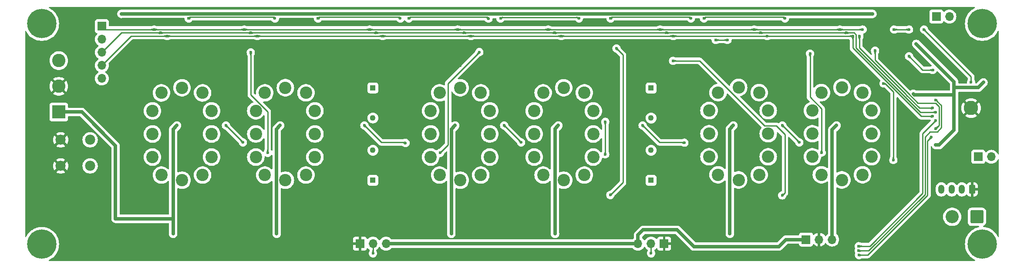
<source format=gbr>
%TF.GenerationSoftware,KiCad,Pcbnew,8.0.4-8.0.4-0~ubuntu22.04.1*%
%TF.CreationDate,2024-08-07T15:41:08-07:00*%
%TF.ProjectId,clock,636c6f63-6b2e-46b6-9963-61645f706362,rev?*%
%TF.SameCoordinates,Original*%
%TF.FileFunction,Copper,L2,Bot*%
%TF.FilePolarity,Positive*%
%FSLAX46Y46*%
G04 Gerber Fmt 4.6, Leading zero omitted, Abs format (unit mm)*
G04 Created by KiCad (PCBNEW 8.0.4-8.0.4-0~ubuntu22.04.1) date 2024-08-07 15:41:08*
%MOMM*%
%LPD*%
G01*
G04 APERTURE LIST*
G04 Aperture macros list*
%AMRoundRect*
0 Rectangle with rounded corners*
0 $1 Rounding radius*
0 $2 $3 $4 $5 $6 $7 $8 $9 X,Y pos of 4 corners*
0 Add a 4 corners polygon primitive as box body*
4,1,4,$2,$3,$4,$5,$6,$7,$8,$9,$2,$3,0*
0 Add four circle primitives for the rounded corners*
1,1,$1+$1,$2,$3*
1,1,$1+$1,$4,$5*
1,1,$1+$1,$6,$7*
1,1,$1+$1,$8,$9*
0 Add four rect primitives between the rounded corners*
20,1,$1+$1,$2,$3,$4,$5,0*
20,1,$1+$1,$4,$5,$6,$7,0*
20,1,$1+$1,$6,$7,$8,$9,0*
20,1,$1+$1,$8,$9,$2,$3,0*%
G04 Aperture macros list end*
%TA.AperFunction,ComponentPad*%
%ADD10C,2.397760*%
%TD*%
%TA.AperFunction,ComponentPad*%
%ADD11C,3.600000*%
%TD*%
%TA.AperFunction,ConnectorPad*%
%ADD12C,5.700000*%
%TD*%
%TA.AperFunction,ComponentPad*%
%ADD13RoundRect,0.249999X1.025001X1.025001X-1.025001X1.025001X-1.025001X-1.025001X1.025001X-1.025001X0*%
%TD*%
%TA.AperFunction,ComponentPad*%
%ADD14C,2.550000*%
%TD*%
%TA.AperFunction,ComponentPad*%
%ADD15R,1.107440X1.107440*%
%TD*%
%TA.AperFunction,ComponentPad*%
%ADD16C,1.107440*%
%TD*%
%TA.AperFunction,ComponentPad*%
%ADD17C,2.800000*%
%TD*%
%TA.AperFunction,ComponentPad*%
%ADD18C,1.980000*%
%TD*%
%TA.AperFunction,ComponentPad*%
%ADD19R,1.700000X1.700000*%
%TD*%
%TA.AperFunction,ComponentPad*%
%ADD20O,1.700000X1.700000*%
%TD*%
%TA.AperFunction,ComponentPad*%
%ADD21RoundRect,0.250000X0.350000X0.625000X-0.350000X0.625000X-0.350000X-0.625000X0.350000X-0.625000X0*%
%TD*%
%TA.AperFunction,ComponentPad*%
%ADD22O,1.200000X1.750000*%
%TD*%
%TA.AperFunction,ComponentPad*%
%ADD23R,2.600000X2.600000*%
%TD*%
%TA.AperFunction,ComponentPad*%
%ADD24C,2.600000*%
%TD*%
%TA.AperFunction,ViaPad*%
%ADD25C,0.600000*%
%TD*%
%TA.AperFunction,Conductor*%
%ADD26C,0.254000*%
%TD*%
%TA.AperFunction,Conductor*%
%ADD27C,0.635000*%
%TD*%
G04 APERTURE END LIST*
D10*
%TO.P,NX1,0,0*%
%TO.N,HH0*%
X102616000Y-105719880D03*
%TO.P,NX1,1,1*%
%TO.N,HH1*%
X92870020Y-109220000D03*
%TO.P,NX1,2,2*%
%TO.N,HH2*%
X91119960Y-105719880D03*
%TO.P,NX1,3,3*%
%TO.N,HH3*%
X91119960Y-101221540D03*
%TO.P,NX1,4,4*%
%TO.N,HH4*%
X91119960Y-96723200D03*
%TO.P,NX1,5,5*%
%TO.N,HH5*%
X92870020Y-93223080D03*
%TO.P,NX1,6,6*%
%TO.N,HH6*%
X96867980Y-92222320D03*
%TO.P,NX1,7,7*%
%TO.N,HH7*%
X100865940Y-93223080D03*
%TO.P,NX1,8,8*%
%TO.N,HH8*%
X102616000Y-96723200D03*
%TO.P,NX1,9,9*%
%TO.N,HH9*%
X102616000Y-101221540D03*
%TO.P,NX1,A,A*%
%TO.N,Net-(NX1-PadA)*%
X100865940Y-109220000D03*
%TO.P,NX1,LHDP*%
%TO.N,N/C*%
X96867980Y-110220760D03*
%TD*%
D11*
%TO.P,H1,1*%
%TO.N,N/C*%
X69596000Y-79756000D03*
D12*
X69596000Y-79756000D03*
%TD*%
D13*
%TO.P,SW3,1,A*%
%TO.N,/ESP32-C3/VBUS*%
X251447000Y-117348000D03*
D14*
%TO.P,SW3,2,B*%
%TO.N,+5V*%
X246647000Y-117348000D03*
%TD*%
D11*
%TO.P,H3,1*%
%TO.N,N/C*%
X252476000Y-122656600D03*
D12*
X252476000Y-122656600D03*
%TD*%
D10*
%TO.P,NX5,0,0*%
%TO.N,SS0*%
X210858100Y-105664000D03*
%TO.P,NX5,1,1*%
%TO.N,SS1*%
X201112120Y-109164120D03*
%TO.P,NX5,2,2*%
%TO.N,SS2*%
X199362060Y-105664000D03*
%TO.P,NX5,3,3*%
%TO.N,SS3*%
X199362060Y-101165660D03*
%TO.P,NX5,4,4*%
%TO.N,SS4*%
X199362060Y-96667320D03*
%TO.P,NX5,5,5*%
%TO.N,SS5*%
X201112120Y-93167200D03*
%TO.P,NX5,6,6*%
%TO.N,SS6*%
X205110080Y-92166440D03*
%TO.P,NX5,7,7*%
%TO.N,SS7*%
X209108040Y-93167200D03*
%TO.P,NX5,8,8*%
%TO.N,SS8*%
X210858100Y-96667320D03*
%TO.P,NX5,9,9*%
%TO.N,SS9*%
X210858100Y-101165660D03*
%TO.P,NX5,A,A*%
%TO.N,Net-(NX5-PadA)*%
X209108040Y-109164120D03*
%TO.P,NX5,LHDP*%
%TO.N,N/C*%
X205110080Y-110164880D03*
%TD*%
D11*
%TO.P,H2,1*%
%TO.N,N/C*%
X252476000Y-79756000D03*
D12*
X252476000Y-79756000D03*
%TD*%
D15*
%TO.P,N2,P$1,C*%
%TO.N,BL-INS*%
X133985000Y-110236000D03*
D16*
%TO.P,N2,P$2,A*%
%TO.N,Net-(N2-A)*%
X133985000Y-104394000D03*
%TD*%
D10*
%TO.P,NX6,0,0*%
%TO.N,S0*%
X230952040Y-105664000D03*
%TO.P,NX6,1,1*%
%TO.N,S1*%
X221206060Y-109164120D03*
%TO.P,NX6,2,2*%
%TO.N,S2*%
X219456000Y-105664000D03*
%TO.P,NX6,3,3*%
%TO.N,S3*%
X219456000Y-101165660D03*
%TO.P,NX6,4,4*%
%TO.N,S4*%
X219456000Y-96667320D03*
%TO.P,NX6,5,5*%
%TO.N,S5*%
X221206060Y-93167200D03*
%TO.P,NX6,6,6*%
%TO.N,S6*%
X225204020Y-92166440D03*
%TO.P,NX6,7,7*%
%TO.N,S7*%
X229201980Y-93167200D03*
%TO.P,NX6,8,8*%
%TO.N,S8*%
X230952040Y-96667320D03*
%TO.P,NX6,9,9*%
%TO.N,S9*%
X230952040Y-101165660D03*
%TO.P,NX6,A,A*%
%TO.N,Net-(NX6-PadA)*%
X229201980Y-109164120D03*
%TO.P,NX6,LHDP*%
%TO.N,N/C*%
X225204020Y-110164880D03*
%TD*%
D17*
%TO.P,U1,49,GND*%
%TO.N,GND*%
X250320000Y-96189000D03*
%TD*%
D15*
%TO.P,N3,P$1,C*%
%TO.N,TR-INS*%
X188087000Y-92278200D03*
D16*
%TO.P,N3,P$2,A*%
%TO.N,Net-(N3-A)*%
X188087000Y-98120200D03*
%TD*%
D18*
%TO.P,J6,1_1,1_1*%
%TO.N,HV*%
X78994000Y-107442000D03*
%TO.P,J6,1_2,1_2*%
X78994000Y-102362000D03*
%TD*%
D15*
%TO.P,N4,P$1,C*%
%TO.N,BR-INS*%
X188087000Y-110236000D03*
D16*
%TO.P,N4,P$2,A*%
%TO.N,Net-(N4-A)*%
X188087000Y-104394000D03*
%TD*%
D10*
%TO.P,NX4,0,0*%
%TO.N,M0*%
X176850040Y-105719880D03*
%TO.P,NX4,1,1*%
%TO.N,M1*%
X167104060Y-109220000D03*
%TO.P,NX4,2,2*%
%TO.N,M2*%
X165354000Y-105719880D03*
%TO.P,NX4,3,3*%
%TO.N,M3*%
X165354000Y-101221540D03*
%TO.P,NX4,4,4*%
%TO.N,M4*%
X165354000Y-96723200D03*
%TO.P,NX4,5,5*%
%TO.N,M5*%
X167104060Y-93223080D03*
%TO.P,NX4,6,6*%
%TO.N,M6*%
X171102020Y-92222320D03*
%TO.P,NX4,7,7*%
%TO.N,M7*%
X175099980Y-93223080D03*
%TO.P,NX4,8,8*%
%TO.N,M8*%
X176850040Y-96723200D03*
%TO.P,NX4,9,9*%
%TO.N,M9*%
X176850040Y-101221540D03*
%TO.P,NX4,A,A*%
%TO.N,Net-(NX4-PadA)*%
X175099980Y-109220000D03*
%TO.P,NX4,LHDP*%
%TO.N,N/C*%
X171102020Y-110220760D03*
%TD*%
D15*
%TO.P,N1,P$1,C*%
%TO.N,TL-INS*%
X133985000Y-92265500D03*
D16*
%TO.P,N1,P$2,A*%
%TO.N,Net-(N1-A)*%
X133985000Y-98107500D03*
%TD*%
D10*
%TO.P,NX2,0,0*%
%TO.N,H0*%
X122715020Y-105714800D03*
%TO.P,NX2,1,1*%
%TO.N,H1*%
X112969040Y-109214920D03*
%TO.P,NX2,2,2*%
%TO.N,H2*%
X111218980Y-105714800D03*
%TO.P,NX2,3,3*%
%TO.N,H3*%
X111218980Y-101216460D03*
%TO.P,NX2,4,4*%
%TO.N,H4*%
X111218980Y-96718120D03*
%TO.P,NX2,5,5*%
%TO.N,H5*%
X112969040Y-93218000D03*
%TO.P,NX2,6,6*%
%TO.N,H6*%
X116967000Y-92217240D03*
%TO.P,NX2,7,7*%
%TO.N,H7*%
X120964960Y-93218000D03*
%TO.P,NX2,8,8*%
%TO.N,H8*%
X122715020Y-96718120D03*
%TO.P,NX2,9,9*%
%TO.N,H9*%
X122715020Y-101216460D03*
%TO.P,NX2,A,A*%
%TO.N,Net-(NX2-PadA)*%
X120964960Y-109214920D03*
%TO.P,NX2,LHDP*%
%TO.N,N/C*%
X116967000Y-110215680D03*
%TD*%
D18*
%TO.P,J5,1_1,1_1*%
%TO.N,GND*%
X73279000Y-107442000D03*
%TO.P,J5,1_2,1_2*%
X73279000Y-102362000D03*
%TD*%
D11*
%TO.P,H4,1*%
%TO.N,N/C*%
X69596000Y-122682000D03*
D12*
X69596000Y-122682000D03*
%TD*%
D10*
%TO.P,NX3,0,0*%
%TO.N,MM0*%
X156718000Y-105717340D03*
%TO.P,NX3,1,1*%
%TO.N,MM1*%
X146972020Y-109217460D03*
%TO.P,NX3,2,2*%
%TO.N,MM2*%
X145221960Y-105717340D03*
%TO.P,NX3,3,3*%
%TO.N,MM3*%
X145221960Y-101219000D03*
%TO.P,NX3,4,4*%
%TO.N,MM4*%
X145221960Y-96720660D03*
%TO.P,NX3,5,5*%
%TO.N,MM5*%
X146972020Y-93220540D03*
%TO.P,NX3,6,6*%
%TO.N,MM6*%
X150969980Y-92219780D03*
%TO.P,NX3,7,7*%
%TO.N,MM7*%
X154967940Y-93220540D03*
%TO.P,NX3,8,8*%
%TO.N,MM8*%
X156718000Y-96720660D03*
%TO.P,NX3,9,9*%
%TO.N,MM9*%
X156718000Y-101219000D03*
%TO.P,NX3,A,A*%
%TO.N,Net-(NX3-PadA)*%
X154967940Y-109217460D03*
%TO.P,NX3,LHDP*%
%TO.N,N/C*%
X150969980Y-110218220D03*
%TD*%
D19*
%TO.P,J2,1,Pin_1*%
%TO.N,+3.3V*%
X218211400Y-121767600D03*
D20*
%TO.P,J2,2,Pin_2*%
%TO.N,GND*%
X220751400Y-121767600D03*
%TO.P,J2,3,Pin_3*%
%TO.N,+5V*%
X223291400Y-121767600D03*
%TD*%
D19*
%TO.P,J3,1,Pin_1*%
%TO.N,U0RXD*%
X251709000Y-105664000D03*
D20*
%TO.P,J3,2,Pin_2*%
%TO.N,U0TXD*%
X254249000Y-105664000D03*
%TD*%
D19*
%TO.P,J10,1,Pin_1*%
%TO.N,GND*%
X131460000Y-122555000D03*
D20*
%TO.P,J10,2,Pin_2*%
%TO.N,MS*%
X134000000Y-122555000D03*
%TO.P,J10,3,Pin_3*%
%TO.N,+3.3V*%
X136540000Y-122555000D03*
%TD*%
D21*
%TO.P,J1,1,Pin_1*%
%TO.N,GND*%
X250539000Y-112014000D03*
D22*
%TO.P,J1,2,Pin_2*%
%TO.N,USB_D+*%
X248539000Y-112014000D03*
%TO.P,J1,3,Pin_3*%
%TO.N,USB_D-*%
X246539000Y-112014000D03*
%TO.P,J1,4,Pin_4*%
%TO.N,Net-(D3-A1)*%
X244539000Y-112014000D03*
%TD*%
D23*
%TO.P,J7,1,Pin_1*%
%TO.N,+5V*%
X72898000Y-96944200D03*
D24*
%TO.P,J7,2,Pin_2*%
%TO.N,GND*%
X72898000Y-91944200D03*
%TO.P,J7,3,Pin_3*%
%TO.N,HVEN*%
X72898000Y-86944200D03*
%TD*%
D19*
%TO.P,J8,1,Pin_1*%
%TO.N,/Sound & Motion/OUTP*%
X243559500Y-78359000D03*
D20*
%TO.P,J8,2,Pin_2*%
%TO.N,/Sound & Motion/OUTN*%
X246099500Y-78359000D03*
%TD*%
D19*
%TO.P,J9,1,Pin_1*%
%TO.N,GND*%
X190627000Y-122555000D03*
D20*
%TO.P,J9,2,Pin_2*%
%TO.N,MS*%
X188087000Y-122555000D03*
%TO.P,J9,3,Pin_3*%
%TO.N,+3.3V*%
X185547000Y-122555000D03*
%TD*%
D19*
%TO.P,J4,1,Pin_1*%
%TO.N,~{OE}*%
X81280000Y-80264000D03*
D20*
%TO.P,J4,2,Pin_2*%
%TO.N,SER_OUT*%
X81280000Y-82804000D03*
%TO.P,J4,3,Pin_3*%
%TO.N,RCLK*%
X81280000Y-85344000D03*
%TO.P,J4,4,Pin_4*%
%TO.N,SRCLK*%
X81280000Y-87884000D03*
%TO.P,J4,5,Pin_5*%
%TO.N,RGB*%
X81280000Y-90424000D03*
%TD*%
D25*
%TO.N,GND*%
X217271600Y-79756000D03*
X87985600Y-99009200D03*
X249936000Y-106553000D03*
X212750400Y-92354400D03*
X242874800Y-84328000D03*
X174091600Y-83718400D03*
X240157000Y-124968000D03*
X109372400Y-92430600D03*
X243459000Y-106553000D03*
X146964400Y-88925400D03*
X254762000Y-84328000D03*
X234061000Y-103047800D03*
X209118200Y-88874600D03*
X171958000Y-97282000D03*
X237972600Y-122377200D03*
X154965400Y-88925400D03*
X163499800Y-110007400D03*
X150977600Y-106908600D03*
X78994000Y-116459000D03*
X205999080Y-97228660D03*
X104495600Y-92430600D03*
X233273600Y-92532200D03*
X229209600Y-88874600D03*
X188087000Y-88392000D03*
X243459000Y-104775000D03*
X229870000Y-82169000D03*
X171094400Y-106908600D03*
X188087000Y-114122200D03*
X246837200Y-84328000D03*
X205105000Y-87884000D03*
X233883200Y-77266800D03*
X167106600Y-113512600D03*
X139369800Y-83718400D03*
X221208600Y-88874600D03*
X150952200Y-87934800D03*
X133985000Y-114096800D03*
X195834000Y-83693000D03*
X195072000Y-101193600D03*
X127000000Y-101219000D03*
X197002400Y-92532200D03*
X140919200Y-101219000D03*
X179171600Y-92557600D03*
X214122000Y-83693000D03*
X163489900Y-92430600D03*
X142900400Y-92557600D03*
X97756980Y-97284540D03*
X217694000Y-109931200D03*
X209047080Y-102816660D03*
X175107600Y-88925400D03*
X100804980Y-102872540D03*
X146964400Y-113512600D03*
X201066400Y-88874600D03*
X120954800Y-88925400D03*
X120941000Y-102866460D03*
X236651800Y-88976200D03*
X252984000Y-114300000D03*
X243433600Y-108585000D03*
X171094400Y-87909400D03*
X201142600Y-113461800D03*
X200634600Y-79756000D03*
X212613200Y-109952000D03*
X125044200Y-92557600D03*
X112953800Y-113512600D03*
X225221800Y-87884000D03*
X96875600Y-87934800D03*
X158064200Y-110007400D03*
X92862400Y-88925400D03*
X252755400Y-84328000D03*
X175006000Y-102870000D03*
X226056020Y-97227660D03*
X73406000Y-116459000D03*
X125034800Y-109855000D03*
X249936000Y-110236000D03*
X237109000Y-124968000D03*
X167081200Y-88925400D03*
X221259400Y-113461800D03*
X179171600Y-109880400D03*
X233299000Y-109804200D03*
X92862400Y-113508000D03*
X241554000Y-89966800D03*
X239420400Y-77266800D03*
X117525800Y-106908600D03*
X251663200Y-108585000D03*
X197043800Y-109829600D03*
X181152800Y-101235650D03*
X160553400Y-79781400D03*
X229104020Y-102815660D03*
X233299000Y-86741000D03*
X114985800Y-83718400D03*
X117893000Y-97278460D03*
X205105000Y-106857800D03*
X151892000Y-97282000D03*
X182346600Y-79756000D03*
X88798400Y-92557600D03*
X116967000Y-87884000D03*
X97434400Y-83718400D03*
X142976600Y-79781400D03*
X83921600Y-79781400D03*
X142900400Y-109855000D03*
X217601800Y-92379800D03*
X249936000Y-104775000D03*
X158572200Y-92432900D03*
X100863400Y-88925400D03*
X96875600Y-106934000D03*
X88787100Y-109852700D03*
X248158000Y-82600800D03*
X225196400Y-106857800D03*
X101447600Y-79781400D03*
X109363000Y-109982000D03*
X104130600Y-110007400D03*
X125831600Y-79756000D03*
X112979200Y-88925400D03*
X154940000Y-102870000D03*
X156514800Y-83718400D03*
X133985000Y-88417400D03*
%TO.N,EN*%
X238252000Y-86106000D03*
X242874800Y-88773000D03*
%TO.N,+3.3V*%
X239649000Y-83693000D03*
X183515000Y-77861000D03*
X252730000Y-91186000D03*
X231140000Y-77851000D03*
X127000000Y-77845930D03*
X239083050Y-93402950D03*
X201803000Y-77851000D03*
X144145000Y-77851000D03*
X102616000Y-77851000D03*
X161721800Y-77851000D03*
X218440000Y-77851000D03*
X243459000Y-103378000D03*
X85090000Y-77851000D03*
X175387000Y-77851000D03*
%TO.N,GPIO9*%
X231648000Y-85013800D03*
X243459000Y-100177600D03*
%TO.N,~{OE}*%
X229235000Y-80899000D03*
X133350000Y-80899000D03*
X241173000Y-80899000D03*
X168071800Y-80899000D03*
X91440000Y-80899000D03*
X224790000Y-80899000D03*
X250317000Y-91186000D03*
X108966000Y-80899000D03*
X235331000Y-80899000D03*
X150495000Y-80899000D03*
X238252000Y-80899000D03*
X189865000Y-80899000D03*
X208153000Y-80899000D03*
%TO.N,+5V*%
X115265200Y-120650000D03*
X224155000Y-99568000D03*
X115951000Y-99568000D03*
X203403200Y-120650000D03*
X149987000Y-99568000D03*
X95148400Y-120650000D03*
X170053000Y-99568000D03*
X149250400Y-120650000D03*
X204089000Y-99568000D03*
X95885000Y-99568000D03*
X169392600Y-120650000D03*
%TO.N,Net-(D7-DOUT)*%
X213614000Y-99568000D03*
X216916000Y-102870000D03*
%TO.N,Net-(D8-DOUT)*%
X194563999Y-102918199D03*
X186436000Y-99568000D03*
%TO.N,Net-(D10-DIN)*%
X159512000Y-99568000D03*
X162814000Y-102870000D03*
%TO.N,Net-(D10-DOUT)*%
X132334000Y-99568000D03*
X140335000Y-102969000D03*
%TO.N,Net-(D11-DOUT)*%
X105410000Y-99568000D03*
X108712000Y-102870000D03*
%TO.N,RCLK*%
X226060000Y-81534000D03*
X169341800Y-81534000D03*
X110236000Y-81534000D03*
X151765000Y-81534000D03*
X92710000Y-81534000D03*
X191135000Y-81534000D03*
X243459000Y-97002600D03*
X209423000Y-81534000D03*
X134620000Y-81534000D03*
%TO.N,SRCLK*%
X153035000Y-82169000D03*
X111506000Y-82169000D03*
X227330000Y-82169000D03*
X170611800Y-82169000D03*
X93980000Y-82169000D03*
X210693000Y-82169000D03*
X192405000Y-82169000D03*
X242824000Y-97790000D03*
X135890000Y-82169000D03*
%TO.N,SER*%
X228600000Y-82169000D03*
X242824000Y-96189800D03*
%TO.N,MS*%
X188087000Y-124452000D03*
X243459000Y-94589600D03*
X228473000Y-123952000D03*
X134000000Y-124452000D03*
%TO.N,RGB*%
X242570000Y-101854000D03*
X228516355Y-124795358D03*
%TO.N,BMM9*%
X147040600Y-104902000D03*
X154686000Y-85290200D03*
%TO.N,BH3*%
X113538000Y-104902000D03*
X110236000Y-85344000D03*
%TO.N,BS3*%
X221259400Y-104851200D03*
X218994980Y-85597380D03*
%TO.N,BS9*%
X233273599Y-91378171D03*
X235204000Y-106299000D03*
%TO.N,BSS0*%
X192348000Y-86995000D03*
X213588600Y-113182400D03*
%TO.N,BSS9*%
X202946000Y-82931000D03*
X200660000Y-82931000D03*
%TO.N,BM0*%
X181356000Y-84582000D03*
X180162200Y-113106200D03*
%TO.N,BM9*%
X179171600Y-98856800D03*
X179171600Y-105181400D03*
%TO.N,HVEN*%
X243459000Y-98602800D03*
X228473000Y-123063000D03*
%TO.N,Net-(U4-SER)*%
X98171000Y-78740000D03*
X114935000Y-78740000D03*
%TO.N,Net-(U5-SER)*%
X139319000Y-78740000D03*
X123317000Y-78740000D03*
%TO.N,Net-(U6-SER)*%
X140970000Y-78740000D03*
X156464000Y-78768400D03*
%TO.N,Net-(U8-SER)*%
X195834000Y-78740000D03*
X180213000Y-78740000D03*
%TO.N,Net-(U10-QH')*%
X214122000Y-78740000D03*
X198374000Y-78740000D03*
%TO.N,SOUT*%
X174066200Y-78740000D03*
X158798450Y-78740000D03*
%TD*%
D26*
%TO.N,EN*%
X240919000Y-88773000D02*
X238252000Y-86106000D01*
X242874800Y-88773000D02*
X240919000Y-88773000D01*
D27*
%TO.N,+3.3V*%
X144145000Y-77851000D02*
X127005070Y-77851000D01*
X231140000Y-77851000D02*
X218440000Y-77851000D01*
X247015000Y-92202000D02*
X251714000Y-92202000D01*
X127000000Y-77845930D02*
X102616705Y-77845930D01*
X247015000Y-91059000D02*
X247015000Y-92710000D01*
X185547000Y-120904000D02*
X185547000Y-122555000D01*
X161721800Y-77851000D02*
X144145000Y-77851000D01*
X183505000Y-77851000D02*
X161721800Y-77851000D01*
X247015000Y-93472000D02*
X247015000Y-92710000D01*
X244094000Y-103378000D02*
X243459000Y-103378000D01*
X201803000Y-77851000D02*
X183525000Y-77851000D01*
X218211400Y-121767600D02*
X214274400Y-121767600D01*
X214274400Y-121767600D02*
X212902800Y-123139200D01*
X193167000Y-119888000D02*
X186563000Y-119888000D01*
X85094365Y-77846635D02*
X85090000Y-77851000D01*
X246888000Y-93599000D02*
X247015000Y-93472000D01*
X251714000Y-92202000D02*
X252730000Y-91186000D01*
X196418200Y-123139200D02*
X193167000Y-119888000D01*
X127005070Y-77851000D02*
X127000000Y-77845930D01*
X247015000Y-100457000D02*
X244094000Y-103378000D01*
X239649000Y-83693000D02*
X247015000Y-91059000D01*
X218440000Y-77851000D02*
X201803000Y-77851000D01*
X185547000Y-122555000D02*
X136540000Y-122555000D01*
X186563000Y-119888000D02*
X185547000Y-120904000D01*
X212902800Y-123139200D02*
X196418200Y-123139200D01*
X102616000Y-77846635D02*
X85094365Y-77846635D01*
X239083050Y-93402950D02*
X239279100Y-93599000D01*
X239279100Y-93599000D02*
X246888000Y-93599000D01*
X247015000Y-100457000D02*
X247015000Y-93472000D01*
D26*
%TO.N,GPIO9*%
X238152000Y-93383360D02*
X238152000Y-93372000D01*
X244086000Y-99550600D02*
X244086000Y-95877000D01*
X243459000Y-100177600D02*
X244086000Y-99550600D01*
X231648000Y-86868000D02*
X231648000Y-85013800D01*
X238152000Y-93372000D02*
X231648000Y-86868000D01*
X243425600Y-95216600D02*
X239985240Y-95216600D01*
X244086000Y-95877000D02*
X243425600Y-95216600D01*
X239985240Y-95216600D02*
X238152000Y-93383360D01*
%TO.N,~{OE}*%
X208153000Y-80899000D02*
X189865000Y-80899000D01*
X229235000Y-80899000D02*
X224790000Y-80899000D01*
X250317000Y-90043000D02*
X250317000Y-91186000D01*
X189857000Y-80907000D02*
X168079800Y-80907000D01*
X91440000Y-80899000D02*
X81915000Y-80899000D01*
X91440000Y-80899000D02*
X108966000Y-80899000D01*
X168079800Y-80907000D02*
X168071800Y-80899000D01*
X81915000Y-80899000D02*
X81280000Y-80264000D01*
X150495000Y-80899000D02*
X133350000Y-80899000D01*
X108966000Y-80899000D02*
X133350000Y-80899000D01*
X224790000Y-80899000D02*
X208153000Y-80899000D01*
X168071800Y-80899000D02*
X150495000Y-80899000D01*
X189865000Y-80899000D02*
X189857000Y-80907000D01*
X241173000Y-80899000D02*
X250317000Y-90043000D01*
X235331000Y-80899000D02*
X238252000Y-80899000D01*
D27*
%TO.N,+5V*%
X95151600Y-120646800D02*
X95151600Y-116078000D01*
X95151600Y-116078000D02*
X95151600Y-100301400D01*
X169385640Y-120617640D02*
X169385640Y-100235360D01*
X223305000Y-121754000D02*
X223291400Y-121767600D01*
X83947000Y-103505000D02*
X83947000Y-117729000D01*
X95151600Y-100301400D02*
X95885000Y-99568000D01*
X83947000Y-117729000D02*
X95024600Y-117729000D01*
X203393700Y-100263300D02*
X204089000Y-99568000D01*
X95148400Y-120650000D02*
X95151600Y-120646800D01*
X169385640Y-100235360D02*
X170053000Y-99568000D01*
X115250620Y-100268380D02*
X115951000Y-99568000D01*
X223305000Y-100418000D02*
X223305000Y-121754000D01*
X115250620Y-120635420D02*
X115250620Y-100268380D01*
X203393700Y-120640500D02*
X203393700Y-100263300D01*
X149250400Y-120650000D02*
X149253600Y-120646800D01*
X149253600Y-120646800D02*
X149253600Y-100301400D01*
X72898000Y-96944200D02*
X77386200Y-96944200D01*
X169418000Y-120650000D02*
X169385640Y-120617640D01*
X224155000Y-99568000D02*
X223305000Y-100418000D01*
X115265200Y-120650000D02*
X115250620Y-120635420D01*
X77386200Y-96944200D02*
X83947000Y-103505000D01*
X203403200Y-120650000D02*
X203393700Y-120640500D01*
X149253600Y-100301400D02*
X149987000Y-99568000D01*
D26*
%TO.N,Net-(D7-DOUT)*%
X213614000Y-99568000D02*
X216916000Y-102870000D01*
%TO.N,Net-(D8-DOUT)*%
X194513800Y-102868000D02*
X189736000Y-102868000D01*
X189736000Y-102868000D02*
X186436000Y-99568000D01*
X194563999Y-102918199D02*
X194513800Y-102868000D01*
%TO.N,Net-(D10-DIN)*%
X159512000Y-99568000D02*
X162814000Y-102870000D01*
%TO.N,Net-(D10-DOUT)*%
X140234000Y-102868000D02*
X135634000Y-102868000D01*
X135634000Y-102868000D02*
X132334000Y-99568000D01*
X140335000Y-102969000D02*
X140234000Y-102868000D01*
%TO.N,Net-(D11-DOUT)*%
X105410000Y-99568000D02*
X108712000Y-102870000D01*
%TO.N,RCLK*%
X227965000Y-81917288D02*
X227581712Y-81534000D01*
X209423000Y-81534000D02*
X191135000Y-81534000D01*
X243459000Y-97002600D02*
X240487136Y-97002600D01*
X169341800Y-81534000D02*
X191135000Y-81534000D01*
X151765000Y-81534000D02*
X169341800Y-81534000D01*
X134620000Y-81534000D02*
X110236000Y-81534000D01*
X240487136Y-97002600D02*
X237244000Y-93759464D01*
X92710000Y-81534000D02*
X85090000Y-81534000D01*
X85090000Y-81534000D02*
X81280000Y-85344000D01*
X227965000Y-84469105D02*
X227965000Y-81917288D01*
X227581712Y-81534000D02*
X226060000Y-81534000D01*
X134620000Y-81534000D02*
X151765000Y-81534000D01*
X226060000Y-81534000D02*
X209423000Y-81534000D01*
X237244000Y-93759464D02*
X237244000Y-93748105D01*
X237244000Y-93748105D02*
X227965000Y-84469105D01*
X110236000Y-81534000D02*
X92710000Y-81534000D01*
%TO.N,SRCLK*%
X192405000Y-82169000D02*
X170611800Y-82169000D01*
X240632483Y-97790000D02*
X236790000Y-93947517D01*
X192405000Y-82169000D02*
X227330000Y-82169000D01*
X236790000Y-93936157D02*
X227330000Y-84476157D01*
X153035000Y-82169000D02*
X135890000Y-82169000D01*
X93980000Y-82169000D02*
X111506000Y-82169000D01*
X93980000Y-82169000D02*
X86995000Y-82169000D01*
X86995000Y-82169000D02*
X81280000Y-87884000D01*
X242824000Y-97790000D02*
X240632483Y-97790000D01*
X227330000Y-84476157D02*
X227330000Y-82169000D01*
X236790000Y-93947517D02*
X236790000Y-93936157D01*
X170611800Y-82169000D02*
X153035000Y-82169000D01*
X111506000Y-82169000D02*
X135890000Y-82169000D01*
%TO.N,SER*%
X242824000Y-96189800D02*
X240316388Y-96189800D01*
X237698000Y-93571412D02*
X237698000Y-93560052D01*
X228600000Y-84462052D02*
X228600000Y-82169000D01*
X237698000Y-93560052D02*
X228600000Y-84462052D01*
X240316388Y-96189800D02*
X237698000Y-93571412D01*
%TO.N,MS*%
X244540000Y-99983312D02*
X244540000Y-95670600D01*
X188087000Y-124452000D02*
X188087000Y-122555000D01*
X241373000Y-101781000D02*
X242349400Y-100804600D01*
X243718712Y-100804600D02*
X244540000Y-99983312D01*
X241373000Y-112964052D02*
X241373000Y-101781000D01*
X242349400Y-100804600D02*
X243718712Y-100804600D01*
X230385052Y-123952000D02*
X241373000Y-112964052D01*
X228473000Y-123952000D02*
X230385052Y-123952000D01*
X244540000Y-95670600D02*
X243459000Y-94589600D01*
X134000000Y-124452000D02*
X134000000Y-122555000D01*
%TO.N,RGB*%
X241827000Y-113152104D02*
X230183746Y-124795358D01*
X230183746Y-124795358D02*
X228516355Y-124795358D01*
X242570000Y-101854000D02*
X241827000Y-102597000D01*
X241827000Y-102597000D02*
X241827000Y-113152104D01*
%TO.N,BMM9*%
X154686000Y-85290200D02*
X148609100Y-91367100D01*
X148609100Y-91367100D02*
X148609100Y-103333500D01*
X148609100Y-103333500D02*
X147040600Y-104902000D01*
%TO.N,BH3*%
X110236000Y-93577219D02*
X113538000Y-96879219D01*
X110236000Y-85344000D02*
X110236000Y-93577219D01*
X113538000Y-96879219D02*
X113538000Y-104902000D01*
%TO.N,BS3*%
X218994980Y-85597380D02*
X218995600Y-85598000D01*
X218995600Y-85598000D02*
X218995600Y-94048999D01*
X221259400Y-96312799D02*
X221259400Y-104851200D01*
X218995600Y-94048999D02*
X221259400Y-96312799D01*
%TO.N,BS9*%
X233273599Y-91378171D02*
X233589962Y-91378171D01*
X233589962Y-91378171D02*
X235204000Y-92992209D01*
X235204000Y-92992209D02*
X235204000Y-106299000D01*
%TO.N,BSS0*%
X197535800Y-86995000D02*
X192348000Y-86995000D01*
X210180580Y-99639780D02*
X197535800Y-86995000D01*
X214122000Y-112649000D02*
X214122000Y-101346000D01*
X213588600Y-113182400D02*
X214122000Y-112649000D01*
X214122000Y-101346000D02*
X212415780Y-99639780D01*
X212415780Y-99639780D02*
X210180580Y-99639780D01*
%TO.N,BSS9*%
X202946000Y-82931000D02*
X200660000Y-82931000D01*
%TO.N,BM0*%
X182626000Y-85852000D02*
X182626000Y-110642400D01*
X181356000Y-84582000D02*
X182626000Y-85852000D01*
X182626000Y-110642400D02*
X180162200Y-113106200D01*
%TO.N,BM9*%
X179171600Y-98856800D02*
X179171600Y-105181400D01*
%TO.N,HVEN*%
X230632000Y-123063000D02*
X240919000Y-112776000D01*
X240919000Y-101142800D02*
X243459000Y-98602800D01*
X240919000Y-112776000D02*
X240919000Y-101142800D01*
X228473000Y-123063000D02*
X230632000Y-123063000D01*
%TO.N,Net-(U4-SER)*%
X98419865Y-78491135D02*
X103250295Y-78491135D01*
X103251000Y-78490430D02*
X114685430Y-78490430D01*
X103250295Y-78491135D02*
X103251000Y-78490430D01*
X114685430Y-78490430D02*
X114935000Y-78740000D01*
X98171000Y-78740000D02*
X98419865Y-78491135D01*
%TO.N,Net-(U5-SER)*%
X126733039Y-78490430D02*
X123566570Y-78490430D01*
X123566570Y-78490430D02*
X123317000Y-78740000D01*
X139319000Y-78740000D02*
X139074500Y-78495500D01*
X139074500Y-78495500D02*
X126738109Y-78495500D01*
X126738109Y-78495500D02*
X126733039Y-78490430D01*
%TO.N,Net-(U6-SER)*%
X156191100Y-78495500D02*
X141214500Y-78495500D01*
X141214500Y-78495500D02*
X140970000Y-78740000D01*
X156464000Y-78768400D02*
X156191100Y-78495500D01*
%TO.N,Net-(U8-SER)*%
X195589500Y-78495500D02*
X180457500Y-78495500D01*
X180457500Y-78495500D02*
X180213000Y-78740000D01*
X195834000Y-78740000D02*
X195589500Y-78495500D01*
%TO.N,Net-(U10-QH')*%
X198618500Y-78495500D02*
X213877500Y-78495500D01*
X213877500Y-78495500D02*
X214122000Y-78740000D01*
X198374000Y-78740000D02*
X198618500Y-78495500D01*
%TO.N,SOUT*%
X173835600Y-78509400D02*
X159029050Y-78509400D01*
X159029050Y-78509400D02*
X158798450Y-78740000D01*
X174066200Y-78740000D02*
X173835600Y-78509400D01*
%TD*%
%TA.AperFunction,Conductor*%
%TO.N,~{OE}*%
G36*
X250441145Y-90589427D02*
G01*
X250444557Y-90597114D01*
X250450286Y-90711445D01*
X250450286Y-90711448D01*
X250450287Y-90711453D01*
X250468869Y-90798924D01*
X250499323Y-90872188D01*
X250499325Y-90872191D01*
X250541121Y-90954807D01*
X250541328Y-90955238D01*
X250589156Y-91060204D01*
X250589468Y-91069153D01*
X250583360Y-91075702D01*
X250583020Y-91075851D01*
X250321511Y-91185115D01*
X250312556Y-91185142D01*
X250312489Y-91185115D01*
X250184701Y-91131722D01*
X250050978Y-91075850D01*
X250044667Y-91069499D01*
X250044694Y-91060544D01*
X250044820Y-91060255D01*
X250092692Y-90955188D01*
X250092852Y-90954855D01*
X250134676Y-90872188D01*
X250165130Y-90798924D01*
X250183712Y-90711453D01*
X250189443Y-90597114D01*
X250193279Y-90589023D01*
X250201128Y-90586000D01*
X250432872Y-90586000D01*
X250441145Y-90589427D01*
G37*
%TD.AperFunction*%
%TD*%
%TA.AperFunction,Conductor*%
%TO.N,~{OE}*%
G36*
X108855702Y-80632639D02*
G01*
X108855846Y-80632968D01*
X108911309Y-80765712D01*
X108965115Y-80894489D01*
X108965142Y-80903444D01*
X108965115Y-80903511D01*
X108855851Y-81165020D01*
X108849499Y-81171332D01*
X108840544Y-81171305D01*
X108840204Y-81171156D01*
X108735238Y-81123328D01*
X108734807Y-81123121D01*
X108652188Y-81081323D01*
X108578924Y-81050869D01*
X108491453Y-81032287D01*
X108491448Y-81032286D01*
X108491445Y-81032286D01*
X108377114Y-81026556D01*
X108369023Y-81022720D01*
X108366000Y-81014871D01*
X108366000Y-80783127D01*
X108369427Y-80774854D01*
X108377111Y-80771443D01*
X108491453Y-80765712D01*
X108578924Y-80747130D01*
X108652188Y-80716676D01*
X108734855Y-80674852D01*
X108735188Y-80674692D01*
X108840206Y-80626842D01*
X108849153Y-80626531D01*
X108855702Y-80632639D01*
G37*
%TD.AperFunction*%
%TD*%
%TA.AperFunction,Conductor*%
%TO.N,BM0*%
G36*
X181630946Y-84471809D02*
G01*
X181637258Y-84478161D01*
X181637394Y-84478507D01*
X181677798Y-84586554D01*
X181677956Y-84587005D01*
X181706818Y-84674974D01*
X181706820Y-84674978D01*
X181737089Y-84748312D01*
X181737090Y-84748315D01*
X181785802Y-84823305D01*
X181862600Y-84908208D01*
X181865608Y-84916643D01*
X181862196Y-84924330D01*
X181698330Y-85088196D01*
X181690057Y-85091623D01*
X181682208Y-85088600D01*
X181597305Y-85011802D01*
X181522315Y-84963090D01*
X181485645Y-84947954D01*
X181448978Y-84932820D01*
X181448974Y-84932818D01*
X181361005Y-84903956D01*
X181360554Y-84903798D01*
X181252507Y-84863394D01*
X181245958Y-84857286D01*
X181245646Y-84848337D01*
X181245764Y-84848036D01*
X181353436Y-84585814D01*
X181359746Y-84579464D01*
X181621992Y-84471782D01*
X181630946Y-84471809D01*
G37*
%TD.AperFunction*%
%TD*%
%TA.AperFunction,Conductor*%
%TO.N,MS*%
G36*
X188211145Y-123855427D02*
G01*
X188214557Y-123863114D01*
X188220286Y-123977445D01*
X188220286Y-123977448D01*
X188220287Y-123977453D01*
X188238869Y-124064924D01*
X188269323Y-124138188D01*
X188269325Y-124138191D01*
X188311121Y-124220807D01*
X188311328Y-124221238D01*
X188359156Y-124326204D01*
X188359468Y-124335153D01*
X188353360Y-124341702D01*
X188353020Y-124341851D01*
X188091511Y-124451115D01*
X188082556Y-124451142D01*
X188082489Y-124451115D01*
X187954701Y-124397722D01*
X187820978Y-124341850D01*
X187814667Y-124335499D01*
X187814694Y-124326544D01*
X187814820Y-124326255D01*
X187862692Y-124221188D01*
X187862852Y-124220855D01*
X187904676Y-124138188D01*
X187935130Y-124064924D01*
X187953712Y-123977453D01*
X187959443Y-123863114D01*
X187963279Y-123855023D01*
X187971128Y-123852000D01*
X188202872Y-123852000D01*
X188211145Y-123855427D01*
G37*
%TD.AperFunction*%
%TD*%
%TA.AperFunction,Conductor*%
%TO.N,SRCLK*%
G36*
X170501502Y-81902639D02*
G01*
X170501646Y-81902968D01*
X170557109Y-82035712D01*
X170610915Y-82164489D01*
X170610942Y-82173444D01*
X170610915Y-82173511D01*
X170501651Y-82435020D01*
X170495299Y-82441332D01*
X170486344Y-82441305D01*
X170486004Y-82441156D01*
X170381038Y-82393328D01*
X170380607Y-82393121D01*
X170297988Y-82351323D01*
X170224724Y-82320869D01*
X170137253Y-82302287D01*
X170137248Y-82302286D01*
X170137245Y-82302286D01*
X170022914Y-82296556D01*
X170014823Y-82292720D01*
X170011800Y-82284871D01*
X170011800Y-82053127D01*
X170015227Y-82044854D01*
X170022911Y-82041443D01*
X170137253Y-82035712D01*
X170224724Y-82017130D01*
X170297988Y-81986676D01*
X170380655Y-81944852D01*
X170380988Y-81944692D01*
X170486006Y-81896842D01*
X170494953Y-81896531D01*
X170501502Y-81902639D01*
G37*
%TD.AperFunction*%
%TD*%
%TA.AperFunction,Conductor*%
%TO.N,RGB*%
G36*
X242303985Y-101743773D02*
G01*
X242474074Y-101813614D01*
X242566184Y-101851436D01*
X242572536Y-101857748D01*
X242572563Y-101857815D01*
X242680217Y-102119991D01*
X242680190Y-102128946D01*
X242673838Y-102135258D01*
X242673492Y-102135394D01*
X242565443Y-102175798D01*
X242564993Y-102175956D01*
X242477017Y-102204821D01*
X242403685Y-102235089D01*
X242403682Y-102235090D01*
X242328696Y-102283799D01*
X242243791Y-102360600D01*
X242235356Y-102363608D01*
X242227669Y-102360196D01*
X242063803Y-102196330D01*
X242060376Y-102188057D01*
X242063399Y-102180208D01*
X242104057Y-102135258D01*
X242140196Y-102095305D01*
X242188908Y-102020315D01*
X242219179Y-101946975D01*
X242248054Y-101858965D01*
X242248185Y-101858592D01*
X242288606Y-101750505D01*
X242294713Y-101743958D01*
X242303662Y-101743646D01*
X242303985Y-101743773D01*
G37*
%TD.AperFunction*%
%TD*%
%TA.AperFunction,Conductor*%
%TO.N,Net-(D8-DOUT)*%
G36*
X186710946Y-99457809D02*
G01*
X186717258Y-99464161D01*
X186717394Y-99464507D01*
X186757798Y-99572554D01*
X186757956Y-99573005D01*
X186786818Y-99660974D01*
X186786820Y-99660978D01*
X186817089Y-99734312D01*
X186817090Y-99734315D01*
X186865802Y-99809305D01*
X186942600Y-99894208D01*
X186945608Y-99902643D01*
X186942196Y-99910330D01*
X186778330Y-100074196D01*
X186770057Y-100077623D01*
X186762208Y-100074600D01*
X186677305Y-99997802D01*
X186602315Y-99949090D01*
X186565645Y-99933954D01*
X186528978Y-99918820D01*
X186528974Y-99918818D01*
X186441005Y-99889956D01*
X186440554Y-99889798D01*
X186332507Y-99849394D01*
X186325958Y-99843286D01*
X186325646Y-99834337D01*
X186325764Y-99834036D01*
X186433436Y-99571814D01*
X186439746Y-99565464D01*
X186701992Y-99457782D01*
X186710946Y-99457809D01*
G37*
%TD.AperFunction*%
%TD*%
%TA.AperFunction,Conductor*%
%TO.N,~{OE}*%
G36*
X241447946Y-80788809D02*
G01*
X241454258Y-80795161D01*
X241454394Y-80795507D01*
X241494798Y-80903554D01*
X241494956Y-80904005D01*
X241523818Y-80991974D01*
X241523820Y-80991978D01*
X241554089Y-81065312D01*
X241554090Y-81065315D01*
X241602802Y-81140305D01*
X241679600Y-81225208D01*
X241682608Y-81233643D01*
X241679196Y-81241330D01*
X241515330Y-81405196D01*
X241507057Y-81408623D01*
X241499208Y-81405600D01*
X241414305Y-81328802D01*
X241339315Y-81280090D01*
X241302645Y-81264954D01*
X241265978Y-81249820D01*
X241265974Y-81249818D01*
X241178005Y-81220956D01*
X241177554Y-81220798D01*
X241069507Y-81180394D01*
X241062958Y-81174286D01*
X241062646Y-81165337D01*
X241062764Y-81165036D01*
X241170436Y-80902814D01*
X241176746Y-80896464D01*
X241438992Y-80788782D01*
X241447946Y-80788809D01*
G37*
%TD.AperFunction*%
%TD*%
%TA.AperFunction,Conductor*%
%TO.N,~{OE}*%
G36*
X150384702Y-80632639D02*
G01*
X150384846Y-80632968D01*
X150440309Y-80765712D01*
X150494115Y-80894489D01*
X150494142Y-80903444D01*
X150494115Y-80903511D01*
X150384851Y-81165020D01*
X150378499Y-81171332D01*
X150369544Y-81171305D01*
X150369204Y-81171156D01*
X150264238Y-81123328D01*
X150263807Y-81123121D01*
X150181188Y-81081323D01*
X150107924Y-81050869D01*
X150020453Y-81032287D01*
X150020448Y-81032286D01*
X150020445Y-81032286D01*
X149906114Y-81026556D01*
X149898023Y-81022720D01*
X149895000Y-81014871D01*
X149895000Y-80783127D01*
X149898427Y-80774854D01*
X149906111Y-80771443D01*
X150020453Y-80765712D01*
X150107924Y-80747130D01*
X150181188Y-80716676D01*
X150263855Y-80674852D01*
X150264188Y-80674692D01*
X150369206Y-80626842D01*
X150378153Y-80626531D01*
X150384702Y-80632639D01*
G37*
%TD.AperFunction*%
%TD*%
%TA.AperFunction,Conductor*%
%TO.N,~{OE}*%
G36*
X208042702Y-80632639D02*
G01*
X208042846Y-80632968D01*
X208098309Y-80765712D01*
X208152115Y-80894489D01*
X208152142Y-80903444D01*
X208152115Y-80903511D01*
X208042851Y-81165020D01*
X208036499Y-81171332D01*
X208027544Y-81171305D01*
X208027204Y-81171156D01*
X207922238Y-81123328D01*
X207921807Y-81123121D01*
X207839188Y-81081323D01*
X207765924Y-81050869D01*
X207678453Y-81032287D01*
X207678448Y-81032286D01*
X207678445Y-81032286D01*
X207564114Y-81026556D01*
X207556023Y-81022720D01*
X207553000Y-81014871D01*
X207553000Y-80783127D01*
X207556427Y-80774854D01*
X207564111Y-80771443D01*
X207678453Y-80765712D01*
X207765924Y-80747130D01*
X207839188Y-80716676D01*
X207921855Y-80674852D01*
X207922188Y-80674692D01*
X208027206Y-80626842D01*
X208036153Y-80626531D01*
X208042702Y-80632639D01*
G37*
%TD.AperFunction*%
%TD*%
%TA.AperFunction,Conductor*%
%TO.N,Net-(U5-SER)*%
G36*
X123809651Y-78367119D02*
G01*
X123813601Y-78375155D01*
X123813625Y-78375905D01*
X123813625Y-78607847D01*
X123810198Y-78616120D01*
X123804230Y-78619318D01*
X123714605Y-78637329D01*
X123663329Y-78690515D01*
X123663328Y-78690516D01*
X123633110Y-78767224D01*
X123633101Y-78767245D01*
X123597807Y-78856330D01*
X123596418Y-78858866D01*
X123537155Y-78941010D01*
X123529536Y-78945715D01*
X123520822Y-78943653D01*
X123519413Y-78942458D01*
X123319462Y-78743446D01*
X123316016Y-78735181D01*
X123316016Y-78735114D01*
X123316402Y-78619318D01*
X123316963Y-78450934D01*
X123320417Y-78442674D01*
X123327912Y-78439299D01*
X123441007Y-78432036D01*
X123527991Y-78413047D01*
X123602198Y-78390513D01*
X123603071Y-78390286D01*
X123688758Y-78371580D01*
X123690493Y-78371336D01*
X123801176Y-78364229D01*
X123809651Y-78367119D01*
G37*
%TD.AperFunction*%
%TD*%
%TA.AperFunction,Conductor*%
%TO.N,Net-(U10-QH')*%
G36*
X198868790Y-78372167D02*
G01*
X198872704Y-78380221D01*
X198872725Y-78380919D01*
X198872725Y-78612878D01*
X198869298Y-78621151D01*
X198863285Y-78624358D01*
X198773877Y-78641956D01*
X198721975Y-78694050D01*
X198721970Y-78694058D01*
X198690821Y-78769402D01*
X198654808Y-78857239D01*
X198653441Y-78859688D01*
X198594167Y-78941095D01*
X198586527Y-78945766D01*
X198577822Y-78943666D01*
X198576459Y-78942504D01*
X198376461Y-78743445D01*
X198373016Y-78735181D01*
X198373016Y-78735114D01*
X198373153Y-78694050D01*
X198373963Y-78450983D01*
X198377417Y-78442722D01*
X198384963Y-78439344D01*
X198498418Y-78432564D01*
X198585826Y-78414832D01*
X198660507Y-78393778D01*
X198661307Y-78393584D01*
X198747498Y-78376099D01*
X198749124Y-78375887D01*
X198860329Y-78369240D01*
X198868790Y-78372167D01*
G37*
%TD.AperFunction*%
%TD*%
%TA.AperFunction,Conductor*%
%TO.N,SER*%
G36*
X242713702Y-95923439D02*
G01*
X242713846Y-95923768D01*
X242769309Y-96056512D01*
X242823115Y-96185289D01*
X242823142Y-96194244D01*
X242823115Y-96194311D01*
X242713851Y-96455820D01*
X242707499Y-96462132D01*
X242698544Y-96462105D01*
X242698204Y-96461956D01*
X242593238Y-96414128D01*
X242592807Y-96413921D01*
X242510188Y-96372123D01*
X242436924Y-96341669D01*
X242349453Y-96323087D01*
X242349448Y-96323086D01*
X242349445Y-96323086D01*
X242235114Y-96317356D01*
X242227023Y-96313520D01*
X242224000Y-96305671D01*
X242224000Y-96073927D01*
X242227427Y-96065654D01*
X242235111Y-96062243D01*
X242349453Y-96056512D01*
X242436924Y-96037930D01*
X242510188Y-96007476D01*
X242592855Y-95965652D01*
X242593188Y-95965492D01*
X242698206Y-95917642D01*
X242707153Y-95917331D01*
X242713702Y-95923439D01*
G37*
%TD.AperFunction*%
%TD*%
%TA.AperFunction,Conductor*%
%TO.N,RCLK*%
G36*
X92835455Y-81261694D02*
G01*
X92835764Y-81261829D01*
X92940789Y-81309683D01*
X92941160Y-81309861D01*
X93023811Y-81351676D01*
X93097075Y-81382130D01*
X93184546Y-81400712D01*
X93298888Y-81406443D01*
X93306977Y-81410278D01*
X93310000Y-81418127D01*
X93310000Y-81649871D01*
X93306573Y-81658144D01*
X93298886Y-81661556D01*
X93184553Y-81667286D01*
X93184549Y-81667286D01*
X93184546Y-81667287D01*
X93123641Y-81680225D01*
X93097074Y-81685869D01*
X93023813Y-81716322D01*
X92941190Y-81758121D01*
X92940759Y-81758328D01*
X92835795Y-81806155D01*
X92826846Y-81806467D01*
X92820297Y-81800359D01*
X92820148Y-81800019D01*
X92802687Y-81758228D01*
X92710883Y-81538509D01*
X92710857Y-81529556D01*
X92710862Y-81529542D01*
X92820150Y-81267976D01*
X92826500Y-81261667D01*
X92835455Y-81261694D01*
G37*
%TD.AperFunction*%
%TD*%
%TA.AperFunction,Conductor*%
%TO.N,BS9*%
G36*
X233493961Y-91173609D02*
G01*
X233578684Y-91251535D01*
X233650591Y-91305658D01*
X233715214Y-91349141D01*
X233715718Y-91349500D01*
X233786910Y-91403085D01*
X233787795Y-91403822D01*
X233871325Y-91480651D01*
X233871677Y-91480989D01*
X233871699Y-91481011D01*
X233875126Y-91489284D01*
X233871699Y-91497557D01*
X233707642Y-91661613D01*
X233699369Y-91665040D01*
X233692686Y-91662944D01*
X233618804Y-91611534D01*
X233546642Y-91606673D01*
X233546639Y-91606673D01*
X233472731Y-91631274D01*
X233386694Y-91662254D01*
X233384335Y-91662835D01*
X233286872Y-91676332D01*
X233278207Y-91674073D01*
X233273678Y-91666348D01*
X233273567Y-91664771D01*
X233273562Y-91662835D01*
X233272903Y-91382348D01*
X233276309Y-91374069D01*
X233477798Y-91173919D01*
X233486081Y-91170521D01*
X233493961Y-91173609D01*
G37*
%TD.AperFunction*%
%TD*%
%TA.AperFunction,Conductor*%
%TO.N,SRCLK*%
G36*
X94105455Y-81896694D02*
G01*
X94105764Y-81896829D01*
X94210789Y-81944683D01*
X94211160Y-81944861D01*
X94293811Y-81986676D01*
X94367075Y-82017130D01*
X94454546Y-82035712D01*
X94568888Y-82041443D01*
X94576977Y-82045278D01*
X94580000Y-82053127D01*
X94580000Y-82284871D01*
X94576573Y-82293144D01*
X94568886Y-82296556D01*
X94454553Y-82302286D01*
X94454549Y-82302286D01*
X94454546Y-82302287D01*
X94393641Y-82315225D01*
X94367074Y-82320869D01*
X94293813Y-82351322D01*
X94211190Y-82393121D01*
X94210759Y-82393328D01*
X94105795Y-82441155D01*
X94096846Y-82441467D01*
X94090297Y-82435359D01*
X94090148Y-82435019D01*
X94072687Y-82393228D01*
X93980883Y-82173509D01*
X93980857Y-82164556D01*
X93980862Y-82164542D01*
X94090150Y-81902976D01*
X94096500Y-81896667D01*
X94105455Y-81896694D01*
G37*
%TD.AperFunction*%
%TD*%
%TA.AperFunction,Conductor*%
%TO.N,RCLK*%
G36*
X151654702Y-81267639D02*
G01*
X151654846Y-81267968D01*
X151710309Y-81400712D01*
X151764115Y-81529489D01*
X151764142Y-81538444D01*
X151764115Y-81538511D01*
X151654851Y-81800020D01*
X151648499Y-81806332D01*
X151639544Y-81806305D01*
X151639204Y-81806156D01*
X151534238Y-81758328D01*
X151533807Y-81758121D01*
X151451188Y-81716323D01*
X151377924Y-81685869D01*
X151290453Y-81667287D01*
X151290448Y-81667286D01*
X151290445Y-81667286D01*
X151176114Y-81661556D01*
X151168023Y-81657720D01*
X151165000Y-81649871D01*
X151165000Y-81418127D01*
X151168427Y-81409854D01*
X151176111Y-81406443D01*
X151290453Y-81400712D01*
X151377924Y-81382130D01*
X151451188Y-81351676D01*
X151533855Y-81309852D01*
X151534188Y-81309692D01*
X151639206Y-81261842D01*
X151648153Y-81261531D01*
X151654702Y-81267639D01*
G37*
%TD.AperFunction*%
%TD*%
%TA.AperFunction,Conductor*%
%TO.N,RCLK*%
G36*
X209312702Y-81267639D02*
G01*
X209312846Y-81267968D01*
X209368309Y-81400712D01*
X209422115Y-81529489D01*
X209422142Y-81538444D01*
X209422115Y-81538511D01*
X209312851Y-81800020D01*
X209306499Y-81806332D01*
X209297544Y-81806305D01*
X209297204Y-81806156D01*
X209192238Y-81758328D01*
X209191807Y-81758121D01*
X209109188Y-81716323D01*
X209035924Y-81685869D01*
X208948453Y-81667287D01*
X208948448Y-81667286D01*
X208948445Y-81667286D01*
X208834114Y-81661556D01*
X208826023Y-81657720D01*
X208823000Y-81649871D01*
X208823000Y-81418127D01*
X208826427Y-81409854D01*
X208834111Y-81406443D01*
X208948453Y-81400712D01*
X209035924Y-81382130D01*
X209109188Y-81351676D01*
X209191855Y-81309852D01*
X209192188Y-81309692D01*
X209297206Y-81261842D01*
X209306153Y-81261531D01*
X209312702Y-81267639D01*
G37*
%TD.AperFunction*%
%TD*%
%TA.AperFunction,Conductor*%
%TO.N,Net-(U4-SER)*%
G36*
X98663948Y-78367821D02*
G01*
X98667893Y-78375860D01*
X98667917Y-78376602D01*
X98667917Y-78608546D01*
X98664490Y-78616819D01*
X98658516Y-78620018D01*
X98568921Y-78637973D01*
X98517557Y-78691007D01*
X98487216Y-78767511D01*
X98487210Y-78767525D01*
X98451807Y-78856456D01*
X98450421Y-78858980D01*
X98391157Y-78941022D01*
X98383535Y-78945722D01*
X98374822Y-78943655D01*
X98373419Y-78942464D01*
X98173462Y-78743446D01*
X98170016Y-78735181D01*
X98170016Y-78735114D01*
X98170406Y-78618135D01*
X98170963Y-78450940D01*
X98174417Y-78442680D01*
X98181919Y-78439305D01*
X98236985Y-78435803D01*
X98295056Y-78432111D01*
X98295059Y-78432110D01*
X98295064Y-78432110D01*
X98382107Y-78413295D01*
X98456387Y-78390965D01*
X98457242Y-78390745D01*
X98543003Y-78372207D01*
X98544725Y-78371968D01*
X98655475Y-78364926D01*
X98663948Y-78367821D01*
G37*
%TD.AperFunction*%
%TD*%
%TA.AperFunction,Conductor*%
%TO.N,RCLK*%
G36*
X191260455Y-81261694D02*
G01*
X191260764Y-81261829D01*
X191365789Y-81309683D01*
X191366160Y-81309861D01*
X191448811Y-81351676D01*
X191522075Y-81382130D01*
X191609546Y-81400712D01*
X191723888Y-81406443D01*
X191731977Y-81410278D01*
X191735000Y-81418127D01*
X191735000Y-81649871D01*
X191731573Y-81658144D01*
X191723886Y-81661556D01*
X191609553Y-81667286D01*
X191609549Y-81667286D01*
X191609546Y-81667287D01*
X191548641Y-81680225D01*
X191522074Y-81685869D01*
X191448813Y-81716322D01*
X191366190Y-81758121D01*
X191365759Y-81758328D01*
X191260795Y-81806155D01*
X191251846Y-81806467D01*
X191245297Y-81800359D01*
X191245148Y-81800019D01*
X191227687Y-81758228D01*
X191135883Y-81538509D01*
X191135857Y-81529556D01*
X191135862Y-81529542D01*
X191245150Y-81267976D01*
X191251500Y-81261667D01*
X191260455Y-81261694D01*
G37*
%TD.AperFunction*%
%TD*%
%TA.AperFunction,Conductor*%
%TO.N,Net-(U6-SER)*%
G36*
X141464790Y-78372167D02*
G01*
X141468704Y-78380221D01*
X141468725Y-78380919D01*
X141468725Y-78612878D01*
X141465298Y-78621151D01*
X141459285Y-78624358D01*
X141369877Y-78641956D01*
X141317975Y-78694050D01*
X141317970Y-78694058D01*
X141286821Y-78769402D01*
X141250808Y-78857239D01*
X141249441Y-78859688D01*
X141190167Y-78941095D01*
X141182527Y-78945766D01*
X141173822Y-78943666D01*
X141172459Y-78942504D01*
X140972461Y-78743445D01*
X140969016Y-78735181D01*
X140969016Y-78735114D01*
X140969153Y-78694050D01*
X140969963Y-78450983D01*
X140973417Y-78442722D01*
X140980963Y-78439344D01*
X141094418Y-78432564D01*
X141181826Y-78414832D01*
X141256507Y-78393778D01*
X141257307Y-78393584D01*
X141343498Y-78376099D01*
X141345124Y-78375887D01*
X141456329Y-78369240D01*
X141464790Y-78372167D01*
G37*
%TD.AperFunction*%
%TD*%
%TA.AperFunction,Conductor*%
%TO.N,SRCLK*%
G36*
X227219702Y-81902639D02*
G01*
X227219846Y-81902968D01*
X227275309Y-82035712D01*
X227329115Y-82164489D01*
X227329142Y-82173444D01*
X227329115Y-82173511D01*
X227219851Y-82435020D01*
X227213499Y-82441332D01*
X227204544Y-82441305D01*
X227204204Y-82441156D01*
X227099238Y-82393328D01*
X227098807Y-82393121D01*
X227016188Y-82351323D01*
X226942924Y-82320869D01*
X226855453Y-82302287D01*
X226855448Y-82302286D01*
X226855445Y-82302286D01*
X226741114Y-82296556D01*
X226733023Y-82292720D01*
X226730000Y-82284871D01*
X226730000Y-82053127D01*
X226733427Y-82044854D01*
X226741111Y-82041443D01*
X226855453Y-82035712D01*
X226942924Y-82017130D01*
X227016188Y-81986676D01*
X227098855Y-81944852D01*
X227099188Y-81944692D01*
X227204206Y-81896842D01*
X227213153Y-81896531D01*
X227219702Y-81902639D01*
G37*
%TD.AperFunction*%
%TD*%
%TA.AperFunction,Conductor*%
%TO.N,RCLK*%
G36*
X169467255Y-81261694D02*
G01*
X169467564Y-81261829D01*
X169572589Y-81309683D01*
X169572960Y-81309861D01*
X169655611Y-81351676D01*
X169728875Y-81382130D01*
X169816346Y-81400712D01*
X169930688Y-81406443D01*
X169938777Y-81410278D01*
X169941800Y-81418127D01*
X169941800Y-81649871D01*
X169938373Y-81658144D01*
X169930686Y-81661556D01*
X169816353Y-81667286D01*
X169816349Y-81667286D01*
X169816346Y-81667287D01*
X169755441Y-81680225D01*
X169728874Y-81685869D01*
X169655613Y-81716322D01*
X169572990Y-81758121D01*
X169572559Y-81758328D01*
X169467595Y-81806155D01*
X169458646Y-81806467D01*
X169452097Y-81800359D01*
X169451948Y-81800019D01*
X169434487Y-81758228D01*
X169342683Y-81538509D01*
X169342657Y-81529556D01*
X169342662Y-81529542D01*
X169451950Y-81267976D01*
X169458300Y-81261667D01*
X169467255Y-81261694D01*
G37*
%TD.AperFunction*%
%TD*%
%TA.AperFunction,Conductor*%
%TO.N,~{OE}*%
G36*
X238141702Y-80632639D02*
G01*
X238141846Y-80632968D01*
X238197309Y-80765712D01*
X238251115Y-80894489D01*
X238251142Y-80903444D01*
X238251115Y-80903511D01*
X238141851Y-81165020D01*
X238135499Y-81171332D01*
X238126544Y-81171305D01*
X238126204Y-81171156D01*
X238021238Y-81123328D01*
X238020807Y-81123121D01*
X237938188Y-81081323D01*
X237864924Y-81050869D01*
X237777453Y-81032287D01*
X237777448Y-81032286D01*
X237777445Y-81032286D01*
X237663114Y-81026556D01*
X237655023Y-81022720D01*
X237652000Y-81014871D01*
X237652000Y-80783127D01*
X237655427Y-80774854D01*
X237663111Y-80771443D01*
X237777453Y-80765712D01*
X237864924Y-80747130D01*
X237938188Y-80716676D01*
X238020855Y-80674852D01*
X238021188Y-80674692D01*
X238126206Y-80626842D01*
X238135153Y-80626531D01*
X238141702Y-80632639D01*
G37*
%TD.AperFunction*%
%TD*%
%TA.AperFunction,Conductor*%
%TO.N,SRCLK*%
G36*
X111631455Y-81896694D02*
G01*
X111631764Y-81896829D01*
X111736789Y-81944683D01*
X111737160Y-81944861D01*
X111819811Y-81986676D01*
X111893075Y-82017130D01*
X111980546Y-82035712D01*
X112094888Y-82041443D01*
X112102977Y-82045278D01*
X112106000Y-82053127D01*
X112106000Y-82284871D01*
X112102573Y-82293144D01*
X112094886Y-82296556D01*
X111980553Y-82302286D01*
X111980549Y-82302286D01*
X111980546Y-82302287D01*
X111919641Y-82315225D01*
X111893074Y-82320869D01*
X111819813Y-82351322D01*
X111737190Y-82393121D01*
X111736759Y-82393328D01*
X111631795Y-82441155D01*
X111622846Y-82441467D01*
X111616297Y-82435359D01*
X111616148Y-82435019D01*
X111598687Y-82393228D01*
X111506883Y-82173509D01*
X111506857Y-82164556D01*
X111506862Y-82164542D01*
X111616150Y-81902976D01*
X111622500Y-81896667D01*
X111631455Y-81896694D01*
G37*
%TD.AperFunction*%
%TD*%
%TA.AperFunction,Conductor*%
%TO.N,BMM9*%
G36*
X147382930Y-104395803D02*
G01*
X147546796Y-104559669D01*
X147550223Y-104567942D01*
X147547200Y-104575791D01*
X147470399Y-104660696D01*
X147421690Y-104735682D01*
X147421689Y-104735685D01*
X147391421Y-104809017D01*
X147362556Y-104896993D01*
X147362398Y-104897443D01*
X147321994Y-105005492D01*
X147315886Y-105012041D01*
X147306937Y-105012353D01*
X147306591Y-105012217D01*
X147044415Y-104904563D01*
X147038063Y-104898251D01*
X147038036Y-104898184D01*
X146971310Y-104735682D01*
X146930382Y-104636007D01*
X146930409Y-104627053D01*
X146936761Y-104620741D01*
X146937069Y-104620619D01*
X147045192Y-104580185D01*
X147045565Y-104580054D01*
X147133575Y-104551179D01*
X147206915Y-104520908D01*
X147281905Y-104472196D01*
X147366808Y-104395398D01*
X147375243Y-104392391D01*
X147382930Y-104395803D01*
G37*
%TD.AperFunction*%
%TD*%
%TA.AperFunction,Conductor*%
%TO.N,SRCLK*%
G36*
X136015455Y-81896694D02*
G01*
X136015764Y-81896829D01*
X136120789Y-81944683D01*
X136121160Y-81944861D01*
X136203811Y-81986676D01*
X136277075Y-82017130D01*
X136364546Y-82035712D01*
X136478888Y-82041443D01*
X136486977Y-82045278D01*
X136490000Y-82053127D01*
X136490000Y-82284871D01*
X136486573Y-82293144D01*
X136478886Y-82296556D01*
X136364553Y-82302286D01*
X136364549Y-82302286D01*
X136364546Y-82302287D01*
X136303641Y-82315225D01*
X136277074Y-82320869D01*
X136203813Y-82351322D01*
X136121190Y-82393121D01*
X136120759Y-82393328D01*
X136015795Y-82441155D01*
X136006846Y-82441467D01*
X136000297Y-82435359D01*
X136000148Y-82435019D01*
X135982687Y-82393228D01*
X135890883Y-82173509D01*
X135890857Y-82164556D01*
X135890862Y-82164542D01*
X136000150Y-81902976D01*
X136006500Y-81896667D01*
X136015455Y-81896694D01*
G37*
%TD.AperFunction*%
%TD*%
%TA.AperFunction,Conductor*%
%TO.N,SRCLK*%
G36*
X93869702Y-81902639D02*
G01*
X93869846Y-81902968D01*
X93925309Y-82035712D01*
X93979115Y-82164489D01*
X93979142Y-82173444D01*
X93979115Y-82173511D01*
X93869851Y-82435020D01*
X93863499Y-82441332D01*
X93854544Y-82441305D01*
X93854204Y-82441156D01*
X93749238Y-82393328D01*
X93748807Y-82393121D01*
X93666188Y-82351323D01*
X93592924Y-82320869D01*
X93505453Y-82302287D01*
X93505448Y-82302286D01*
X93505445Y-82302286D01*
X93391114Y-82296556D01*
X93383023Y-82292720D01*
X93380000Y-82284871D01*
X93380000Y-82053127D01*
X93383427Y-82044854D01*
X93391111Y-82041443D01*
X93505453Y-82035712D01*
X93592924Y-82017130D01*
X93666188Y-81986676D01*
X93748855Y-81944852D01*
X93749188Y-81944692D01*
X93854206Y-81896842D01*
X93863153Y-81896531D01*
X93869702Y-81902639D01*
G37*
%TD.AperFunction*%
%TD*%
%TA.AperFunction,Conductor*%
%TO.N,Net-(U4-SER)*%
G36*
X114450810Y-78364228D02*
G01*
X114561502Y-78371336D01*
X114563241Y-78371580D01*
X114648921Y-78390285D01*
X114649806Y-78390515D01*
X114724008Y-78413047D01*
X114810991Y-78432036D01*
X114924086Y-78439299D01*
X114932122Y-78443249D01*
X114935036Y-78450936D01*
X114935983Y-78735114D01*
X114932584Y-78743399D01*
X114932537Y-78743446D01*
X114732586Y-78942458D01*
X114724304Y-78945865D01*
X114716039Y-78942419D01*
X114714844Y-78941011D01*
X114655578Y-78858865D01*
X114654189Y-78856328D01*
X114618897Y-78767245D01*
X114618897Y-78767220D01*
X114618889Y-78767224D01*
X114588671Y-78690516D01*
X114537393Y-78637329D01*
X114447770Y-78619318D01*
X114440334Y-78614328D01*
X114438375Y-78607847D01*
X114438375Y-78375905D01*
X114441802Y-78367632D01*
X114450075Y-78364205D01*
X114450810Y-78364228D01*
G37*
%TD.AperFunction*%
%TD*%
%TA.AperFunction,Conductor*%
%TO.N,BSS9*%
G36*
X202835702Y-82664639D02*
G01*
X202835846Y-82664968D01*
X202891309Y-82797712D01*
X202945115Y-82926489D01*
X202945142Y-82935444D01*
X202945115Y-82935511D01*
X202835851Y-83197020D01*
X202829499Y-83203332D01*
X202820544Y-83203305D01*
X202820204Y-83203156D01*
X202715238Y-83155328D01*
X202714807Y-83155121D01*
X202632188Y-83113323D01*
X202558924Y-83082869D01*
X202471453Y-83064287D01*
X202471448Y-83064286D01*
X202471445Y-83064286D01*
X202357114Y-83058556D01*
X202349023Y-83054720D01*
X202346000Y-83046871D01*
X202346000Y-82815127D01*
X202349427Y-82806854D01*
X202357111Y-82803443D01*
X202471453Y-82797712D01*
X202558924Y-82779130D01*
X202632188Y-82748676D01*
X202714855Y-82706852D01*
X202715188Y-82706692D01*
X202820206Y-82658842D01*
X202829153Y-82658531D01*
X202835702Y-82664639D01*
G37*
%TD.AperFunction*%
%TD*%
%TA.AperFunction,Conductor*%
%TO.N,MS*%
G36*
X134124145Y-123855427D02*
G01*
X134127557Y-123863114D01*
X134133286Y-123977445D01*
X134133286Y-123977448D01*
X134133287Y-123977453D01*
X134151869Y-124064924D01*
X134182323Y-124138188D01*
X134182325Y-124138191D01*
X134224121Y-124220807D01*
X134224328Y-124221238D01*
X134272156Y-124326204D01*
X134272468Y-124335153D01*
X134266360Y-124341702D01*
X134266020Y-124341851D01*
X134004511Y-124451115D01*
X133995556Y-124451142D01*
X133995489Y-124451115D01*
X133867701Y-124397722D01*
X133733978Y-124341850D01*
X133727667Y-124335499D01*
X133727694Y-124326544D01*
X133727820Y-124326255D01*
X133775692Y-124221188D01*
X133775852Y-124220855D01*
X133817676Y-124138188D01*
X133848130Y-124064924D01*
X133866712Y-123977453D01*
X133872443Y-123863114D01*
X133876279Y-123855023D01*
X133884128Y-123852000D01*
X134115872Y-123852000D01*
X134124145Y-123855427D01*
G37*
%TD.AperFunction*%
%TD*%
%TA.AperFunction,Conductor*%
%TO.N,SRCLK*%
G36*
X227596019Y-82279148D02*
G01*
X227602331Y-82285500D01*
X227602304Y-82294455D01*
X227602155Y-82294795D01*
X227554328Y-82399759D01*
X227554121Y-82400190D01*
X227512322Y-82482813D01*
X227481869Y-82556074D01*
X227463286Y-82643553D01*
X227457557Y-82757886D01*
X227453721Y-82765977D01*
X227445872Y-82769000D01*
X227214128Y-82769000D01*
X227205855Y-82765573D01*
X227202443Y-82757886D01*
X227196712Y-82643553D01*
X227196712Y-82643546D01*
X227178130Y-82556075D01*
X227147676Y-82482811D01*
X227105861Y-82400160D01*
X227105683Y-82399789D01*
X227057842Y-82294793D01*
X227057531Y-82285846D01*
X227063639Y-82279297D01*
X227063919Y-82279174D01*
X227325490Y-82169883D01*
X227334444Y-82169857D01*
X227596019Y-82279148D01*
G37*
%TD.AperFunction*%
%TD*%
%TA.AperFunction,Conductor*%
%TO.N,SRCLK*%
G36*
X153160455Y-81896694D02*
G01*
X153160764Y-81896829D01*
X153265789Y-81944683D01*
X153266160Y-81944861D01*
X153348811Y-81986676D01*
X153422075Y-82017130D01*
X153509546Y-82035712D01*
X153623888Y-82041443D01*
X153631977Y-82045278D01*
X153635000Y-82053127D01*
X153635000Y-82284871D01*
X153631573Y-82293144D01*
X153623886Y-82296556D01*
X153509553Y-82302286D01*
X153509549Y-82302286D01*
X153509546Y-82302287D01*
X153448641Y-82315225D01*
X153422074Y-82320869D01*
X153348813Y-82351322D01*
X153266190Y-82393121D01*
X153265759Y-82393328D01*
X153160795Y-82441155D01*
X153151846Y-82441467D01*
X153145297Y-82435359D01*
X153145148Y-82435019D01*
X153127687Y-82393228D01*
X153035883Y-82173509D01*
X153035857Y-82164556D01*
X153035862Y-82164542D01*
X153145150Y-81902976D01*
X153151500Y-81896667D01*
X153160455Y-81896694D01*
G37*
%TD.AperFunction*%
%TD*%
%TA.AperFunction,Conductor*%
%TO.N,Net-(U8-SER)*%
G36*
X195347639Y-78369239D02*
G01*
X195457936Y-78375831D01*
X195458873Y-78375887D01*
X195460502Y-78376100D01*
X195546685Y-78393583D01*
X195547497Y-78393779D01*
X195622173Y-78414832D01*
X195622189Y-78414835D01*
X195622192Y-78414836D01*
X195658702Y-78422242D01*
X195709581Y-78432564D01*
X195823035Y-78439344D01*
X195831088Y-78443258D01*
X195834036Y-78450984D01*
X195834983Y-78735114D01*
X195831584Y-78743399D01*
X195831537Y-78743446D01*
X195631543Y-78942501D01*
X195623261Y-78945908D01*
X195614996Y-78942462D01*
X195613834Y-78941099D01*
X195554557Y-78859689D01*
X195553192Y-78857245D01*
X195517171Y-78769386D01*
X195486027Y-78694054D01*
X195485272Y-78693297D01*
X195434121Y-78641956D01*
X195344715Y-78624358D01*
X195337260Y-78619398D01*
X195335275Y-78612878D01*
X195335275Y-78380919D01*
X195338702Y-78372646D01*
X195346975Y-78369219D01*
X195347639Y-78369239D01*
G37*
%TD.AperFunction*%
%TD*%
%TA.AperFunction,Conductor*%
%TO.N,BS3*%
G36*
X219261006Y-85707531D02*
G01*
X219267317Y-85713882D01*
X219267290Y-85722837D01*
X219267143Y-85723172D01*
X219219394Y-85828089D01*
X219219193Y-85828509D01*
X219177548Y-85911127D01*
X219177542Y-85911140D01*
X219147266Y-85984399D01*
X219128828Y-86071856D01*
X219123152Y-86186137D01*
X219119319Y-86194230D01*
X219111466Y-86197257D01*
X218879723Y-86197257D01*
X218871450Y-86193830D01*
X218868038Y-86186149D01*
X218866427Y-86154343D01*
X218862249Y-86071806D01*
X218843523Y-85984400D01*
X218843517Y-85984373D01*
X218843514Y-85984362D01*
X218812880Y-85911150D01*
X218812878Y-85911146D01*
X218770931Y-85828574D01*
X218770718Y-85828132D01*
X218770698Y-85828089D01*
X218722831Y-85723178D01*
X218722515Y-85714229D01*
X218728619Y-85707678D01*
X218728931Y-85707540D01*
X218990470Y-85598263D01*
X218999424Y-85598237D01*
X219261006Y-85707531D01*
G37*
%TD.AperFunction*%
%TD*%
%TA.AperFunction,Conductor*%
%TO.N,BS3*%
G36*
X221383545Y-104254627D02*
G01*
X221386957Y-104262314D01*
X221392686Y-104376645D01*
X221392686Y-104376648D01*
X221392687Y-104376653D01*
X221411269Y-104464124D01*
X221441723Y-104537388D01*
X221441725Y-104537391D01*
X221483521Y-104620007D01*
X221483728Y-104620438D01*
X221531556Y-104725404D01*
X221531868Y-104734353D01*
X221525760Y-104740902D01*
X221525420Y-104741051D01*
X221263911Y-104850315D01*
X221254956Y-104850342D01*
X221254889Y-104850315D01*
X221127101Y-104796922D01*
X220993378Y-104741050D01*
X220987067Y-104734699D01*
X220987094Y-104725744D01*
X220987220Y-104725455D01*
X221035092Y-104620388D01*
X221035252Y-104620055D01*
X221077076Y-104537388D01*
X221107530Y-104464124D01*
X221126112Y-104376653D01*
X221131843Y-104262314D01*
X221135679Y-104254223D01*
X221143528Y-104251200D01*
X221375272Y-104251200D01*
X221383545Y-104254627D01*
G37*
%TD.AperFunction*%
%TD*%
%TA.AperFunction,Conductor*%
%TO.N,MS*%
G36*
X228598455Y-123679694D02*
G01*
X228598764Y-123679829D01*
X228703789Y-123727683D01*
X228704160Y-123727861D01*
X228786811Y-123769676D01*
X228860075Y-123800130D01*
X228947546Y-123818712D01*
X229061888Y-123824443D01*
X229069977Y-123828278D01*
X229073000Y-123836127D01*
X229073000Y-124067871D01*
X229069573Y-124076144D01*
X229061886Y-124079556D01*
X228947553Y-124085286D01*
X228947549Y-124085286D01*
X228947546Y-124085287D01*
X228886641Y-124098225D01*
X228860074Y-124103869D01*
X228786813Y-124134322D01*
X228704190Y-124176121D01*
X228703759Y-124176328D01*
X228598795Y-124224155D01*
X228589846Y-124224467D01*
X228583297Y-124218359D01*
X228583148Y-124218019D01*
X228565687Y-124176228D01*
X228473883Y-123956509D01*
X228473857Y-123947556D01*
X228473862Y-123947542D01*
X228583150Y-123685976D01*
X228589500Y-123679667D01*
X228598455Y-123679694D01*
G37*
%TD.AperFunction*%
%TD*%
%TA.AperFunction,Conductor*%
%TO.N,~{OE}*%
G36*
X133475455Y-80626694D02*
G01*
X133475764Y-80626829D01*
X133580789Y-80674683D01*
X133581160Y-80674861D01*
X133663811Y-80716676D01*
X133737075Y-80747130D01*
X133824546Y-80765712D01*
X133938888Y-80771443D01*
X133946977Y-80775278D01*
X133950000Y-80783127D01*
X133950000Y-81014871D01*
X133946573Y-81023144D01*
X133938886Y-81026556D01*
X133824553Y-81032286D01*
X133824549Y-81032286D01*
X133824546Y-81032287D01*
X133763641Y-81045225D01*
X133737074Y-81050869D01*
X133663813Y-81081322D01*
X133581190Y-81123121D01*
X133580759Y-81123328D01*
X133475795Y-81171155D01*
X133466846Y-81171467D01*
X133460297Y-81165359D01*
X133460148Y-81165019D01*
X133442687Y-81123228D01*
X133350883Y-80903509D01*
X133350857Y-80894556D01*
X133350862Y-80894542D01*
X133460150Y-80632976D01*
X133466500Y-80626667D01*
X133475455Y-80626694D01*
G37*
%TD.AperFunction*%
%TD*%
%TA.AperFunction,Conductor*%
%TO.N,Net-(D8-DOUT)*%
G36*
X194447392Y-102645479D02*
G01*
X194453676Y-102651763D01*
X194563114Y-102913688D01*
X194563141Y-102922643D01*
X194563114Y-102922710D01*
X194454043Y-103183756D01*
X194447691Y-103190068D01*
X194438736Y-103190041D01*
X194437967Y-103189686D01*
X194333727Y-103136976D01*
X194332413Y-103136200D01*
X194253245Y-103082190D01*
X194184048Y-103037110D01*
X194184040Y-103037106D01*
X194099555Y-103006364D01*
X194099549Y-103006363D01*
X193984629Y-102995963D01*
X193976699Y-102991805D01*
X193973984Y-102984311D01*
X193973984Y-102752558D01*
X193977411Y-102744285D01*
X193985540Y-102740859D01*
X194095107Y-102739523D01*
X194181544Y-102732572D01*
X194254940Y-102716362D01*
X194336941Y-102687111D01*
X194438437Y-102645450D01*
X194447392Y-102645479D01*
G37*
%TD.AperFunction*%
%TD*%
%TA.AperFunction,Conductor*%
%TO.N,Net-(D7-DOUT)*%
G36*
X213888946Y-99457809D02*
G01*
X213895258Y-99464161D01*
X213895394Y-99464507D01*
X213935798Y-99572554D01*
X213935956Y-99573005D01*
X213964818Y-99660974D01*
X213964820Y-99660978D01*
X213995089Y-99734312D01*
X213995090Y-99734315D01*
X214043802Y-99809305D01*
X214120600Y-99894208D01*
X214123608Y-99902643D01*
X214120196Y-99910330D01*
X213956330Y-100074196D01*
X213948057Y-100077623D01*
X213940208Y-100074600D01*
X213855305Y-99997802D01*
X213780315Y-99949090D01*
X213743645Y-99933954D01*
X213706978Y-99918820D01*
X213706974Y-99918818D01*
X213619005Y-99889956D01*
X213618554Y-99889798D01*
X213510507Y-99849394D01*
X213503958Y-99843286D01*
X213503646Y-99834337D01*
X213503764Y-99834036D01*
X213611436Y-99571814D01*
X213617746Y-99565464D01*
X213879992Y-99457782D01*
X213888946Y-99457809D01*
G37*
%TD.AperFunction*%
%TD*%
%TA.AperFunction,Conductor*%
%TO.N,Net-(U8-SER)*%
G36*
X180707790Y-78372167D02*
G01*
X180711704Y-78380221D01*
X180711725Y-78380919D01*
X180711725Y-78612878D01*
X180708298Y-78621151D01*
X180702285Y-78624358D01*
X180612877Y-78641956D01*
X180560975Y-78694050D01*
X180560970Y-78694058D01*
X180529821Y-78769402D01*
X180493808Y-78857239D01*
X180492441Y-78859688D01*
X180433167Y-78941095D01*
X180425527Y-78945766D01*
X180416822Y-78943666D01*
X180415459Y-78942504D01*
X180215461Y-78743445D01*
X180212016Y-78735181D01*
X180212016Y-78735114D01*
X180212153Y-78694050D01*
X180212963Y-78450983D01*
X180216417Y-78442722D01*
X180223963Y-78439344D01*
X180337418Y-78432564D01*
X180424826Y-78414832D01*
X180499507Y-78393778D01*
X180500307Y-78393584D01*
X180586498Y-78376099D01*
X180588124Y-78375887D01*
X180699329Y-78369240D01*
X180707790Y-78372167D01*
G37*
%TD.AperFunction*%
%TD*%
%TA.AperFunction,Conductor*%
%TO.N,~{OE}*%
G36*
X91329702Y-80632639D02*
G01*
X91329846Y-80632968D01*
X91385309Y-80765712D01*
X91439115Y-80894489D01*
X91439142Y-80903444D01*
X91439115Y-80903511D01*
X91329851Y-81165020D01*
X91323499Y-81171332D01*
X91314544Y-81171305D01*
X91314204Y-81171156D01*
X91209238Y-81123328D01*
X91208807Y-81123121D01*
X91126188Y-81081323D01*
X91052924Y-81050869D01*
X90965453Y-81032287D01*
X90965448Y-81032286D01*
X90965445Y-81032286D01*
X90851114Y-81026556D01*
X90843023Y-81022720D01*
X90840000Y-81014871D01*
X90840000Y-80783127D01*
X90843427Y-80774854D01*
X90851111Y-80771443D01*
X90965453Y-80765712D01*
X91052924Y-80747130D01*
X91126188Y-80716676D01*
X91208855Y-80674852D01*
X91209188Y-80674692D01*
X91314206Y-80626842D01*
X91323153Y-80626531D01*
X91329702Y-80632639D01*
G37*
%TD.AperFunction*%
%TD*%
%TA.AperFunction,Conductor*%
%TO.N,Net-(D11-DOUT)*%
G36*
X105684946Y-99457809D02*
G01*
X105691258Y-99464161D01*
X105691394Y-99464507D01*
X105731798Y-99572554D01*
X105731956Y-99573005D01*
X105760818Y-99660974D01*
X105760820Y-99660978D01*
X105791089Y-99734312D01*
X105791090Y-99734315D01*
X105839802Y-99809305D01*
X105916600Y-99894208D01*
X105919608Y-99902643D01*
X105916196Y-99910330D01*
X105752330Y-100074196D01*
X105744057Y-100077623D01*
X105736208Y-100074600D01*
X105651305Y-99997802D01*
X105576315Y-99949090D01*
X105539645Y-99933954D01*
X105502978Y-99918820D01*
X105502974Y-99918818D01*
X105415005Y-99889956D01*
X105414554Y-99889798D01*
X105306507Y-99849394D01*
X105299958Y-99843286D01*
X105299646Y-99834337D01*
X105299764Y-99834036D01*
X105407436Y-99571814D01*
X105413746Y-99565464D01*
X105675992Y-99457782D01*
X105684946Y-99457809D01*
G37*
%TD.AperFunction*%
%TD*%
%TA.AperFunction,Conductor*%
%TO.N,~{OE}*%
G36*
X109091455Y-80626694D02*
G01*
X109091764Y-80626829D01*
X109196789Y-80674683D01*
X109197160Y-80674861D01*
X109279811Y-80716676D01*
X109353075Y-80747130D01*
X109440546Y-80765712D01*
X109554888Y-80771443D01*
X109562977Y-80775278D01*
X109566000Y-80783127D01*
X109566000Y-81014871D01*
X109562573Y-81023144D01*
X109554886Y-81026556D01*
X109440553Y-81032286D01*
X109440549Y-81032286D01*
X109440546Y-81032287D01*
X109379641Y-81045225D01*
X109353074Y-81050869D01*
X109279813Y-81081322D01*
X109197190Y-81123121D01*
X109196759Y-81123328D01*
X109091795Y-81171155D01*
X109082846Y-81171467D01*
X109076297Y-81165359D01*
X109076148Y-81165019D01*
X109058687Y-81123228D01*
X108966883Y-80903509D01*
X108966857Y-80894556D01*
X108966862Y-80894542D01*
X109076150Y-80632976D01*
X109082500Y-80626667D01*
X109091455Y-80626694D01*
G37*
%TD.AperFunction*%
%TD*%
%TA.AperFunction,Conductor*%
%TO.N,BSS0*%
G36*
X213930930Y-112676203D02*
G01*
X214094796Y-112840069D01*
X214098223Y-112848342D01*
X214095200Y-112856191D01*
X214018399Y-112941096D01*
X213969690Y-113016082D01*
X213969689Y-113016085D01*
X213939421Y-113089417D01*
X213910556Y-113177393D01*
X213910398Y-113177843D01*
X213869994Y-113285892D01*
X213863886Y-113292441D01*
X213854937Y-113292753D01*
X213854591Y-113292617D01*
X213592415Y-113184963D01*
X213586063Y-113178651D01*
X213586036Y-113178584D01*
X213519310Y-113016082D01*
X213478382Y-112916407D01*
X213478409Y-112907453D01*
X213484761Y-112901141D01*
X213485069Y-112901019D01*
X213593192Y-112860585D01*
X213593565Y-112860454D01*
X213681575Y-112831579D01*
X213754915Y-112801308D01*
X213829905Y-112752596D01*
X213914808Y-112675798D01*
X213923243Y-112672791D01*
X213930930Y-112676203D01*
G37*
%TD.AperFunction*%
%TD*%
%TA.AperFunction,Conductor*%
%TO.N,Net-(U5-SER)*%
G36*
X138832639Y-78369239D02*
G01*
X138942936Y-78375831D01*
X138943873Y-78375887D01*
X138945502Y-78376100D01*
X139031685Y-78393583D01*
X139032497Y-78393779D01*
X139107173Y-78414832D01*
X139107189Y-78414835D01*
X139107192Y-78414836D01*
X139143702Y-78422242D01*
X139194581Y-78432564D01*
X139308035Y-78439344D01*
X139316088Y-78443258D01*
X139319036Y-78450984D01*
X139319983Y-78735114D01*
X139316584Y-78743399D01*
X139316537Y-78743446D01*
X139116543Y-78942501D01*
X139108261Y-78945908D01*
X139099996Y-78942462D01*
X139098834Y-78941099D01*
X139039557Y-78859689D01*
X139038192Y-78857245D01*
X139002171Y-78769386D01*
X138971027Y-78694054D01*
X138970272Y-78693297D01*
X138919121Y-78641956D01*
X138829715Y-78624358D01*
X138822260Y-78619398D01*
X138820275Y-78612878D01*
X138820275Y-78380919D01*
X138823702Y-78372646D01*
X138831975Y-78369219D01*
X138832639Y-78369239D01*
G37*
%TD.AperFunction*%
%TD*%
%TA.AperFunction,Conductor*%
%TO.N,Net-(D10-DIN)*%
G36*
X162487791Y-102363399D02*
G01*
X162488238Y-102363803D01*
X162572693Y-102440196D01*
X162647683Y-102488908D01*
X162721023Y-102519179D01*
X162809016Y-102548049D01*
X162809420Y-102548191D01*
X162917492Y-102588605D01*
X162924041Y-102594713D01*
X162924353Y-102603662D01*
X162924217Y-102604008D01*
X162816563Y-102866184D01*
X162810251Y-102872536D01*
X162810184Y-102872563D01*
X162548008Y-102980217D01*
X162539053Y-102980190D01*
X162532741Y-102973838D01*
X162532605Y-102973492D01*
X162494862Y-102872563D01*
X162492191Y-102865420D01*
X162492049Y-102865016D01*
X162463179Y-102777023D01*
X162432908Y-102703683D01*
X162384196Y-102628693D01*
X162311386Y-102548199D01*
X162307399Y-102543791D01*
X162304391Y-102535356D01*
X162307802Y-102527670D01*
X162471670Y-102363802D01*
X162479942Y-102360376D01*
X162487791Y-102363399D01*
G37*
%TD.AperFunction*%
%TD*%
%TA.AperFunction,Conductor*%
%TO.N,SRCLK*%
G36*
X152924702Y-81902639D02*
G01*
X152924846Y-81902968D01*
X152980309Y-82035712D01*
X153034115Y-82164489D01*
X153034142Y-82173444D01*
X153034115Y-82173511D01*
X152924851Y-82435020D01*
X152918499Y-82441332D01*
X152909544Y-82441305D01*
X152909204Y-82441156D01*
X152804238Y-82393328D01*
X152803807Y-82393121D01*
X152721188Y-82351323D01*
X152647924Y-82320869D01*
X152560453Y-82302287D01*
X152560448Y-82302286D01*
X152560445Y-82302286D01*
X152446114Y-82296556D01*
X152438023Y-82292720D01*
X152435000Y-82284871D01*
X152435000Y-82053127D01*
X152438427Y-82044854D01*
X152446111Y-82041443D01*
X152560453Y-82035712D01*
X152647924Y-82017130D01*
X152721188Y-81986676D01*
X152803855Y-81944852D01*
X152804188Y-81944692D01*
X152909206Y-81896842D01*
X152918153Y-81896531D01*
X152924702Y-81902639D01*
G37*
%TD.AperFunction*%
%TD*%
%TA.AperFunction,Conductor*%
%TO.N,Net-(D10-DOUT)*%
G36*
X140331174Y-102672629D02*
G01*
X140335024Y-102680713D01*
X140335040Y-102681280D01*
X140335992Y-102966632D01*
X140335088Y-102971182D01*
X140225240Y-103234087D01*
X140218888Y-103240399D01*
X140209933Y-103240372D01*
X140208756Y-103239800D01*
X140104531Y-103181815D01*
X140102491Y-103180376D01*
X140027203Y-103114143D01*
X140027022Y-103113979D01*
X139962659Y-103054281D01*
X139962658Y-103054280D01*
X139881509Y-103011411D01*
X139765284Y-102996323D01*
X139757521Y-102991859D01*
X139755090Y-102984720D01*
X139755090Y-102752108D01*
X139758517Y-102743835D01*
X139766181Y-102740425D01*
X139899548Y-102733512D01*
X140001292Y-102715656D01*
X140088435Y-102694432D01*
X140089167Y-102694278D01*
X140189858Y-102676607D01*
X140191240Y-102676451D01*
X140322735Y-102669635D01*
X140331174Y-102672629D01*
G37*
%TD.AperFunction*%
%TD*%
%TA.AperFunction,Conductor*%
%TO.N,RCLK*%
G36*
X243348702Y-96736239D02*
G01*
X243348846Y-96736568D01*
X243404309Y-96869312D01*
X243458115Y-96998089D01*
X243458142Y-97007044D01*
X243458115Y-97007111D01*
X243348851Y-97268620D01*
X243342499Y-97274932D01*
X243333544Y-97274905D01*
X243333204Y-97274756D01*
X243228238Y-97226928D01*
X243227807Y-97226721D01*
X243145188Y-97184923D01*
X243071924Y-97154469D01*
X242984453Y-97135887D01*
X242984448Y-97135886D01*
X242984445Y-97135886D01*
X242870114Y-97130156D01*
X242862023Y-97126320D01*
X242859000Y-97118471D01*
X242859000Y-96886727D01*
X242862427Y-96878454D01*
X242870111Y-96875043D01*
X242984453Y-96869312D01*
X243071924Y-96850730D01*
X243145188Y-96820276D01*
X243227855Y-96778452D01*
X243228188Y-96778292D01*
X243333206Y-96730442D01*
X243342153Y-96730131D01*
X243348702Y-96736239D01*
G37*
%TD.AperFunction*%
%TD*%
%TA.AperFunction,Conductor*%
%TO.N,RGB*%
G36*
X228641810Y-124523052D02*
G01*
X228642119Y-124523187D01*
X228747144Y-124571041D01*
X228747515Y-124571219D01*
X228830166Y-124613034D01*
X228903430Y-124643488D01*
X228990901Y-124662070D01*
X229105243Y-124667801D01*
X229113332Y-124671636D01*
X229116355Y-124679485D01*
X229116355Y-124911229D01*
X229112928Y-124919502D01*
X229105241Y-124922914D01*
X228990908Y-124928644D01*
X228990904Y-124928644D01*
X228990901Y-124928645D01*
X228929996Y-124941583D01*
X228903429Y-124947227D01*
X228830168Y-124977680D01*
X228747545Y-125019479D01*
X228747114Y-125019686D01*
X228642150Y-125067513D01*
X228633201Y-125067825D01*
X228626652Y-125061717D01*
X228626503Y-125061377D01*
X228609042Y-125019586D01*
X228517238Y-124799867D01*
X228517212Y-124790914D01*
X228517217Y-124790900D01*
X228626505Y-124529334D01*
X228632855Y-124523025D01*
X228641810Y-124523052D01*
G37*
%TD.AperFunction*%
%TD*%
%TA.AperFunction,Conductor*%
%TO.N,~{OE}*%
G36*
X229124702Y-80632639D02*
G01*
X229124846Y-80632968D01*
X229180309Y-80765712D01*
X229234115Y-80894489D01*
X229234142Y-80903444D01*
X229234115Y-80903511D01*
X229124851Y-81165020D01*
X229118499Y-81171332D01*
X229109544Y-81171305D01*
X229109204Y-81171156D01*
X229004238Y-81123328D01*
X229003807Y-81123121D01*
X228921188Y-81081323D01*
X228847924Y-81050869D01*
X228760453Y-81032287D01*
X228760448Y-81032286D01*
X228760445Y-81032286D01*
X228646114Y-81026556D01*
X228638023Y-81022720D01*
X228635000Y-81014871D01*
X228635000Y-80783127D01*
X228638427Y-80774854D01*
X228646111Y-80771443D01*
X228760453Y-80765712D01*
X228847924Y-80747130D01*
X228921188Y-80716676D01*
X229003855Y-80674852D01*
X229004188Y-80674692D01*
X229109206Y-80626842D01*
X229118153Y-80626531D01*
X229124702Y-80632639D01*
G37*
%TD.AperFunction*%
%TD*%
%TA.AperFunction,Conductor*%
%TO.N,Net-(U10-QH')*%
G36*
X213635639Y-78369239D02*
G01*
X213745936Y-78375831D01*
X213746873Y-78375887D01*
X213748502Y-78376100D01*
X213834685Y-78393583D01*
X213835497Y-78393779D01*
X213910173Y-78414832D01*
X213910189Y-78414835D01*
X213910192Y-78414836D01*
X213946702Y-78422242D01*
X213997581Y-78432564D01*
X214111035Y-78439344D01*
X214119088Y-78443258D01*
X214122036Y-78450984D01*
X214122983Y-78735114D01*
X214119584Y-78743399D01*
X214119537Y-78743446D01*
X213919543Y-78942501D01*
X213911261Y-78945908D01*
X213902996Y-78942462D01*
X213901834Y-78941099D01*
X213842557Y-78859689D01*
X213841192Y-78857245D01*
X213805171Y-78769386D01*
X213774027Y-78694054D01*
X213773272Y-78693297D01*
X213722121Y-78641956D01*
X213632715Y-78624358D01*
X213625260Y-78619398D01*
X213623275Y-78612878D01*
X213623275Y-78380919D01*
X213626702Y-78372646D01*
X213634975Y-78369219D01*
X213635639Y-78369239D01*
G37*
%TD.AperFunction*%
%TD*%
%TA.AperFunction,Conductor*%
%TO.N,~{OE}*%
G36*
X133239702Y-80632639D02*
G01*
X133239846Y-80632968D01*
X133295309Y-80765712D01*
X133349115Y-80894489D01*
X133349142Y-80903444D01*
X133349115Y-80903511D01*
X133239851Y-81165020D01*
X133233499Y-81171332D01*
X133224544Y-81171305D01*
X133224204Y-81171156D01*
X133119238Y-81123328D01*
X133118807Y-81123121D01*
X133036188Y-81081323D01*
X132962924Y-81050869D01*
X132875453Y-81032287D01*
X132875448Y-81032286D01*
X132875445Y-81032286D01*
X132761114Y-81026556D01*
X132753023Y-81022720D01*
X132750000Y-81014871D01*
X132750000Y-80783127D01*
X132753427Y-80774854D01*
X132761111Y-80771443D01*
X132875453Y-80765712D01*
X132962924Y-80747130D01*
X133036188Y-80716676D01*
X133118855Y-80674852D01*
X133119188Y-80674692D01*
X133224206Y-80626842D01*
X133233153Y-80626531D01*
X133239702Y-80632639D01*
G37*
%TD.AperFunction*%
%TD*%
%TA.AperFunction,Conductor*%
%TO.N,SOUT*%
G36*
X159299103Y-78386013D02*
G01*
X159302920Y-78394114D01*
X159302933Y-78394671D01*
X159302933Y-78626668D01*
X159299506Y-78634941D01*
X159293364Y-78638172D01*
X159204516Y-78654630D01*
X159150895Y-78703723D01*
X159117251Y-78775262D01*
X159079275Y-78859706D01*
X159077977Y-78861909D01*
X159018651Y-78941328D01*
X159010955Y-78945905D01*
X159002276Y-78943699D01*
X159001024Y-78942619D01*
X158999727Y-78941328D01*
X158800911Y-78743445D01*
X158797466Y-78735181D01*
X158797466Y-78735114D01*
X158797571Y-78703723D01*
X158798412Y-78451115D01*
X158801866Y-78442856D01*
X158809553Y-78439470D01*
X158924033Y-78434009D01*
X159012586Y-78419724D01*
X159088462Y-78402749D01*
X159089129Y-78402621D01*
X159176712Y-78388492D01*
X159177994Y-78388359D01*
X159290677Y-78382984D01*
X159299103Y-78386013D01*
G37*
%TD.AperFunction*%
%TD*%
%TA.AperFunction,Conductor*%
%TO.N,Net-(U6-SER)*%
G36*
X156028815Y-78369001D02*
G01*
X156030434Y-78369016D01*
X156129943Y-78369979D01*
X156130644Y-78370007D01*
X156239030Y-78377802D01*
X156240569Y-78378017D01*
X156332128Y-78397113D01*
X156333569Y-78397512D01*
X156436486Y-78433251D01*
X156437025Y-78433455D01*
X156567943Y-78486809D01*
X156574310Y-78493104D01*
X156574361Y-78502059D01*
X156574349Y-78502087D01*
X156465897Y-78766214D01*
X156463328Y-78770063D01*
X156261780Y-78970665D01*
X156253498Y-78974072D01*
X156245233Y-78970626D01*
X156243906Y-78969031D01*
X156184609Y-78883373D01*
X156183146Y-78880459D01*
X156151226Y-78785691D01*
X156151144Y-78785438D01*
X156125311Y-78702569D01*
X156076959Y-78644414D01*
X155986231Y-78624516D01*
X155978885Y-78619397D01*
X155977038Y-78613088D01*
X155977038Y-78380700D01*
X155980465Y-78372427D01*
X155988738Y-78369000D01*
X156028702Y-78369000D01*
X156028815Y-78369001D01*
G37*
%TD.AperFunction*%
%TD*%
%TA.AperFunction,Conductor*%
%TO.N,RCLK*%
G36*
X151890455Y-81261694D02*
G01*
X151890764Y-81261829D01*
X151995789Y-81309683D01*
X151996160Y-81309861D01*
X152078811Y-81351676D01*
X152152075Y-81382130D01*
X152239546Y-81400712D01*
X152353888Y-81406443D01*
X152361977Y-81410278D01*
X152365000Y-81418127D01*
X152365000Y-81649871D01*
X152361573Y-81658144D01*
X152353886Y-81661556D01*
X152239553Y-81667286D01*
X152239549Y-81667286D01*
X152239546Y-81667287D01*
X152178641Y-81680225D01*
X152152074Y-81685869D01*
X152078813Y-81716322D01*
X151996190Y-81758121D01*
X151995759Y-81758328D01*
X151890795Y-81806155D01*
X151881846Y-81806467D01*
X151875297Y-81800359D01*
X151875148Y-81800019D01*
X151857687Y-81758228D01*
X151765883Y-81538509D01*
X151765857Y-81529556D01*
X151765862Y-81529542D01*
X151875150Y-81267976D01*
X151881500Y-81261667D01*
X151890455Y-81261694D01*
G37*
%TD.AperFunction*%
%TD*%
%TA.AperFunction,Conductor*%
%TO.N,RCLK*%
G36*
X92599702Y-81267639D02*
G01*
X92599846Y-81267968D01*
X92655309Y-81400712D01*
X92709115Y-81529489D01*
X92709142Y-81538444D01*
X92709115Y-81538511D01*
X92599851Y-81800020D01*
X92593499Y-81806332D01*
X92584544Y-81806305D01*
X92584204Y-81806156D01*
X92479238Y-81758328D01*
X92478807Y-81758121D01*
X92396188Y-81716323D01*
X92322924Y-81685869D01*
X92235453Y-81667287D01*
X92235448Y-81667286D01*
X92235445Y-81667286D01*
X92121114Y-81661556D01*
X92113023Y-81657720D01*
X92110000Y-81649871D01*
X92110000Y-81418127D01*
X92113427Y-81409854D01*
X92121111Y-81406443D01*
X92235453Y-81400712D01*
X92322924Y-81382130D01*
X92396188Y-81351676D01*
X92478855Y-81309852D01*
X92479188Y-81309692D01*
X92584206Y-81261842D01*
X92593153Y-81261531D01*
X92599702Y-81267639D01*
G37*
%TD.AperFunction*%
%TD*%
%TA.AperFunction,Conductor*%
%TO.N,SER*%
G36*
X228866019Y-82279148D02*
G01*
X228872331Y-82285500D01*
X228872304Y-82294455D01*
X228872155Y-82294795D01*
X228824328Y-82399759D01*
X228824121Y-82400190D01*
X228782322Y-82482813D01*
X228751869Y-82556074D01*
X228733286Y-82643553D01*
X228727557Y-82757886D01*
X228723721Y-82765977D01*
X228715872Y-82769000D01*
X228484128Y-82769000D01*
X228475855Y-82765573D01*
X228472443Y-82757886D01*
X228466712Y-82643553D01*
X228466712Y-82643546D01*
X228448130Y-82556075D01*
X228417676Y-82482811D01*
X228375861Y-82400160D01*
X228375683Y-82399789D01*
X228327842Y-82294793D01*
X228327531Y-82285846D01*
X228333639Y-82279297D01*
X228333919Y-82279174D01*
X228595490Y-82169883D01*
X228604444Y-82169857D01*
X228866019Y-82279148D01*
G37*
%TD.AperFunction*%
%TD*%
%TA.AperFunction,Conductor*%
%TO.N,MS*%
G36*
X243733946Y-94479409D02*
G01*
X243740258Y-94485761D01*
X243740394Y-94486107D01*
X243780798Y-94594154D01*
X243780956Y-94594605D01*
X243809818Y-94682574D01*
X243809820Y-94682578D01*
X243840089Y-94755912D01*
X243840090Y-94755915D01*
X243888802Y-94830905D01*
X243965600Y-94915808D01*
X243968608Y-94924243D01*
X243965196Y-94931930D01*
X243801330Y-95095796D01*
X243793057Y-95099223D01*
X243785208Y-95096200D01*
X243700303Y-95019400D01*
X243676367Y-95003851D01*
X243674468Y-95002313D01*
X243626691Y-94954536D01*
X243626690Y-94954535D01*
X243552010Y-94911419D01*
X243552009Y-94911418D01*
X243552006Y-94911417D01*
X243552008Y-94911417D01*
X243468718Y-94889100D01*
X243468716Y-94889100D01*
X243406041Y-94889100D01*
X243401944Y-94888359D01*
X243355507Y-94870994D01*
X243348958Y-94864886D01*
X243348646Y-94855937D01*
X243348764Y-94855636D01*
X243456436Y-94593414D01*
X243462746Y-94587064D01*
X243724992Y-94479382D01*
X243733946Y-94479409D01*
G37*
%TD.AperFunction*%
%TD*%
%TA.AperFunction,Conductor*%
%TO.N,RCLK*%
G36*
X134509702Y-81267639D02*
G01*
X134509846Y-81267968D01*
X134565309Y-81400712D01*
X134619115Y-81529489D01*
X134619142Y-81538444D01*
X134619115Y-81538511D01*
X134509851Y-81800020D01*
X134503499Y-81806332D01*
X134494544Y-81806305D01*
X134494204Y-81806156D01*
X134389238Y-81758328D01*
X134388807Y-81758121D01*
X134306188Y-81716323D01*
X134232924Y-81685869D01*
X134145453Y-81667287D01*
X134145448Y-81667286D01*
X134145445Y-81667286D01*
X134031114Y-81661556D01*
X134023023Y-81657720D01*
X134020000Y-81649871D01*
X134020000Y-81418127D01*
X134023427Y-81409854D01*
X134031111Y-81406443D01*
X134145453Y-81400712D01*
X134232924Y-81382130D01*
X134306188Y-81351676D01*
X134388855Y-81309852D01*
X134389188Y-81309692D01*
X134494206Y-81261842D01*
X134503153Y-81261531D01*
X134509702Y-81267639D01*
G37*
%TD.AperFunction*%
%TD*%
%TA.AperFunction,Conductor*%
%TO.N,RCLK*%
G36*
X209548455Y-81261694D02*
G01*
X209548764Y-81261829D01*
X209653789Y-81309683D01*
X209654160Y-81309861D01*
X209736811Y-81351676D01*
X209810075Y-81382130D01*
X209897546Y-81400712D01*
X210011888Y-81406443D01*
X210019977Y-81410278D01*
X210023000Y-81418127D01*
X210023000Y-81649871D01*
X210019573Y-81658144D01*
X210011886Y-81661556D01*
X209897553Y-81667286D01*
X209897549Y-81667286D01*
X209897546Y-81667287D01*
X209836641Y-81680225D01*
X209810074Y-81685869D01*
X209736813Y-81716322D01*
X209654190Y-81758121D01*
X209653759Y-81758328D01*
X209548795Y-81806155D01*
X209539846Y-81806467D01*
X209533297Y-81800359D01*
X209533148Y-81800019D01*
X209515687Y-81758228D01*
X209423883Y-81538509D01*
X209423857Y-81529556D01*
X209423862Y-81529542D01*
X209533150Y-81267976D01*
X209539500Y-81261667D01*
X209548455Y-81261694D01*
G37*
%TD.AperFunction*%
%TD*%
%TA.AperFunction,Conductor*%
%TO.N,SRCLK*%
G36*
X192530455Y-81896694D02*
G01*
X192530764Y-81896829D01*
X192635789Y-81944683D01*
X192636160Y-81944861D01*
X192718811Y-81986676D01*
X192792075Y-82017130D01*
X192879546Y-82035712D01*
X192993888Y-82041443D01*
X193001977Y-82045278D01*
X193005000Y-82053127D01*
X193005000Y-82284871D01*
X193001573Y-82293144D01*
X192993886Y-82296556D01*
X192879553Y-82302286D01*
X192879549Y-82302286D01*
X192879546Y-82302287D01*
X192818641Y-82315225D01*
X192792074Y-82320869D01*
X192718813Y-82351322D01*
X192636190Y-82393121D01*
X192635759Y-82393328D01*
X192530795Y-82441155D01*
X192521846Y-82441467D01*
X192515297Y-82435359D01*
X192515148Y-82435019D01*
X192497687Y-82393228D01*
X192405883Y-82173509D01*
X192405857Y-82164556D01*
X192405862Y-82164542D01*
X192515150Y-81902976D01*
X192521500Y-81896667D01*
X192530455Y-81896694D01*
G37*
%TD.AperFunction*%
%TD*%
%TA.AperFunction,Conductor*%
%TO.N,BM9*%
G36*
X179295745Y-104584827D02*
G01*
X179299157Y-104592514D01*
X179304886Y-104706845D01*
X179304886Y-104706848D01*
X179304887Y-104706853D01*
X179323469Y-104794324D01*
X179353923Y-104867588D01*
X179353925Y-104867591D01*
X179395721Y-104950207D01*
X179395928Y-104950638D01*
X179443756Y-105055604D01*
X179444068Y-105064553D01*
X179437960Y-105071102D01*
X179437620Y-105071251D01*
X179176111Y-105180515D01*
X179167156Y-105180542D01*
X179167089Y-105180515D01*
X179039301Y-105127122D01*
X178905578Y-105071250D01*
X178899267Y-105064899D01*
X178899294Y-105055944D01*
X178899420Y-105055655D01*
X178947292Y-104950588D01*
X178947452Y-104950255D01*
X178989276Y-104867588D01*
X179019730Y-104794324D01*
X179038312Y-104706853D01*
X179044043Y-104592514D01*
X179047879Y-104584423D01*
X179055728Y-104581400D01*
X179287472Y-104581400D01*
X179295745Y-104584827D01*
G37*
%TD.AperFunction*%
%TD*%
%TA.AperFunction,Conductor*%
%TO.N,BSS9*%
G36*
X200785455Y-82658694D02*
G01*
X200785764Y-82658829D01*
X200890789Y-82706683D01*
X200891160Y-82706861D01*
X200973811Y-82748676D01*
X201047075Y-82779130D01*
X201134546Y-82797712D01*
X201248888Y-82803443D01*
X201256977Y-82807278D01*
X201260000Y-82815127D01*
X201260000Y-83046871D01*
X201256573Y-83055144D01*
X201248886Y-83058556D01*
X201134553Y-83064286D01*
X201134549Y-83064286D01*
X201134546Y-83064287D01*
X201073641Y-83077225D01*
X201047074Y-83082869D01*
X200973813Y-83113322D01*
X200891190Y-83155121D01*
X200890759Y-83155328D01*
X200785795Y-83203155D01*
X200776846Y-83203467D01*
X200770297Y-83197359D01*
X200770148Y-83197019D01*
X200752687Y-83155228D01*
X200660883Y-82935509D01*
X200660857Y-82926556D01*
X200660862Y-82926542D01*
X200770150Y-82664976D01*
X200776500Y-82658667D01*
X200785455Y-82658694D01*
G37*
%TD.AperFunction*%
%TD*%
%TA.AperFunction,Conductor*%
%TO.N,~{OE}*%
G36*
X150620455Y-80626694D02*
G01*
X150620764Y-80626829D01*
X150725789Y-80674683D01*
X150726160Y-80674861D01*
X150808811Y-80716676D01*
X150882075Y-80747130D01*
X150969546Y-80765712D01*
X151083888Y-80771443D01*
X151091977Y-80775278D01*
X151095000Y-80783127D01*
X151095000Y-81014871D01*
X151091573Y-81023144D01*
X151083886Y-81026556D01*
X150969553Y-81032286D01*
X150969549Y-81032286D01*
X150969546Y-81032287D01*
X150908641Y-81045225D01*
X150882074Y-81050869D01*
X150808813Y-81081322D01*
X150726190Y-81123121D01*
X150725759Y-81123328D01*
X150620795Y-81171155D01*
X150611846Y-81171467D01*
X150605297Y-81165359D01*
X150605148Y-81165019D01*
X150587687Y-81123228D01*
X150495883Y-80903509D01*
X150495857Y-80894556D01*
X150495862Y-80894542D01*
X150605150Y-80632976D01*
X150611500Y-80626667D01*
X150620455Y-80626694D01*
G37*
%TD.AperFunction*%
%TD*%
%TA.AperFunction,Conductor*%
%TO.N,RCLK*%
G36*
X110361455Y-81261694D02*
G01*
X110361764Y-81261829D01*
X110466789Y-81309683D01*
X110467160Y-81309861D01*
X110549811Y-81351676D01*
X110623075Y-81382130D01*
X110710546Y-81400712D01*
X110824888Y-81406443D01*
X110832977Y-81410278D01*
X110836000Y-81418127D01*
X110836000Y-81649871D01*
X110832573Y-81658144D01*
X110824886Y-81661556D01*
X110710553Y-81667286D01*
X110710549Y-81667286D01*
X110710546Y-81667287D01*
X110649641Y-81680225D01*
X110623074Y-81685869D01*
X110549813Y-81716322D01*
X110467190Y-81758121D01*
X110466759Y-81758328D01*
X110361795Y-81806155D01*
X110352846Y-81806467D01*
X110346297Y-81800359D01*
X110346148Y-81800019D01*
X110328687Y-81758228D01*
X110236883Y-81538509D01*
X110236857Y-81529556D01*
X110236862Y-81529542D01*
X110346150Y-81267976D01*
X110352500Y-81261667D01*
X110361455Y-81261694D01*
G37*
%TD.AperFunction*%
%TD*%
%TA.AperFunction,Conductor*%
%TO.N,SRCLK*%
G36*
X111395702Y-81902639D02*
G01*
X111395846Y-81902968D01*
X111451309Y-82035712D01*
X111505115Y-82164489D01*
X111505142Y-82173444D01*
X111505115Y-82173511D01*
X111395851Y-82435020D01*
X111389499Y-82441332D01*
X111380544Y-82441305D01*
X111380204Y-82441156D01*
X111275238Y-82393328D01*
X111274807Y-82393121D01*
X111192188Y-82351323D01*
X111118924Y-82320869D01*
X111031453Y-82302287D01*
X111031448Y-82302286D01*
X111031445Y-82302286D01*
X110917114Y-82296556D01*
X110909023Y-82292720D01*
X110906000Y-82284871D01*
X110906000Y-82053127D01*
X110909427Y-82044854D01*
X110917111Y-82041443D01*
X111031453Y-82035712D01*
X111118924Y-82017130D01*
X111192188Y-81986676D01*
X111274855Y-81944852D01*
X111275188Y-81944692D01*
X111380206Y-81896842D01*
X111389153Y-81896531D01*
X111395702Y-81902639D01*
G37*
%TD.AperFunction*%
%TD*%
%TA.AperFunction,Conductor*%
%TO.N,HVEN*%
G36*
X243192985Y-98492573D02*
G01*
X243363074Y-98562414D01*
X243455184Y-98600236D01*
X243461536Y-98606548D01*
X243461563Y-98606615D01*
X243569217Y-98868791D01*
X243569190Y-98877746D01*
X243562838Y-98884058D01*
X243562492Y-98884194D01*
X243454443Y-98924598D01*
X243453993Y-98924756D01*
X243366017Y-98953621D01*
X243292685Y-98983889D01*
X243292682Y-98983890D01*
X243217696Y-99032599D01*
X243132791Y-99109400D01*
X243124356Y-99112408D01*
X243116669Y-99108996D01*
X242952803Y-98945130D01*
X242949376Y-98936857D01*
X242952399Y-98929008D01*
X242993057Y-98884058D01*
X243029196Y-98844105D01*
X243077908Y-98769115D01*
X243108179Y-98695775D01*
X243137054Y-98607765D01*
X243137185Y-98607392D01*
X243177606Y-98499305D01*
X243183713Y-98492758D01*
X243192662Y-98492446D01*
X243192985Y-98492573D01*
G37*
%TD.AperFunction*%
%TD*%
%TA.AperFunction,Conductor*%
%TO.N,RCLK*%
G36*
X191024702Y-81267639D02*
G01*
X191024846Y-81267968D01*
X191080309Y-81400712D01*
X191134115Y-81529489D01*
X191134142Y-81538444D01*
X191134115Y-81538511D01*
X191024851Y-81800020D01*
X191018499Y-81806332D01*
X191009544Y-81806305D01*
X191009204Y-81806156D01*
X190904238Y-81758328D01*
X190903807Y-81758121D01*
X190821188Y-81716323D01*
X190747924Y-81685869D01*
X190660453Y-81667287D01*
X190660448Y-81667286D01*
X190660445Y-81667286D01*
X190546114Y-81661556D01*
X190538023Y-81657720D01*
X190535000Y-81649871D01*
X190535000Y-81418127D01*
X190538427Y-81409854D01*
X190546111Y-81406443D01*
X190660453Y-81400712D01*
X190747924Y-81382130D01*
X190821188Y-81351676D01*
X190903855Y-81309852D01*
X190904188Y-81309692D01*
X191009206Y-81261842D01*
X191018153Y-81261531D01*
X191024702Y-81267639D01*
G37*
%TD.AperFunction*%
%TD*%
%TA.AperFunction,Conductor*%
%TO.N,RCLK*%
G36*
X134745455Y-81261694D02*
G01*
X134745764Y-81261829D01*
X134850789Y-81309683D01*
X134851160Y-81309861D01*
X134933811Y-81351676D01*
X135007075Y-81382130D01*
X135094546Y-81400712D01*
X135208888Y-81406443D01*
X135216977Y-81410278D01*
X135220000Y-81418127D01*
X135220000Y-81649871D01*
X135216573Y-81658144D01*
X135208886Y-81661556D01*
X135094553Y-81667286D01*
X135094549Y-81667286D01*
X135094546Y-81667287D01*
X135033641Y-81680225D01*
X135007074Y-81685869D01*
X134933813Y-81716322D01*
X134851190Y-81758121D01*
X134850759Y-81758328D01*
X134745795Y-81806155D01*
X134736846Y-81806467D01*
X134730297Y-81800359D01*
X134730148Y-81800019D01*
X134712687Y-81758228D01*
X134620883Y-81538509D01*
X134620857Y-81529556D01*
X134620862Y-81529542D01*
X134730150Y-81267976D01*
X134736500Y-81261667D01*
X134745455Y-81261694D01*
G37*
%TD.AperFunction*%
%TD*%
%TA.AperFunction,Conductor*%
%TO.N,SOUT*%
G36*
X173573948Y-78382983D02*
G01*
X173686652Y-78388359D01*
X173687938Y-78388493D01*
X173775512Y-78402620D01*
X173776192Y-78402750D01*
X173852063Y-78419724D01*
X173940616Y-78434009D01*
X174055095Y-78439470D01*
X174063195Y-78443287D01*
X174066237Y-78451118D01*
X174067183Y-78735114D01*
X174063784Y-78743399D01*
X174063737Y-78743446D01*
X173863624Y-78942619D01*
X173855342Y-78946026D01*
X173847077Y-78942580D01*
X173845997Y-78941328D01*
X173786670Y-78861909D01*
X173785372Y-78859706D01*
X173776160Y-78839223D01*
X173747401Y-78775272D01*
X173713754Y-78703723D01*
X173660133Y-78654631D01*
X173660131Y-78654630D01*
X173571286Y-78638172D01*
X173563775Y-78633296D01*
X173561717Y-78626668D01*
X173561717Y-78394671D01*
X173565144Y-78386398D01*
X173573417Y-78382971D01*
X173573948Y-78382983D01*
G37*
%TD.AperFunction*%
%TD*%
%TA.AperFunction,Conductor*%
%TO.N,BH3*%
G36*
X110502019Y-85454148D02*
G01*
X110508331Y-85460500D01*
X110508304Y-85469455D01*
X110508155Y-85469795D01*
X110460328Y-85574759D01*
X110460121Y-85575190D01*
X110418322Y-85657813D01*
X110387869Y-85731074D01*
X110369286Y-85818553D01*
X110363557Y-85932886D01*
X110359721Y-85940977D01*
X110351872Y-85944000D01*
X110120128Y-85944000D01*
X110111855Y-85940573D01*
X110108443Y-85932886D01*
X110102712Y-85818553D01*
X110102712Y-85818546D01*
X110084130Y-85731075D01*
X110053676Y-85657811D01*
X110011861Y-85575160D01*
X110011683Y-85574789D01*
X109963842Y-85469793D01*
X109963531Y-85460846D01*
X109969639Y-85454297D01*
X109969919Y-85454174D01*
X110231490Y-85344883D01*
X110240444Y-85344857D01*
X110502019Y-85454148D01*
G37*
%TD.AperFunction*%
%TD*%
%TA.AperFunction,Conductor*%
%TO.N,BMM9*%
G36*
X154419985Y-85179973D02*
G01*
X154590074Y-85249814D01*
X154682184Y-85287636D01*
X154688536Y-85293948D01*
X154688563Y-85294015D01*
X154796217Y-85556191D01*
X154796190Y-85565146D01*
X154789838Y-85571458D01*
X154789492Y-85571594D01*
X154681443Y-85611998D01*
X154680993Y-85612156D01*
X154593017Y-85641021D01*
X154519685Y-85671289D01*
X154519682Y-85671290D01*
X154444696Y-85719999D01*
X154359791Y-85796800D01*
X154351356Y-85799808D01*
X154343669Y-85796396D01*
X154179803Y-85632530D01*
X154176376Y-85624257D01*
X154179399Y-85616408D01*
X154220057Y-85571458D01*
X154256196Y-85531505D01*
X154304908Y-85456515D01*
X154335179Y-85383175D01*
X154364054Y-85295165D01*
X154364185Y-85294792D01*
X154404606Y-85186705D01*
X154410713Y-85180158D01*
X154419662Y-85179846D01*
X154419985Y-85179973D01*
G37*
%TD.AperFunction*%
%TD*%
%TA.AperFunction,Conductor*%
%TO.N,RCLK*%
G36*
X110125702Y-81267639D02*
G01*
X110125846Y-81267968D01*
X110181309Y-81400712D01*
X110235115Y-81529489D01*
X110235142Y-81538444D01*
X110235115Y-81538511D01*
X110125851Y-81800020D01*
X110119499Y-81806332D01*
X110110544Y-81806305D01*
X110110204Y-81806156D01*
X110005238Y-81758328D01*
X110004807Y-81758121D01*
X109922188Y-81716323D01*
X109848924Y-81685869D01*
X109761453Y-81667287D01*
X109761448Y-81667286D01*
X109761445Y-81667286D01*
X109647114Y-81661556D01*
X109639023Y-81657720D01*
X109636000Y-81649871D01*
X109636000Y-81418127D01*
X109639427Y-81409854D01*
X109647111Y-81406443D01*
X109761453Y-81400712D01*
X109848924Y-81382130D01*
X109922188Y-81351676D01*
X110004855Y-81309852D01*
X110005188Y-81309692D01*
X110110206Y-81261842D01*
X110119153Y-81261531D01*
X110125702Y-81267639D01*
G37*
%TD.AperFunction*%
%TD*%
%TA.AperFunction,Conductor*%
%TO.N,SRCLK*%
G36*
X192294702Y-81902639D02*
G01*
X192294846Y-81902968D01*
X192350309Y-82035712D01*
X192404115Y-82164489D01*
X192404142Y-82173444D01*
X192404115Y-82173511D01*
X192294851Y-82435020D01*
X192288499Y-82441332D01*
X192279544Y-82441305D01*
X192279204Y-82441156D01*
X192174238Y-82393328D01*
X192173807Y-82393121D01*
X192091188Y-82351323D01*
X192017924Y-82320869D01*
X191930453Y-82302287D01*
X191930448Y-82302286D01*
X191930445Y-82302286D01*
X191816114Y-82296556D01*
X191808023Y-82292720D01*
X191805000Y-82284871D01*
X191805000Y-82053127D01*
X191808427Y-82044854D01*
X191816111Y-82041443D01*
X191930453Y-82035712D01*
X192017924Y-82017130D01*
X192091188Y-81986676D01*
X192173855Y-81944852D01*
X192174188Y-81944692D01*
X192279206Y-81896842D01*
X192288153Y-81896531D01*
X192294702Y-81902639D01*
G37*
%TD.AperFunction*%
%TD*%
%TA.AperFunction,Conductor*%
%TO.N,HVEN*%
G36*
X228598455Y-122790694D02*
G01*
X228598764Y-122790829D01*
X228703789Y-122838683D01*
X228704160Y-122838861D01*
X228786811Y-122880676D01*
X228860075Y-122911130D01*
X228947546Y-122929712D01*
X229061888Y-122935443D01*
X229069977Y-122939278D01*
X229073000Y-122947127D01*
X229073000Y-123178871D01*
X229069573Y-123187144D01*
X229061886Y-123190556D01*
X228947553Y-123196286D01*
X228947549Y-123196286D01*
X228947546Y-123196287D01*
X228886641Y-123209225D01*
X228860074Y-123214869D01*
X228786813Y-123245322D01*
X228704190Y-123287121D01*
X228703759Y-123287328D01*
X228598795Y-123335155D01*
X228589846Y-123335467D01*
X228583297Y-123329359D01*
X228583148Y-123329019D01*
X228565687Y-123287228D01*
X228473883Y-123067509D01*
X228473857Y-123058556D01*
X228473862Y-123058542D01*
X228583150Y-122796976D01*
X228589500Y-122790667D01*
X228598455Y-122790694D01*
G37*
%TD.AperFunction*%
%TD*%
%TA.AperFunction,Conductor*%
%TO.N,EN*%
G36*
X238526946Y-85995809D02*
G01*
X238533258Y-86002161D01*
X238533394Y-86002507D01*
X238573798Y-86110554D01*
X238573956Y-86111005D01*
X238602818Y-86198974D01*
X238602820Y-86198978D01*
X238633089Y-86272312D01*
X238633090Y-86272315D01*
X238681802Y-86347305D01*
X238758600Y-86432208D01*
X238761608Y-86440643D01*
X238758196Y-86448330D01*
X238594330Y-86612196D01*
X238586057Y-86615623D01*
X238578208Y-86612600D01*
X238493305Y-86535802D01*
X238418315Y-86487090D01*
X238381645Y-86471954D01*
X238344978Y-86456820D01*
X238344974Y-86456818D01*
X238257005Y-86427956D01*
X238256554Y-86427798D01*
X238148507Y-86387394D01*
X238141958Y-86381286D01*
X238141646Y-86372337D01*
X238141764Y-86372036D01*
X238249436Y-86109814D01*
X238255746Y-86103464D01*
X238517992Y-85995782D01*
X238526946Y-85995809D01*
G37*
%TD.AperFunction*%
%TD*%
%TA.AperFunction,Conductor*%
%TO.N,~{OE}*%
G36*
X189990455Y-80626694D02*
G01*
X189990764Y-80626829D01*
X190095789Y-80674683D01*
X190096160Y-80674861D01*
X190178811Y-80716676D01*
X190252075Y-80747130D01*
X190339546Y-80765712D01*
X190453888Y-80771443D01*
X190461977Y-80775278D01*
X190465000Y-80783127D01*
X190465000Y-81014871D01*
X190461573Y-81023144D01*
X190453886Y-81026556D01*
X190339553Y-81032286D01*
X190339549Y-81032286D01*
X190339546Y-81032287D01*
X190278641Y-81045225D01*
X190252074Y-81050869D01*
X190178813Y-81081322D01*
X190096190Y-81123121D01*
X190095759Y-81123328D01*
X189990795Y-81171155D01*
X189981846Y-81171467D01*
X189975297Y-81165359D01*
X189975148Y-81165019D01*
X189957687Y-81123228D01*
X189865883Y-80903509D01*
X189865857Y-80894556D01*
X189865862Y-80894542D01*
X189975150Y-80632976D01*
X189981500Y-80626667D01*
X189990455Y-80626694D01*
G37*
%TD.AperFunction*%
%TD*%
%TA.AperFunction,Conductor*%
%TO.N,GPIO9*%
G36*
X231914019Y-85123948D02*
G01*
X231920331Y-85130300D01*
X231920304Y-85139255D01*
X231920155Y-85139595D01*
X231872328Y-85244559D01*
X231872121Y-85244990D01*
X231830322Y-85327613D01*
X231799869Y-85400874D01*
X231781286Y-85488353D01*
X231775557Y-85602686D01*
X231771721Y-85610777D01*
X231763872Y-85613800D01*
X231532128Y-85613800D01*
X231523855Y-85610373D01*
X231520443Y-85602686D01*
X231514712Y-85488353D01*
X231514712Y-85488346D01*
X231496130Y-85400875D01*
X231465676Y-85327611D01*
X231423861Y-85244960D01*
X231423683Y-85244589D01*
X231375842Y-85139593D01*
X231375531Y-85130646D01*
X231381639Y-85124097D01*
X231381919Y-85123974D01*
X231643490Y-85014683D01*
X231652444Y-85014657D01*
X231914019Y-85123948D01*
G37*
%TD.AperFunction*%
%TD*%
%TA.AperFunction,Conductor*%
%TO.N,~{OE}*%
G36*
X91565455Y-80626694D02*
G01*
X91565764Y-80626829D01*
X91670789Y-80674683D01*
X91671160Y-80674861D01*
X91753811Y-80716676D01*
X91827075Y-80747130D01*
X91914546Y-80765712D01*
X92028888Y-80771443D01*
X92036977Y-80775278D01*
X92040000Y-80783127D01*
X92040000Y-81014871D01*
X92036573Y-81023144D01*
X92028886Y-81026556D01*
X91914553Y-81032286D01*
X91914549Y-81032286D01*
X91914546Y-81032287D01*
X91853641Y-81045225D01*
X91827074Y-81050869D01*
X91753813Y-81081322D01*
X91671190Y-81123121D01*
X91670759Y-81123328D01*
X91565795Y-81171155D01*
X91556846Y-81171467D01*
X91550297Y-81165359D01*
X91550148Y-81165019D01*
X91532687Y-81123228D01*
X91440883Y-80903509D01*
X91440857Y-80894556D01*
X91440862Y-80894542D01*
X91550150Y-80632976D01*
X91556500Y-80626667D01*
X91565455Y-80626694D01*
G37*
%TD.AperFunction*%
%TD*%
%TA.AperFunction,Conductor*%
%TO.N,~{OE}*%
G36*
X224915455Y-80626694D02*
G01*
X224915764Y-80626829D01*
X225020789Y-80674683D01*
X225021160Y-80674861D01*
X225103811Y-80716676D01*
X225177075Y-80747130D01*
X225264546Y-80765712D01*
X225378888Y-80771443D01*
X225386977Y-80775278D01*
X225390000Y-80783127D01*
X225390000Y-81014871D01*
X225386573Y-81023144D01*
X225378886Y-81026556D01*
X225264553Y-81032286D01*
X225264549Y-81032286D01*
X225264546Y-81032287D01*
X225203641Y-81045225D01*
X225177074Y-81050869D01*
X225103813Y-81081322D01*
X225021190Y-81123121D01*
X225020759Y-81123328D01*
X224915795Y-81171155D01*
X224906846Y-81171467D01*
X224900297Y-81165359D01*
X224900148Y-81165019D01*
X224882687Y-81123228D01*
X224790883Y-80903509D01*
X224790857Y-80894556D01*
X224790862Y-80894542D01*
X224900150Y-80632976D01*
X224906500Y-80626667D01*
X224915455Y-80626694D01*
G37*
%TD.AperFunction*%
%TD*%
%TA.AperFunction,Conductor*%
%TO.N,~{OE}*%
G36*
X208278455Y-80626694D02*
G01*
X208278764Y-80626829D01*
X208383789Y-80674683D01*
X208384160Y-80674861D01*
X208466811Y-80716676D01*
X208540075Y-80747130D01*
X208627546Y-80765712D01*
X208741888Y-80771443D01*
X208749977Y-80775278D01*
X208753000Y-80783127D01*
X208753000Y-81014871D01*
X208749573Y-81023144D01*
X208741886Y-81026556D01*
X208627553Y-81032286D01*
X208627549Y-81032286D01*
X208627546Y-81032287D01*
X208566641Y-81045225D01*
X208540074Y-81050869D01*
X208466813Y-81081322D01*
X208384190Y-81123121D01*
X208383759Y-81123328D01*
X208278795Y-81171155D01*
X208269846Y-81171467D01*
X208263297Y-81165359D01*
X208263148Y-81165019D01*
X208245687Y-81123228D01*
X208153883Y-80903509D01*
X208153857Y-80894556D01*
X208153862Y-80894542D01*
X208263150Y-80632976D01*
X208269500Y-80626667D01*
X208278455Y-80626694D01*
G37*
%TD.AperFunction*%
%TD*%
%TA.AperFunction,Conductor*%
%TO.N,~{OE}*%
G36*
X189754700Y-80632643D02*
G01*
X189754881Y-80633053D01*
X189864115Y-80894489D01*
X189864142Y-80903444D01*
X189864115Y-80903511D01*
X189754824Y-81165084D01*
X189748472Y-81171396D01*
X189739517Y-81171369D01*
X189739239Y-81171248D01*
X189634838Y-81124412D01*
X189634545Y-81124276D01*
X189551963Y-81084457D01*
X189551961Y-81084456D01*
X189478637Y-81056264D01*
X189478634Y-81056263D01*
X189478633Y-81056263D01*
X189391313Y-81039525D01*
X189277773Y-81034495D01*
X189269660Y-81030705D01*
X189266591Y-81022806D01*
X189266591Y-80791055D01*
X189270018Y-80782782D01*
X189277627Y-80779374D01*
X189392013Y-80772897D01*
X189479030Y-80752364D01*
X189551697Y-80719567D01*
X189633792Y-80675815D01*
X189634340Y-80675542D01*
X189739165Y-80626948D01*
X189748111Y-80626579D01*
X189754700Y-80632643D01*
G37*
%TD.AperFunction*%
%TD*%
%TA.AperFunction,Conductor*%
%TO.N,Net-(D7-DOUT)*%
G36*
X216589791Y-102363399D02*
G01*
X216590238Y-102363803D01*
X216674693Y-102440196D01*
X216749683Y-102488908D01*
X216823023Y-102519179D01*
X216911016Y-102548049D01*
X216911420Y-102548191D01*
X217019492Y-102588605D01*
X217026041Y-102594713D01*
X217026353Y-102603662D01*
X217026217Y-102604008D01*
X216918563Y-102866184D01*
X216912251Y-102872536D01*
X216912184Y-102872563D01*
X216650008Y-102980217D01*
X216641053Y-102980190D01*
X216634741Y-102973838D01*
X216634605Y-102973492D01*
X216596862Y-102872563D01*
X216594191Y-102865420D01*
X216594049Y-102865016D01*
X216565179Y-102777023D01*
X216534908Y-102703683D01*
X216486196Y-102628693D01*
X216413386Y-102548199D01*
X216409399Y-102543791D01*
X216406391Y-102535356D01*
X216409802Y-102527670D01*
X216573670Y-102363802D01*
X216581942Y-102360376D01*
X216589791Y-102363399D01*
G37*
%TD.AperFunction*%
%TD*%
%TA.AperFunction,Conductor*%
%TO.N,BH3*%
G36*
X113662145Y-104305427D02*
G01*
X113665557Y-104313114D01*
X113671286Y-104427445D01*
X113671286Y-104427448D01*
X113671287Y-104427453D01*
X113689869Y-104514924D01*
X113720323Y-104588188D01*
X113720325Y-104588191D01*
X113762121Y-104670807D01*
X113762328Y-104671238D01*
X113810156Y-104776204D01*
X113810468Y-104785153D01*
X113804360Y-104791702D01*
X113804020Y-104791851D01*
X113542511Y-104901115D01*
X113533556Y-104901142D01*
X113533489Y-104901115D01*
X113405701Y-104847722D01*
X113271978Y-104791850D01*
X113265667Y-104785499D01*
X113265694Y-104776544D01*
X113265820Y-104776255D01*
X113313692Y-104671188D01*
X113313852Y-104670855D01*
X113355676Y-104588188D01*
X113386130Y-104514924D01*
X113404712Y-104427453D01*
X113410443Y-104313114D01*
X113414279Y-104305023D01*
X113422128Y-104302000D01*
X113653872Y-104302000D01*
X113662145Y-104305427D01*
G37*
%TD.AperFunction*%
%TD*%
%TA.AperFunction,Conductor*%
%TO.N,RCLK*%
G36*
X225949702Y-81267639D02*
G01*
X225949846Y-81267968D01*
X226005309Y-81400712D01*
X226059115Y-81529489D01*
X226059142Y-81538444D01*
X226059115Y-81538511D01*
X225949851Y-81800020D01*
X225943499Y-81806332D01*
X225934544Y-81806305D01*
X225934204Y-81806156D01*
X225829238Y-81758328D01*
X225828807Y-81758121D01*
X225746188Y-81716323D01*
X225672924Y-81685869D01*
X225585453Y-81667287D01*
X225585448Y-81667286D01*
X225585445Y-81667286D01*
X225471114Y-81661556D01*
X225463023Y-81657720D01*
X225460000Y-81649871D01*
X225460000Y-81418127D01*
X225463427Y-81409854D01*
X225471111Y-81406443D01*
X225585453Y-81400712D01*
X225672924Y-81382130D01*
X225746188Y-81351676D01*
X225828855Y-81309852D01*
X225829188Y-81309692D01*
X225934206Y-81261842D01*
X225943153Y-81261531D01*
X225949702Y-81267639D01*
G37*
%TD.AperFunction*%
%TD*%
%TA.AperFunction,Conductor*%
%TO.N,SRCLK*%
G36*
X170737255Y-81896694D02*
G01*
X170737564Y-81896829D01*
X170842589Y-81944683D01*
X170842960Y-81944861D01*
X170925611Y-81986676D01*
X170998875Y-82017130D01*
X171086346Y-82035712D01*
X171200688Y-82041443D01*
X171208777Y-82045278D01*
X171211800Y-82053127D01*
X171211800Y-82284871D01*
X171208373Y-82293144D01*
X171200686Y-82296556D01*
X171086353Y-82302286D01*
X171086349Y-82302286D01*
X171086346Y-82302287D01*
X171025441Y-82315225D01*
X170998874Y-82320869D01*
X170925613Y-82351322D01*
X170842990Y-82393121D01*
X170842559Y-82393328D01*
X170737595Y-82441155D01*
X170728646Y-82441467D01*
X170722097Y-82435359D01*
X170721948Y-82435019D01*
X170704487Y-82393228D01*
X170612683Y-82173509D01*
X170612657Y-82164556D01*
X170612662Y-82164542D01*
X170721950Y-81902976D01*
X170728300Y-81896667D01*
X170737255Y-81896694D01*
G37*
%TD.AperFunction*%
%TD*%
%TA.AperFunction,Conductor*%
%TO.N,SRCLK*%
G36*
X135779702Y-81902639D02*
G01*
X135779846Y-81902968D01*
X135835309Y-82035712D01*
X135889115Y-82164489D01*
X135889142Y-82173444D01*
X135889115Y-82173511D01*
X135779851Y-82435020D01*
X135773499Y-82441332D01*
X135764544Y-82441305D01*
X135764204Y-82441156D01*
X135659238Y-82393328D01*
X135658807Y-82393121D01*
X135576188Y-82351323D01*
X135502924Y-82320869D01*
X135415453Y-82302287D01*
X135415448Y-82302286D01*
X135415445Y-82302286D01*
X135301114Y-82296556D01*
X135293023Y-82292720D01*
X135290000Y-82284871D01*
X135290000Y-82053127D01*
X135293427Y-82044854D01*
X135301111Y-82041443D01*
X135415453Y-82035712D01*
X135502924Y-82017130D01*
X135576188Y-81986676D01*
X135658855Y-81944852D01*
X135659188Y-81944692D01*
X135764206Y-81896842D01*
X135773153Y-81896531D01*
X135779702Y-81902639D01*
G37*
%TD.AperFunction*%
%TD*%
%TA.AperFunction,Conductor*%
%TO.N,SRCLK*%
G36*
X242713702Y-97523639D02*
G01*
X242713846Y-97523968D01*
X242769309Y-97656712D01*
X242823115Y-97785489D01*
X242823142Y-97794444D01*
X242823115Y-97794511D01*
X242713851Y-98056020D01*
X242707499Y-98062332D01*
X242698544Y-98062305D01*
X242698204Y-98062156D01*
X242593238Y-98014328D01*
X242592807Y-98014121D01*
X242510188Y-97972323D01*
X242436924Y-97941869D01*
X242349453Y-97923287D01*
X242349448Y-97923286D01*
X242349445Y-97923286D01*
X242235114Y-97917556D01*
X242227023Y-97913720D01*
X242224000Y-97905871D01*
X242224000Y-97674127D01*
X242227427Y-97665854D01*
X242235111Y-97662443D01*
X242349453Y-97656712D01*
X242436924Y-97638130D01*
X242510188Y-97607676D01*
X242592855Y-97565852D01*
X242593188Y-97565692D01*
X242698206Y-97517842D01*
X242707153Y-97517531D01*
X242713702Y-97523639D01*
G37*
%TD.AperFunction*%
%TD*%
%TA.AperFunction,Conductor*%
%TO.N,~{OE}*%
G36*
X224679702Y-80632639D02*
G01*
X224679846Y-80632968D01*
X224735309Y-80765712D01*
X224789115Y-80894489D01*
X224789142Y-80903444D01*
X224789115Y-80903511D01*
X224679851Y-81165020D01*
X224673499Y-81171332D01*
X224664544Y-81171305D01*
X224664204Y-81171156D01*
X224559238Y-81123328D01*
X224558807Y-81123121D01*
X224476188Y-81081323D01*
X224402924Y-81050869D01*
X224315453Y-81032287D01*
X224315448Y-81032286D01*
X224315445Y-81032286D01*
X224201114Y-81026556D01*
X224193023Y-81022720D01*
X224190000Y-81014871D01*
X224190000Y-80783127D01*
X224193427Y-80774854D01*
X224201111Y-80771443D01*
X224315453Y-80765712D01*
X224402924Y-80747130D01*
X224476188Y-80716676D01*
X224558855Y-80674852D01*
X224559188Y-80674692D01*
X224664206Y-80626842D01*
X224673153Y-80626531D01*
X224679702Y-80632639D01*
G37*
%TD.AperFunction*%
%TD*%
%TA.AperFunction,Conductor*%
%TO.N,BM0*%
G36*
X180504530Y-112600003D02*
G01*
X180668396Y-112763869D01*
X180671823Y-112772142D01*
X180668800Y-112779991D01*
X180591999Y-112864896D01*
X180543290Y-112939882D01*
X180543289Y-112939885D01*
X180513021Y-113013217D01*
X180484156Y-113101193D01*
X180483998Y-113101643D01*
X180443594Y-113209692D01*
X180437486Y-113216241D01*
X180428537Y-113216553D01*
X180428191Y-113216417D01*
X180166015Y-113108763D01*
X180159663Y-113102451D01*
X180159636Y-113102384D01*
X180092910Y-112939882D01*
X180051982Y-112840207D01*
X180052009Y-112831253D01*
X180058361Y-112824941D01*
X180058669Y-112824819D01*
X180166792Y-112784385D01*
X180167165Y-112784254D01*
X180255175Y-112755379D01*
X180328515Y-112725108D01*
X180403505Y-112676396D01*
X180488408Y-112599598D01*
X180496843Y-112596591D01*
X180504530Y-112600003D01*
G37*
%TD.AperFunction*%
%TD*%
%TA.AperFunction,Conductor*%
%TO.N,RCLK*%
G36*
X169231502Y-81267639D02*
G01*
X169231646Y-81267968D01*
X169287109Y-81400712D01*
X169340915Y-81529489D01*
X169340942Y-81538444D01*
X169340915Y-81538511D01*
X169231651Y-81800020D01*
X169225299Y-81806332D01*
X169216344Y-81806305D01*
X169216004Y-81806156D01*
X169111038Y-81758328D01*
X169110607Y-81758121D01*
X169027988Y-81716323D01*
X168954724Y-81685869D01*
X168867253Y-81667287D01*
X168867248Y-81667286D01*
X168867245Y-81667286D01*
X168752914Y-81661556D01*
X168744823Y-81657720D01*
X168741800Y-81649871D01*
X168741800Y-81418127D01*
X168745227Y-81409854D01*
X168752911Y-81406443D01*
X168867253Y-81400712D01*
X168954724Y-81382130D01*
X169027988Y-81351676D01*
X169110655Y-81309852D01*
X169110988Y-81309692D01*
X169216006Y-81261842D01*
X169224953Y-81261531D01*
X169231502Y-81267639D01*
G37*
%TD.AperFunction*%
%TD*%
%TA.AperFunction,Conductor*%
%TO.N,GPIO9*%
G36*
X243801330Y-99671403D02*
G01*
X243965196Y-99835269D01*
X243968623Y-99843542D01*
X243965600Y-99851391D01*
X243888799Y-99936296D01*
X243840090Y-100011282D01*
X243840089Y-100011285D01*
X243809821Y-100084617D01*
X243780956Y-100172593D01*
X243780798Y-100173043D01*
X243740394Y-100281092D01*
X243734286Y-100287641D01*
X243725337Y-100287953D01*
X243724991Y-100287817D01*
X243462815Y-100180163D01*
X243456463Y-100173851D01*
X243456436Y-100173784D01*
X243389710Y-100011282D01*
X243348782Y-99911607D01*
X243348809Y-99902653D01*
X243355161Y-99896341D01*
X243355469Y-99896219D01*
X243463592Y-99855785D01*
X243463965Y-99855654D01*
X243551975Y-99826779D01*
X243625315Y-99796508D01*
X243700305Y-99747796D01*
X243785208Y-99670998D01*
X243793643Y-99667991D01*
X243801330Y-99671403D01*
G37*
%TD.AperFunction*%
%TD*%
%TA.AperFunction,Conductor*%
%TO.N,Net-(D10-DIN)*%
G36*
X159786946Y-99457809D02*
G01*
X159793258Y-99464161D01*
X159793394Y-99464507D01*
X159833798Y-99572554D01*
X159833956Y-99573005D01*
X159862818Y-99660974D01*
X159862820Y-99660978D01*
X159893089Y-99734312D01*
X159893090Y-99734315D01*
X159941802Y-99809305D01*
X160018600Y-99894208D01*
X160021608Y-99902643D01*
X160018196Y-99910330D01*
X159854330Y-100074196D01*
X159846057Y-100077623D01*
X159838208Y-100074600D01*
X159753305Y-99997802D01*
X159678315Y-99949090D01*
X159641645Y-99933954D01*
X159604978Y-99918820D01*
X159604974Y-99918818D01*
X159517005Y-99889956D01*
X159516554Y-99889798D01*
X159408507Y-99849394D01*
X159401958Y-99843286D01*
X159401646Y-99834337D01*
X159401764Y-99834036D01*
X159509436Y-99571814D01*
X159515746Y-99565464D01*
X159777992Y-99457782D01*
X159786946Y-99457809D01*
G37*
%TD.AperFunction*%
%TD*%
%TA.AperFunction,Conductor*%
%TO.N,~{OE}*%
G36*
X235456455Y-80626694D02*
G01*
X235456764Y-80626829D01*
X235561789Y-80674683D01*
X235562160Y-80674861D01*
X235644811Y-80716676D01*
X235718075Y-80747130D01*
X235805546Y-80765712D01*
X235919888Y-80771443D01*
X235927977Y-80775278D01*
X235931000Y-80783127D01*
X235931000Y-81014871D01*
X235927573Y-81023144D01*
X235919886Y-81026556D01*
X235805553Y-81032286D01*
X235805549Y-81032286D01*
X235805546Y-81032287D01*
X235744641Y-81045225D01*
X235718074Y-81050869D01*
X235644813Y-81081322D01*
X235562190Y-81123121D01*
X235561759Y-81123328D01*
X235456795Y-81171155D01*
X235447846Y-81171467D01*
X235441297Y-81165359D01*
X235441148Y-81165019D01*
X235423687Y-81123228D01*
X235331883Y-80903509D01*
X235331857Y-80894556D01*
X235331862Y-80894542D01*
X235441150Y-80632976D01*
X235447500Y-80626667D01*
X235456455Y-80626694D01*
G37*
%TD.AperFunction*%
%TD*%
%TA.AperFunction,Conductor*%
%TO.N,BM9*%
G36*
X179437619Y-98966948D02*
G01*
X179443931Y-98973300D01*
X179443904Y-98982255D01*
X179443755Y-98982595D01*
X179395928Y-99087559D01*
X179395721Y-99087990D01*
X179353922Y-99170613D01*
X179323469Y-99243874D01*
X179304886Y-99331353D01*
X179299157Y-99445686D01*
X179295321Y-99453777D01*
X179287472Y-99456800D01*
X179055728Y-99456800D01*
X179047455Y-99453373D01*
X179044043Y-99445686D01*
X179038312Y-99331353D01*
X179038312Y-99331346D01*
X179019730Y-99243875D01*
X178989276Y-99170611D01*
X178947461Y-99087960D01*
X178947283Y-99087589D01*
X178899442Y-98982593D01*
X178899131Y-98973646D01*
X178905239Y-98967097D01*
X178905519Y-98966974D01*
X179167090Y-98857683D01*
X179176044Y-98857657D01*
X179437619Y-98966948D01*
G37*
%TD.AperFunction*%
%TD*%
%TA.AperFunction,Conductor*%
%TO.N,BSS0*%
G36*
X192473455Y-86722694D02*
G01*
X192473764Y-86722829D01*
X192578789Y-86770683D01*
X192579160Y-86770861D01*
X192661811Y-86812676D01*
X192735075Y-86843130D01*
X192822546Y-86861712D01*
X192936888Y-86867443D01*
X192944977Y-86871278D01*
X192948000Y-86879127D01*
X192948000Y-87110871D01*
X192944573Y-87119144D01*
X192936886Y-87122556D01*
X192822553Y-87128286D01*
X192822549Y-87128286D01*
X192822546Y-87128287D01*
X192761641Y-87141225D01*
X192735074Y-87146869D01*
X192661813Y-87177322D01*
X192579190Y-87219121D01*
X192578759Y-87219328D01*
X192473795Y-87267155D01*
X192464846Y-87267467D01*
X192458297Y-87261359D01*
X192458148Y-87261019D01*
X192440687Y-87219228D01*
X192348883Y-86999509D01*
X192348857Y-86990556D01*
X192348862Y-86990542D01*
X192458150Y-86728976D01*
X192464500Y-86722667D01*
X192473455Y-86722694D01*
G37*
%TD.AperFunction*%
%TD*%
%TA.AperFunction,Conductor*%
%TO.N,GND*%
G36*
X251036861Y-76520185D02*
G01*
X251082616Y-76572989D01*
X251092560Y-76642147D01*
X251063535Y-76705703D01*
X251021888Y-76737039D01*
X250904300Y-76791440D01*
X250904296Y-76791442D01*
X250732056Y-76895076D01*
X250592981Y-76978755D01*
X250521623Y-77033000D01*
X250303755Y-77198617D01*
X250303745Y-77198625D01*
X250039978Y-77448479D01*
X249804772Y-77725386D01*
X249600884Y-78026098D01*
X249600878Y-78026107D01*
X249430706Y-78347086D01*
X249430700Y-78347098D01*
X249296226Y-78684603D01*
X249296221Y-78684618D01*
X249199030Y-79034670D01*
X249199024Y-79034696D01*
X249140250Y-79393200D01*
X249140248Y-79393217D01*
X249120579Y-79755997D01*
X249120579Y-79756002D01*
X249140248Y-80118782D01*
X249140250Y-80118799D01*
X249199024Y-80477303D01*
X249199030Y-80477329D01*
X249296221Y-80827381D01*
X249296226Y-80827396D01*
X249430700Y-81164901D01*
X249430706Y-81164913D01*
X249600878Y-81485892D01*
X249600881Y-81485897D01*
X249600883Y-81485900D01*
X249663862Y-81578786D01*
X249804772Y-81786613D01*
X249977318Y-81989750D01*
X250039979Y-82063521D01*
X250303746Y-82313375D01*
X250592981Y-82533245D01*
X250904292Y-82720555D01*
X250904294Y-82720556D01*
X250904296Y-82720557D01*
X250904300Y-82720559D01*
X251181918Y-82848998D01*
X251234031Y-82873108D01*
X251578330Y-82989116D01*
X251933153Y-83067218D01*
X252294341Y-83106500D01*
X252294347Y-83106500D01*
X252657653Y-83106500D01*
X252657659Y-83106500D01*
X253018847Y-83067218D01*
X253373670Y-82989116D01*
X253717969Y-82873108D01*
X254047708Y-82720555D01*
X254359019Y-82533245D01*
X254648254Y-82313375D01*
X254912021Y-82063521D01*
X255147227Y-81786614D01*
X255351117Y-81485900D01*
X255467151Y-81267037D01*
X255497945Y-81208954D01*
X255546738Y-81158945D01*
X255614823Y-81143253D01*
X255680583Y-81166863D01*
X255723140Y-81222277D01*
X255731500Y-81267037D01*
X255731500Y-105088347D01*
X255711815Y-105155386D01*
X255659011Y-105201141D01*
X255589853Y-105211085D01*
X255526297Y-105182060D01*
X255495118Y-105140752D01*
X255423035Y-104986171D01*
X255423034Y-104986169D01*
X255287494Y-104792597D01*
X255120402Y-104625506D01*
X255120395Y-104625501D01*
X254926834Y-104489967D01*
X254926830Y-104489965D01*
X254866085Y-104461639D01*
X254712663Y-104390097D01*
X254712659Y-104390096D01*
X254712655Y-104390094D01*
X254484413Y-104328938D01*
X254484403Y-104328936D01*
X254249001Y-104308341D01*
X254248999Y-104308341D01*
X254013596Y-104328936D01*
X254013586Y-104328938D01*
X253785344Y-104390094D01*
X253785335Y-104390098D01*
X253571171Y-104489964D01*
X253571169Y-104489965D01*
X253377600Y-104625503D01*
X253255673Y-104747430D01*
X253194350Y-104780914D01*
X253124658Y-104775930D01*
X253068725Y-104734058D01*
X253051810Y-104703081D01*
X253002797Y-104571671D01*
X253002793Y-104571664D01*
X252916547Y-104456455D01*
X252916544Y-104456452D01*
X252801335Y-104370206D01*
X252801328Y-104370202D01*
X252666482Y-104319908D01*
X252666483Y-104319908D01*
X252606883Y-104313501D01*
X252606881Y-104313500D01*
X252606873Y-104313500D01*
X252606864Y-104313500D01*
X250811129Y-104313500D01*
X250811123Y-104313501D01*
X250751516Y-104319908D01*
X250616671Y-104370202D01*
X250616664Y-104370206D01*
X250501455Y-104456452D01*
X250501452Y-104456455D01*
X250415206Y-104571664D01*
X250415202Y-104571671D01*
X250364908Y-104706517D01*
X250358501Y-104766116D01*
X250358500Y-104766135D01*
X250358500Y-106561870D01*
X250358501Y-106561876D01*
X250364908Y-106621483D01*
X250415202Y-106756328D01*
X250415206Y-106756335D01*
X250501452Y-106871544D01*
X250501455Y-106871547D01*
X250616664Y-106957793D01*
X250616671Y-106957797D01*
X250751517Y-107008091D01*
X250751516Y-107008091D01*
X250758444Y-107008835D01*
X250811127Y-107014500D01*
X252606872Y-107014499D01*
X252666483Y-107008091D01*
X252801331Y-106957796D01*
X252916546Y-106871546D01*
X253002796Y-106756331D01*
X253051810Y-106624916D01*
X253093681Y-106568984D01*
X253159145Y-106544566D01*
X253227418Y-106559417D01*
X253255673Y-106580569D01*
X253377599Y-106702495D01*
X253474384Y-106770265D01*
X253571165Y-106838032D01*
X253571167Y-106838033D01*
X253571170Y-106838035D01*
X253785337Y-106937903D01*
X254013592Y-106999063D01*
X254190034Y-107014500D01*
X254248999Y-107019659D01*
X254249000Y-107019659D01*
X254249001Y-107019659D01*
X254307966Y-107014500D01*
X254484408Y-106999063D01*
X254712663Y-106937903D01*
X254926830Y-106838035D01*
X255120401Y-106702495D01*
X255287495Y-106535401D01*
X255423035Y-106341830D01*
X255495118Y-106187245D01*
X255541290Y-106134808D01*
X255608484Y-106115656D01*
X255675365Y-106135872D01*
X255720699Y-106189037D01*
X255731500Y-106239652D01*
X255731500Y-121145562D01*
X255711815Y-121212601D01*
X255659011Y-121258356D01*
X255589853Y-121268300D01*
X255526297Y-121239275D01*
X255497945Y-121203645D01*
X255351118Y-120926701D01*
X255351117Y-120926700D01*
X255147227Y-120625986D01*
X254912021Y-120349079D01*
X254648254Y-120099225D01*
X254648244Y-120099217D01*
X254579635Y-120047062D01*
X254359019Y-119879355D01*
X254047708Y-119692045D01*
X254047707Y-119692044D01*
X254047703Y-119692042D01*
X254047699Y-119692040D01*
X253717979Y-119539496D01*
X253717974Y-119539494D01*
X253717969Y-119539492D01*
X253550143Y-119482944D01*
X253373669Y-119423483D01*
X253018845Y-119345381D01*
X252760971Y-119317336D01*
X252696453Y-119290519D01*
X252656675Y-119233077D01*
X252654268Y-119163249D01*
X252689994Y-119103204D01*
X252735371Y-119076358D01*
X252791335Y-119057814D01*
X252940656Y-118965712D01*
X253064712Y-118841656D01*
X253156814Y-118692335D01*
X253211999Y-118525798D01*
X253222500Y-118423010D01*
X253222500Y-116272990D01*
X253211999Y-116170202D01*
X253156814Y-116003665D01*
X253064712Y-115854344D01*
X252940656Y-115730288D01*
X252791335Y-115638186D01*
X252624798Y-115583001D01*
X252624796Y-115583000D01*
X252522017Y-115572500D01*
X252522010Y-115572500D01*
X250371990Y-115572500D01*
X250371982Y-115572500D01*
X250269203Y-115583000D01*
X250269202Y-115583001D01*
X250186669Y-115610349D01*
X250102667Y-115638185D01*
X250102662Y-115638187D01*
X249953342Y-115730289D01*
X249829289Y-115854342D01*
X249737187Y-116003662D01*
X249737186Y-116003665D01*
X249682001Y-116170202D01*
X249682001Y-116170203D01*
X249682000Y-116170203D01*
X249671500Y-116272982D01*
X249671500Y-118423017D01*
X249682000Y-118525796D01*
X249713047Y-118619489D01*
X249737186Y-118692335D01*
X249829288Y-118841656D01*
X249953344Y-118965712D01*
X250102665Y-119057814D01*
X250269202Y-119112999D01*
X250371990Y-119123500D01*
X250371995Y-119123500D01*
X251801011Y-119123500D01*
X251868050Y-119143185D01*
X251913805Y-119195989D01*
X251923749Y-119265147D01*
X251894724Y-119328703D01*
X251835946Y-119366477D01*
X251827667Y-119368601D01*
X251578330Y-119423483D01*
X251312178Y-119513160D01*
X251234031Y-119539492D01*
X251234028Y-119539493D01*
X251234020Y-119539496D01*
X250904300Y-119692040D01*
X250904296Y-119692042D01*
X250672453Y-119831537D01*
X250592981Y-119879355D01*
X250559568Y-119904755D01*
X250303755Y-120099217D01*
X250303745Y-120099225D01*
X250039978Y-120349079D01*
X249804772Y-120625986D01*
X249600884Y-120926698D01*
X249600882Y-120926701D01*
X249430706Y-121247686D01*
X249430700Y-121247698D01*
X249296226Y-121585203D01*
X249296221Y-121585218D01*
X249199030Y-121935270D01*
X249199024Y-121935296D01*
X249140250Y-122293800D01*
X249140248Y-122293817D01*
X249120579Y-122656597D01*
X249120579Y-122656602D01*
X249140248Y-123019382D01*
X249140250Y-123019399D01*
X249199024Y-123377903D01*
X249199030Y-123377929D01*
X249296221Y-123727981D01*
X249296226Y-123727996D01*
X249430700Y-124065501D01*
X249430706Y-124065513D01*
X249600878Y-124386492D01*
X249600881Y-124386497D01*
X249600883Y-124386500D01*
X249646530Y-124453824D01*
X249804772Y-124687213D01*
X249901868Y-124801523D01*
X250039979Y-124964121D01*
X250303746Y-125213975D01*
X250592981Y-125433845D01*
X250904292Y-125621155D01*
X251022339Y-125675769D01*
X251074916Y-125721783D01*
X251094270Y-125788918D01*
X251074256Y-125855860D01*
X251021228Y-125901354D01*
X250970289Y-125912308D01*
X71102650Y-125937289D01*
X71035608Y-125917614D01*
X70989846Y-125864816D01*
X70979893Y-125795659D01*
X71008909Y-125732099D01*
X71050563Y-125700751D01*
X71167708Y-125646555D01*
X71479019Y-125459245D01*
X71768254Y-125239375D01*
X72032021Y-124989521D01*
X72267227Y-124712614D01*
X72471117Y-124411900D01*
X72641298Y-124090905D01*
X72775775Y-123753391D01*
X72782538Y-123729035D01*
X72820170Y-123593495D01*
X72872973Y-123403316D01*
X72919732Y-123118098D01*
X72931749Y-123044799D01*
X72931751Y-123044782D01*
X72931955Y-123041029D01*
X72951421Y-122682000D01*
X72950882Y-122672068D01*
X72931751Y-122319217D01*
X72931749Y-122319200D01*
X72872975Y-121960696D01*
X72872974Y-121960695D01*
X72872973Y-121960684D01*
X72837640Y-121833426D01*
X72788699Y-121657155D01*
X130110000Y-121657155D01*
X130110000Y-122305000D01*
X131026988Y-122305000D01*
X130994075Y-122362007D01*
X130960000Y-122489174D01*
X130960000Y-122620826D01*
X130994075Y-122747993D01*
X131026988Y-122805000D01*
X130110000Y-122805000D01*
X130110000Y-123452844D01*
X130116401Y-123512372D01*
X130116403Y-123512379D01*
X130166645Y-123647086D01*
X130166649Y-123647093D01*
X130252809Y-123762187D01*
X130252812Y-123762190D01*
X130367906Y-123848350D01*
X130367913Y-123848354D01*
X130502620Y-123898596D01*
X130502627Y-123898598D01*
X130562155Y-123904999D01*
X130562172Y-123905000D01*
X131210000Y-123905000D01*
X131210000Y-122988012D01*
X131267007Y-123020925D01*
X131394174Y-123055000D01*
X131525826Y-123055000D01*
X131652993Y-123020925D01*
X131710000Y-122988012D01*
X131710000Y-123905000D01*
X132357828Y-123905000D01*
X132357844Y-123904999D01*
X132417372Y-123898598D01*
X132417379Y-123898596D01*
X132552086Y-123848354D01*
X132552093Y-123848350D01*
X132667187Y-123762190D01*
X132667190Y-123762187D01*
X132753350Y-123647093D01*
X132753354Y-123647086D01*
X132802422Y-123515529D01*
X132844293Y-123459595D01*
X132909757Y-123435178D01*
X132978030Y-123450030D01*
X133006285Y-123471181D01*
X133128597Y-123593493D01*
X133128603Y-123593498D01*
X133315249Y-123724189D01*
X133358874Y-123778766D01*
X133366218Y-123833307D01*
X133367798Y-123833387D01*
X133364983Y-123889533D01*
X133351784Y-123939302D01*
X133324836Y-123992564D01*
X133320202Y-124001962D01*
X133320062Y-124002255D01*
X133315716Y-124011539D01*
X133276053Y-124098587D01*
X133274938Y-124100966D01*
X133272786Y-124105433D01*
X133271680Y-124108182D01*
X133267835Y-124116624D01*
X133264439Y-124124242D01*
X133264318Y-124124518D01*
X133264318Y-124124519D01*
X133243101Y-124182668D01*
X133242619Y-124185950D01*
X133236978Y-124208882D01*
X133214631Y-124272747D01*
X133194435Y-124451996D01*
X133194435Y-124452003D01*
X133214630Y-124631249D01*
X133214631Y-124631254D01*
X133274211Y-124801523D01*
X133370184Y-124954262D01*
X133497738Y-125081816D01*
X133650478Y-125177789D01*
X133753889Y-125213974D01*
X133820745Y-125237368D01*
X133820750Y-125237369D01*
X133999996Y-125257565D01*
X134000000Y-125257565D01*
X134000004Y-125257565D01*
X134179249Y-125237369D01*
X134179252Y-125237368D01*
X134179255Y-125237368D01*
X134349522Y-125177789D01*
X134502262Y-125081816D01*
X134629816Y-124954262D01*
X134725789Y-124801522D01*
X134785368Y-124631255D01*
X134787075Y-124616108D01*
X134805565Y-124452003D01*
X134805565Y-124451996D01*
X134785369Y-124272753D01*
X134785367Y-124272742D01*
X134740490Y-124144492D01*
X134738524Y-124138369D01*
X134734389Y-124124242D01*
X134732154Y-124116605D01*
X134728355Y-124108268D01*
X134727240Y-124105492D01*
X134725019Y-124100880D01*
X134723934Y-124098566D01*
X134684326Y-124011639D01*
X134679998Y-124002389D01*
X134679938Y-124002265D01*
X134679805Y-124001987D01*
X134679778Y-124001932D01*
X134675183Y-123992612D01*
X134648212Y-123939301D01*
X134635015Y-123889533D01*
X134632424Y-123837816D01*
X134632356Y-123837073D01*
X134632380Y-123836951D01*
X134632296Y-123835273D01*
X134632714Y-123835252D01*
X134645856Y-123768522D01*
X134684718Y-123724212D01*
X134794865Y-123647086D01*
X134871401Y-123593495D01*
X135038495Y-123426401D01*
X135168425Y-123240842D01*
X135223002Y-123197217D01*
X135292500Y-123190023D01*
X135354855Y-123221546D01*
X135371575Y-123240842D01*
X135501014Y-123425701D01*
X135501505Y-123426401D01*
X135668599Y-123593495D01*
X135745135Y-123647086D01*
X135862165Y-123729032D01*
X135862167Y-123729033D01*
X135862170Y-123729035D01*
X136076337Y-123828903D01*
X136076343Y-123828904D01*
X136076344Y-123828905D01*
X136100032Y-123835252D01*
X136304592Y-123890063D01*
X136475319Y-123905000D01*
X136539999Y-123910659D01*
X136540000Y-123910659D01*
X136540001Y-123910659D01*
X136604681Y-123905000D01*
X136775408Y-123890063D01*
X137003663Y-123828903D01*
X137217830Y-123729035D01*
X137411401Y-123593495D01*
X137578495Y-123426401D01*
X137578862Y-123425877D01*
X137579081Y-123425701D01*
X137581977Y-123422251D01*
X137582670Y-123422832D01*
X137633439Y-123382252D01*
X137680437Y-123373000D01*
X184406563Y-123373000D01*
X184473602Y-123392685D01*
X184504671Y-123422545D01*
X184505023Y-123422251D01*
X184507764Y-123425518D01*
X184508138Y-123425877D01*
X184508505Y-123426401D01*
X184675599Y-123593495D01*
X184752135Y-123647086D01*
X184869165Y-123729032D01*
X184869167Y-123729033D01*
X184869170Y-123729035D01*
X185083337Y-123828903D01*
X185083343Y-123828904D01*
X185083344Y-123828905D01*
X185107032Y-123835252D01*
X185311592Y-123890063D01*
X185482319Y-123905000D01*
X185546999Y-123910659D01*
X185547000Y-123910659D01*
X185547001Y-123910659D01*
X185611681Y-123905000D01*
X185782408Y-123890063D01*
X186010663Y-123828903D01*
X186224830Y-123729035D01*
X186418401Y-123593495D01*
X186585495Y-123426401D01*
X186715425Y-123240842D01*
X186770002Y-123197217D01*
X186839500Y-123190023D01*
X186901855Y-123221546D01*
X186918575Y-123240842D01*
X187048501Y-123426396D01*
X187048506Y-123426402D01*
X187215597Y-123593493D01*
X187215603Y-123593498D01*
X187402249Y-123724189D01*
X187445874Y-123778766D01*
X187453218Y-123833307D01*
X187454798Y-123833387D01*
X187451983Y-123889533D01*
X187438784Y-123939302D01*
X187411836Y-123992564D01*
X187407202Y-124001962D01*
X187407062Y-124002255D01*
X187402716Y-124011539D01*
X187363053Y-124098587D01*
X187361938Y-124100966D01*
X187359786Y-124105433D01*
X187358680Y-124108182D01*
X187354835Y-124116624D01*
X187351439Y-124124242D01*
X187351318Y-124124518D01*
X187351318Y-124124519D01*
X187330101Y-124182668D01*
X187329619Y-124185950D01*
X187323978Y-124208882D01*
X187301631Y-124272747D01*
X187281435Y-124451996D01*
X187281435Y-124452003D01*
X187301630Y-124631249D01*
X187301631Y-124631254D01*
X187361211Y-124801523D01*
X187457184Y-124954262D01*
X187584738Y-125081816D01*
X187737478Y-125177789D01*
X187840889Y-125213974D01*
X187907745Y-125237368D01*
X187907750Y-125237369D01*
X188086996Y-125257565D01*
X188087000Y-125257565D01*
X188087004Y-125257565D01*
X188266249Y-125237369D01*
X188266252Y-125237368D01*
X188266255Y-125237368D01*
X188436522Y-125177789D01*
X188589262Y-125081816D01*
X188716816Y-124954262D01*
X188812789Y-124801522D01*
X188872368Y-124631255D01*
X188874075Y-124616108D01*
X188892565Y-124452003D01*
X188892565Y-124451996D01*
X188872369Y-124272753D01*
X188872367Y-124272742D01*
X188827490Y-124144492D01*
X188825524Y-124138369D01*
X188821389Y-124124242D01*
X188819154Y-124116605D01*
X188815355Y-124108268D01*
X188814240Y-124105492D01*
X188812019Y-124100880D01*
X188810934Y-124098566D01*
X188771326Y-124011639D01*
X188766998Y-124002389D01*
X188766938Y-124002265D01*
X188766805Y-124001987D01*
X188766778Y-124001932D01*
X188762183Y-123992612D01*
X188735212Y-123939301D01*
X188722015Y-123889533D01*
X188719424Y-123837816D01*
X188719356Y-123837073D01*
X188719380Y-123836951D01*
X188719296Y-123835273D01*
X188719714Y-123835252D01*
X188732856Y-123768522D01*
X188771718Y-123724212D01*
X188881865Y-123647086D01*
X188958401Y-123593495D01*
X189080717Y-123471178D01*
X189142036Y-123437696D01*
X189211728Y-123442680D01*
X189267662Y-123484551D01*
X189284577Y-123515528D01*
X189333646Y-123647088D01*
X189333649Y-123647093D01*
X189419809Y-123762187D01*
X189419812Y-123762190D01*
X189534906Y-123848350D01*
X189534913Y-123848354D01*
X189669620Y-123898596D01*
X189669627Y-123898598D01*
X189729155Y-123904999D01*
X189729172Y-123905000D01*
X190377000Y-123905000D01*
X190377000Y-122988012D01*
X190434007Y-123020925D01*
X190561174Y-123055000D01*
X190692826Y-123055000D01*
X190819993Y-123020925D01*
X190877000Y-122988012D01*
X190877000Y-123905000D01*
X191524828Y-123905000D01*
X191524844Y-123904999D01*
X191584372Y-123898598D01*
X191584379Y-123898596D01*
X191719086Y-123848354D01*
X191719093Y-123848350D01*
X191834187Y-123762190D01*
X191834190Y-123762187D01*
X191920350Y-123647093D01*
X191920354Y-123647086D01*
X191970596Y-123512379D01*
X191970598Y-123512372D01*
X191976999Y-123452844D01*
X191977000Y-123452827D01*
X191977000Y-122805000D01*
X191060012Y-122805000D01*
X191092925Y-122747993D01*
X191127000Y-122620826D01*
X191127000Y-122489174D01*
X191092925Y-122362007D01*
X191060012Y-122305000D01*
X191977000Y-122305000D01*
X191977000Y-121657172D01*
X191976999Y-121657155D01*
X191970598Y-121597627D01*
X191970596Y-121597620D01*
X191920354Y-121462913D01*
X191920350Y-121462906D01*
X191834190Y-121347812D01*
X191834187Y-121347809D01*
X191719093Y-121261649D01*
X191719086Y-121261645D01*
X191584379Y-121211403D01*
X191584372Y-121211401D01*
X191524844Y-121205000D01*
X190877000Y-121205000D01*
X190877000Y-122121988D01*
X190819993Y-122089075D01*
X190692826Y-122055000D01*
X190561174Y-122055000D01*
X190434007Y-122089075D01*
X190377000Y-122121988D01*
X190377000Y-121205000D01*
X189729155Y-121205000D01*
X189669627Y-121211401D01*
X189669620Y-121211403D01*
X189534913Y-121261645D01*
X189534906Y-121261649D01*
X189419812Y-121347809D01*
X189419809Y-121347812D01*
X189333649Y-121462906D01*
X189333645Y-121462913D01*
X189284578Y-121594470D01*
X189242707Y-121650404D01*
X189177242Y-121674821D01*
X189108969Y-121659969D01*
X189080715Y-121638819D01*
X189027099Y-121585203D01*
X188958401Y-121516505D01*
X188958397Y-121516502D01*
X188958396Y-121516501D01*
X188764834Y-121380967D01*
X188764830Y-121380965D01*
X188599643Y-121303937D01*
X188550663Y-121281097D01*
X188550659Y-121281096D01*
X188550655Y-121281094D01*
X188322413Y-121219938D01*
X188322403Y-121219936D01*
X188087001Y-121199341D01*
X188086999Y-121199341D01*
X187851596Y-121219936D01*
X187851586Y-121219938D01*
X187623344Y-121281094D01*
X187623337Y-121281096D01*
X187623337Y-121281097D01*
X187614154Y-121285379D01*
X187409171Y-121380964D01*
X187409169Y-121380965D01*
X187215597Y-121516505D01*
X187048505Y-121683597D01*
X186918575Y-121869158D01*
X186863998Y-121912783D01*
X186794500Y-121919977D01*
X186732145Y-121888454D01*
X186715425Y-121869158D01*
X186585494Y-121683597D01*
X186418404Y-121516508D01*
X186418401Y-121516505D01*
X186417863Y-121516128D01*
X186417683Y-121515903D01*
X186414251Y-121513023D01*
X186414830Y-121512332D01*
X186374245Y-121461545D01*
X186365000Y-121414562D01*
X186365000Y-121294189D01*
X186384685Y-121227150D01*
X186401319Y-121206508D01*
X186865508Y-120742319D01*
X186926831Y-120708834D01*
X186953189Y-120706000D01*
X192776811Y-120706000D01*
X192843850Y-120725685D01*
X192864492Y-120742319D01*
X195782817Y-123660644D01*
X195782818Y-123660645D01*
X195846362Y-123724189D01*
X195896754Y-123774581D01*
X196030733Y-123864103D01*
X196093725Y-123890195D01*
X196179598Y-123925765D01*
X196311492Y-123952000D01*
X196337629Y-123957199D01*
X196337633Y-123957200D01*
X196337634Y-123957200D01*
X212983367Y-123957200D01*
X212983368Y-123957199D01*
X213141402Y-123925765D01*
X213227270Y-123890197D01*
X213290268Y-123864103D01*
X213424245Y-123774582D01*
X214576908Y-122621919D01*
X214638231Y-122588434D01*
X214664589Y-122585600D01*
X216740930Y-122585600D01*
X216807969Y-122605285D01*
X216853724Y-122658089D01*
X216864220Y-122696347D01*
X216867308Y-122725083D01*
X216917602Y-122859928D01*
X216917606Y-122859935D01*
X217003852Y-122975144D01*
X217003855Y-122975147D01*
X217119064Y-123061393D01*
X217119071Y-123061397D01*
X217253917Y-123111691D01*
X217253916Y-123111691D01*
X217260844Y-123112435D01*
X217313527Y-123118100D01*
X219109272Y-123118099D01*
X219168883Y-123111691D01*
X219303731Y-123061396D01*
X219418946Y-122975146D01*
X219505196Y-122859931D01*
X219554402Y-122728001D01*
X219596272Y-122672068D01*
X219661737Y-122647650D01*
X219730010Y-122662501D01*
X219758265Y-122683653D01*
X219880317Y-122805705D01*
X220073821Y-122941200D01*
X220287907Y-123041029D01*
X220287916Y-123041033D01*
X220501400Y-123098234D01*
X220501400Y-122200612D01*
X220558407Y-122233525D01*
X220685574Y-122267600D01*
X220817226Y-122267600D01*
X220944393Y-122233525D01*
X221001400Y-122200612D01*
X221001400Y-123098233D01*
X221214883Y-123041033D01*
X221214892Y-123041029D01*
X221428978Y-122941200D01*
X221622482Y-122805705D01*
X221789505Y-122638682D01*
X221919519Y-122453005D01*
X221974096Y-122409381D01*
X222043595Y-122402188D01*
X222105949Y-122433710D01*
X222122669Y-122453005D01*
X222252905Y-122639001D01*
X222419999Y-122806095D01*
X222499850Y-122862007D01*
X222613565Y-122941632D01*
X222613567Y-122941633D01*
X222613570Y-122941635D01*
X222827737Y-123041503D01*
X222827743Y-123041504D01*
X222827744Y-123041505D01*
X222840038Y-123044799D01*
X223055992Y-123102663D01*
X223232434Y-123118100D01*
X223291399Y-123123259D01*
X223291400Y-123123259D01*
X223291401Y-123123259D01*
X223350366Y-123118100D01*
X223526808Y-123102663D01*
X223755063Y-123041503D01*
X223969230Y-122941635D01*
X224162801Y-122806095D01*
X224329895Y-122639001D01*
X224465435Y-122445430D01*
X224565303Y-122231263D01*
X224626463Y-122003008D01*
X224647059Y-121767600D01*
X224626463Y-121532192D01*
X224565303Y-121303937D01*
X224465435Y-121089771D01*
X224460131Y-121082195D01*
X224329894Y-120896197D01*
X224159319Y-120725622D01*
X224125834Y-120664299D01*
X224123000Y-120637941D01*
X224123000Y-111719238D01*
X224142685Y-111652199D01*
X224195489Y-111606444D01*
X224264647Y-111596500D01*
X224316848Y-111616782D01*
X224351948Y-111640713D01*
X224581422Y-111751222D01*
X224581423Y-111751222D01*
X224581426Y-111751224D01*
X224824812Y-111826299D01*
X224824813Y-111826299D01*
X224824816Y-111826300D01*
X225076661Y-111864259D01*
X225076666Y-111864259D01*
X225076669Y-111864260D01*
X225076670Y-111864260D01*
X225331370Y-111864260D01*
X225331371Y-111864260D01*
X225331378Y-111864259D01*
X225583223Y-111826300D01*
X225583224Y-111826299D01*
X225583228Y-111826299D01*
X225826614Y-111751224D01*
X226016168Y-111659940D01*
X226056085Y-111640717D01*
X226056085Y-111640716D01*
X226056093Y-111640713D01*
X226266537Y-111497234D01*
X226453247Y-111323993D01*
X226612051Y-111124859D01*
X226739402Y-110904281D01*
X226832455Y-110667186D01*
X226889131Y-110418870D01*
X226903977Y-110220764D01*
X226908165Y-110164884D01*
X226908165Y-110164875D01*
X226889131Y-109910891D01*
X226889131Y-109910889D01*
X226832458Y-109662587D01*
X226832457Y-109662586D01*
X226832455Y-109662574D01*
X226739402Y-109425479D01*
X226739401Y-109425478D01*
X226739402Y-109425478D01*
X226681237Y-109324734D01*
X226612051Y-109204901D01*
X226579525Y-109164115D01*
X227497835Y-109164115D01*
X227497835Y-109164124D01*
X227516868Y-109418108D01*
X227516868Y-109418110D01*
X227573541Y-109666412D01*
X227573547Y-109666431D01*
X227666598Y-109903521D01*
X227666597Y-109903521D01*
X227703115Y-109966771D01*
X227793949Y-110124099D01*
X227952753Y-110323233D01*
X228139463Y-110496474D01*
X228349908Y-110639953D01*
X228579382Y-110750462D01*
X228579383Y-110750462D01*
X228579386Y-110750464D01*
X228822772Y-110825539D01*
X228822773Y-110825539D01*
X228822776Y-110825540D01*
X229074621Y-110863499D01*
X229074626Y-110863499D01*
X229074629Y-110863500D01*
X229074630Y-110863500D01*
X229329330Y-110863500D01*
X229329331Y-110863500D01*
X229329338Y-110863499D01*
X229581183Y-110825540D01*
X229581184Y-110825539D01*
X229581188Y-110825539D01*
X229824574Y-110750464D01*
X230054053Y-110639953D01*
X230264497Y-110496474D01*
X230451207Y-110323233D01*
X230610011Y-110124099D01*
X230737362Y-109903521D01*
X230830415Y-109666426D01*
X230887091Y-109418110D01*
X230901937Y-109220004D01*
X230906125Y-109164124D01*
X230906125Y-109164115D01*
X230887091Y-108910131D01*
X230887091Y-108910129D01*
X230830418Y-108661827D01*
X230830417Y-108661826D01*
X230830415Y-108661814D01*
X230737362Y-108424719D01*
X230737361Y-108424718D01*
X230737362Y-108424718D01*
X230668044Y-108304657D01*
X230610011Y-108204141D01*
X230451207Y-108005007D01*
X230264497Y-107831766D01*
X230054053Y-107688287D01*
X230054049Y-107688285D01*
X230054046Y-107688283D01*
X230054045Y-107688282D01*
X229824576Y-107577777D01*
X229824578Y-107577777D01*
X229581189Y-107502701D01*
X229581183Y-107502699D01*
X229329338Y-107464740D01*
X229329331Y-107464740D01*
X229074629Y-107464740D01*
X229074621Y-107464740D01*
X228822776Y-107502699D01*
X228822770Y-107502701D01*
X228579382Y-107577777D01*
X228349916Y-107688282D01*
X228349914Y-107688283D01*
X228139462Y-107831766D01*
X227952755Y-108005005D01*
X227952753Y-108005007D01*
X227793949Y-108204141D01*
X227666598Y-108424718D01*
X227573547Y-108661808D01*
X227573541Y-108661827D01*
X227516868Y-108910129D01*
X227516868Y-108910131D01*
X227497835Y-109164115D01*
X226579525Y-109164115D01*
X226453247Y-109005767D01*
X226266537Y-108832526D01*
X226056093Y-108689047D01*
X226056089Y-108689045D01*
X226056086Y-108689043D01*
X226056085Y-108689042D01*
X225826616Y-108578537D01*
X225826618Y-108578537D01*
X225583229Y-108503461D01*
X225583223Y-108503459D01*
X225331378Y-108465500D01*
X225331371Y-108465500D01*
X225076669Y-108465500D01*
X225076661Y-108465500D01*
X224824816Y-108503459D01*
X224824810Y-108503461D01*
X224581422Y-108578537D01*
X224351956Y-108689042D01*
X224351949Y-108689046D01*
X224316850Y-108712976D01*
X224250370Y-108734475D01*
X224182820Y-108716620D01*
X224135647Y-108665079D01*
X224123000Y-108610521D01*
X224123000Y-105663995D01*
X229247895Y-105663995D01*
X229247895Y-105664004D01*
X229266928Y-105917988D01*
X229266928Y-105917990D01*
X229323601Y-106166292D01*
X229323607Y-106166311D01*
X229416658Y-106403401D01*
X229416657Y-106403401D01*
X229459874Y-106478254D01*
X229544009Y-106623979D01*
X229702813Y-106823113D01*
X229889523Y-106996354D01*
X230099968Y-107139833D01*
X230329442Y-107250342D01*
X230329443Y-107250342D01*
X230329446Y-107250344D01*
X230572832Y-107325419D01*
X230572833Y-107325419D01*
X230572836Y-107325420D01*
X230824681Y-107363379D01*
X230824686Y-107363379D01*
X230824689Y-107363380D01*
X230824690Y-107363380D01*
X231079390Y-107363380D01*
X231079391Y-107363380D01*
X231079398Y-107363379D01*
X231331243Y-107325420D01*
X231331244Y-107325419D01*
X231331248Y-107325419D01*
X231574634Y-107250344D01*
X231804113Y-107139833D01*
X232014557Y-106996354D01*
X232201267Y-106823113D01*
X232360071Y-106623979D01*
X232487422Y-106403401D01*
X232580475Y-106166306D01*
X232637151Y-105917990D01*
X232647020Y-105786302D01*
X232656185Y-105664004D01*
X232656185Y-105663995D01*
X232638871Y-105432966D01*
X232637151Y-105410010D01*
X232629638Y-105377095D01*
X232580478Y-105161707D01*
X232580477Y-105161706D01*
X232580475Y-105161694D01*
X232487422Y-104924599D01*
X232487421Y-104924598D01*
X232487422Y-104924598D01*
X232437243Y-104837687D01*
X232360071Y-104704021D01*
X232201267Y-104504887D01*
X232014557Y-104331646D01*
X231804113Y-104188167D01*
X231804109Y-104188165D01*
X231804106Y-104188163D01*
X231804105Y-104188162D01*
X231574636Y-104077657D01*
X231574638Y-104077657D01*
X231331249Y-104002581D01*
X231331243Y-104002579D01*
X231079398Y-103964620D01*
X231079391Y-103964620D01*
X230824689Y-103964620D01*
X230824681Y-103964620D01*
X230572836Y-104002579D01*
X230572830Y-104002581D01*
X230329442Y-104077657D01*
X230099976Y-104188162D01*
X230099974Y-104188163D01*
X230099968Y-104188166D01*
X230099968Y-104188167D01*
X230088481Y-104195999D01*
X229889522Y-104331646D01*
X229702815Y-104504885D01*
X229702813Y-104504887D01*
X229544009Y-104704021D01*
X229416658Y-104924598D01*
X229323607Y-105161688D01*
X229323601Y-105161707D01*
X229266928Y-105410009D01*
X229266928Y-105410011D01*
X229247895Y-105663995D01*
X224123000Y-105663995D01*
X224123000Y-101165655D01*
X229247895Y-101165655D01*
X229247895Y-101165664D01*
X229266928Y-101419648D01*
X229266928Y-101419650D01*
X229323601Y-101667952D01*
X229323607Y-101667971D01*
X229416658Y-101905061D01*
X229416657Y-101905061D01*
X229490670Y-102033254D01*
X229544009Y-102125639D01*
X229702813Y-102324773D01*
X229889523Y-102498014D01*
X230099968Y-102641493D01*
X230099973Y-102641495D01*
X230099974Y-102641496D01*
X230099976Y-102641497D01*
X230123678Y-102652911D01*
X230329442Y-102752002D01*
X230329443Y-102752002D01*
X230329446Y-102752004D01*
X230572832Y-102827079D01*
X230572833Y-102827079D01*
X230572836Y-102827080D01*
X230824681Y-102865039D01*
X230824686Y-102865039D01*
X230824689Y-102865040D01*
X230824690Y-102865040D01*
X231079390Y-102865040D01*
X231079391Y-102865040D01*
X231135686Y-102856555D01*
X231331243Y-102827080D01*
X231331244Y-102827079D01*
X231331248Y-102827079D01*
X231574634Y-102752004D01*
X231780731Y-102652753D01*
X231804105Y-102641497D01*
X231804105Y-102641496D01*
X231804113Y-102641493D01*
X232014557Y-102498014D01*
X232201267Y-102324773D01*
X232360071Y-102125639D01*
X232487422Y-101905061D01*
X232580475Y-101667966D01*
X232637151Y-101419650D01*
X232651997Y-101221544D01*
X232656185Y-101165664D01*
X232656185Y-101165655D01*
X232637151Y-100911671D01*
X232637151Y-100911669D01*
X232580478Y-100663367D01*
X232580475Y-100663356D01*
X232580475Y-100663354D01*
X232487422Y-100426259D01*
X232487421Y-100426258D01*
X232487422Y-100426258D01*
X232427731Y-100322871D01*
X232360071Y-100205681D01*
X232201267Y-100006547D01*
X232014557Y-99833306D01*
X231804113Y-99689827D01*
X231804109Y-99689825D01*
X231804106Y-99689823D01*
X231804105Y-99689822D01*
X231574636Y-99579317D01*
X231574638Y-99579317D01*
X231331249Y-99504241D01*
X231331243Y-99504239D01*
X231079398Y-99466280D01*
X231079391Y-99466280D01*
X230824689Y-99466280D01*
X230824681Y-99466280D01*
X230572836Y-99504239D01*
X230572830Y-99504241D01*
X230329442Y-99579317D01*
X230099976Y-99689822D01*
X230099974Y-99689823D01*
X229889522Y-99833306D01*
X229702815Y-100006545D01*
X229702813Y-100006547D01*
X229544009Y-100205681D01*
X229416658Y-100426258D01*
X229323607Y-100663348D01*
X229323601Y-100663367D01*
X229266928Y-100911669D01*
X229266928Y-100911671D01*
X229247895Y-101165655D01*
X224123000Y-101165655D01*
X224123000Y-100808188D01*
X224142685Y-100741149D01*
X224159319Y-100720507D01*
X224790379Y-100089447D01*
X224790381Y-100089445D01*
X224790382Y-100089444D01*
X224879903Y-99955468D01*
X224941565Y-99806602D01*
X224953434Y-99746935D01*
X224973001Y-99648567D01*
X224973001Y-99487431D01*
X224941566Y-99329404D01*
X224941566Y-99329403D01*
X224941565Y-99329398D01*
X224890298Y-99205627D01*
X224879905Y-99180535D01*
X224879904Y-99180533D01*
X224873135Y-99170403D01*
X224790382Y-99046555D01*
X224790379Y-99046551D01*
X224676448Y-98932620D01*
X224676444Y-98932617D01*
X224542466Y-98843095D01*
X224542464Y-98843094D01*
X224393603Y-98781435D01*
X224393595Y-98781433D01*
X224235568Y-98749999D01*
X224235566Y-98749999D01*
X224074435Y-98749999D01*
X224074433Y-98749999D01*
X223916403Y-98781433D01*
X223916393Y-98781436D01*
X223767536Y-98843094D01*
X223767534Y-98843095D01*
X223633556Y-98932617D01*
X223633552Y-98932620D01*
X222669620Y-99896551D01*
X222669617Y-99896555D01*
X222580098Y-100030528D01*
X222580098Y-100030530D01*
X222555695Y-100089444D01*
X222555695Y-100089445D01*
X222518435Y-100179397D01*
X222518433Y-100179405D01*
X222487000Y-100337429D01*
X222487000Y-107750222D01*
X222467315Y-107817261D01*
X222414511Y-107863016D01*
X222345353Y-107872960D01*
X222281797Y-107843935D01*
X222278660Y-107841122D01*
X222268577Y-107831766D01*
X222247302Y-107817261D01*
X222058133Y-107688287D01*
X222058129Y-107688285D01*
X222058126Y-107688283D01*
X222058125Y-107688282D01*
X221828656Y-107577777D01*
X221828658Y-107577777D01*
X221585269Y-107502701D01*
X221585263Y-107502699D01*
X221333418Y-107464740D01*
X221333411Y-107464740D01*
X221078709Y-107464740D01*
X221078701Y-107464740D01*
X220826856Y-107502699D01*
X220826850Y-107502701D01*
X220583462Y-107577777D01*
X220353996Y-107688282D01*
X220353994Y-107688283D01*
X220143542Y-107831766D01*
X219956835Y-108005005D01*
X219956833Y-108005007D01*
X219798029Y-108204141D01*
X219670678Y-108424718D01*
X219577627Y-108661808D01*
X219577621Y-108661827D01*
X219520948Y-108910129D01*
X219520948Y-108910131D01*
X219501915Y-109164115D01*
X219501915Y-109164124D01*
X219520948Y-109418108D01*
X219520948Y-109418110D01*
X219577621Y-109666412D01*
X219577627Y-109666431D01*
X219670678Y-109903521D01*
X219670677Y-109903521D01*
X219707195Y-109966771D01*
X219798029Y-110124099D01*
X219956833Y-110323233D01*
X220143543Y-110496474D01*
X220353988Y-110639953D01*
X220583462Y-110750462D01*
X220583463Y-110750462D01*
X220583466Y-110750464D01*
X220826852Y-110825539D01*
X220826853Y-110825539D01*
X220826856Y-110825540D01*
X221078701Y-110863499D01*
X221078706Y-110863499D01*
X221078709Y-110863500D01*
X221078710Y-110863500D01*
X221333410Y-110863500D01*
X221333411Y-110863500D01*
X221333418Y-110863499D01*
X221585263Y-110825540D01*
X221585264Y-110825539D01*
X221585268Y-110825539D01*
X221828654Y-110750464D01*
X222058133Y-110639953D01*
X222268577Y-110496474D01*
X222278658Y-110487119D01*
X222341188Y-110455950D01*
X222410645Y-110463536D01*
X222464975Y-110507468D01*
X222486928Y-110573799D01*
X222487000Y-110578017D01*
X222487000Y-120617639D01*
X222467315Y-120684678D01*
X222434128Y-120719211D01*
X222420001Y-120729103D01*
X222419995Y-120729108D01*
X222252908Y-120896194D01*
X222122669Y-121082195D01*
X222068092Y-121125819D01*
X221998593Y-121133012D01*
X221936239Y-121101490D01*
X221919519Y-121082194D01*
X221789513Y-120896526D01*
X221789508Y-120896520D01*
X221622482Y-120729494D01*
X221428978Y-120593999D01*
X221214892Y-120494170D01*
X221214886Y-120494167D01*
X221001400Y-120436964D01*
X221001400Y-121334588D01*
X220944393Y-121301675D01*
X220817226Y-121267600D01*
X220685574Y-121267600D01*
X220558407Y-121301675D01*
X220501400Y-121334588D01*
X220501400Y-120436964D01*
X220501399Y-120436964D01*
X220287913Y-120494167D01*
X220287907Y-120494170D01*
X220073822Y-120593999D01*
X220073820Y-120594000D01*
X219880326Y-120729486D01*
X219758265Y-120851547D01*
X219696942Y-120885031D01*
X219627250Y-120880047D01*
X219571317Y-120838175D01*
X219554402Y-120807198D01*
X219505197Y-120675271D01*
X219505193Y-120675264D01*
X219418947Y-120560055D01*
X219418944Y-120560052D01*
X219303735Y-120473806D01*
X219303728Y-120473802D01*
X219168882Y-120423508D01*
X219168883Y-120423508D01*
X219109283Y-120417101D01*
X219109281Y-120417100D01*
X219109273Y-120417100D01*
X219109264Y-120417100D01*
X217313529Y-120417100D01*
X217313523Y-120417101D01*
X217253916Y-120423508D01*
X217119071Y-120473802D01*
X217119064Y-120473806D01*
X217003855Y-120560052D01*
X217003852Y-120560055D01*
X216917606Y-120675264D01*
X216917602Y-120675271D01*
X216867308Y-120810117D01*
X216864219Y-120838855D01*
X216837481Y-120903406D01*
X216780089Y-120943255D01*
X216740930Y-120949600D01*
X214193829Y-120949600D01*
X214035805Y-120981033D01*
X214035797Y-120981035D01*
X213934757Y-121022888D01*
X213934756Y-121022888D01*
X213886937Y-121042694D01*
X213886924Y-121042701D01*
X213752955Y-121132217D01*
X213752951Y-121132220D01*
X212600292Y-122284881D01*
X212538969Y-122318366D01*
X212512611Y-122321200D01*
X196808389Y-122321200D01*
X196741350Y-122301515D01*
X196720708Y-122284881D01*
X193688448Y-119252620D01*
X193688444Y-119252617D01*
X193554474Y-119163100D01*
X193554461Y-119163093D01*
X193405606Y-119101436D01*
X193405594Y-119101433D01*
X193247570Y-119070000D01*
X193247566Y-119070000D01*
X186482434Y-119070000D01*
X186482429Y-119070000D01*
X186324405Y-119101433D01*
X186324393Y-119101436D01*
X186175538Y-119163093D01*
X186175525Y-119163100D01*
X186041555Y-119252617D01*
X186041551Y-119252620D01*
X184911620Y-120382551D01*
X184911617Y-120382555D01*
X184822098Y-120516528D01*
X184822097Y-120516531D01*
X184806224Y-120554853D01*
X184806224Y-120554854D01*
X184760435Y-120665397D01*
X184760433Y-120665405D01*
X184729000Y-120823429D01*
X184729000Y-121414562D01*
X184709315Y-121481601D01*
X184679456Y-121512673D01*
X184679749Y-121513023D01*
X184676504Y-121515746D01*
X184676137Y-121516128D01*
X184675604Y-121516501D01*
X184675595Y-121516508D01*
X184508508Y-121683595D01*
X184508501Y-121683603D01*
X184508138Y-121684123D01*
X184507918Y-121684298D01*
X184505023Y-121687749D01*
X184504329Y-121687167D01*
X184453561Y-121727748D01*
X184406563Y-121737000D01*
X137680437Y-121737000D01*
X137613398Y-121717315D01*
X137582328Y-121687454D01*
X137581977Y-121687749D01*
X137579235Y-121684481D01*
X137578862Y-121684123D01*
X137578498Y-121683603D01*
X137578497Y-121683601D01*
X137578495Y-121683599D01*
X137411401Y-121516505D01*
X137332910Y-121461545D01*
X137217834Y-121380967D01*
X137217830Y-121380965D01*
X137052643Y-121303937D01*
X137003663Y-121281097D01*
X137003659Y-121281096D01*
X137003655Y-121281094D01*
X136775413Y-121219938D01*
X136775403Y-121219936D01*
X136540001Y-121199341D01*
X136539999Y-121199341D01*
X136304596Y-121219936D01*
X136304586Y-121219938D01*
X136076344Y-121281094D01*
X136076337Y-121281096D01*
X136076337Y-121281097D01*
X136067154Y-121285379D01*
X135862171Y-121380964D01*
X135862169Y-121380965D01*
X135668597Y-121516505D01*
X135501505Y-121683597D01*
X135371575Y-121869158D01*
X135316998Y-121912783D01*
X135247500Y-121919977D01*
X135185145Y-121888454D01*
X135168425Y-121869158D01*
X135038494Y-121683597D01*
X134871402Y-121516506D01*
X134871395Y-121516501D01*
X134870862Y-121516128D01*
X134792910Y-121461545D01*
X134677834Y-121380967D01*
X134677830Y-121380965D01*
X134512643Y-121303937D01*
X134463663Y-121281097D01*
X134463659Y-121281096D01*
X134463655Y-121281094D01*
X134235413Y-121219938D01*
X134235403Y-121219936D01*
X134000001Y-121199341D01*
X133999999Y-121199341D01*
X133764596Y-121219936D01*
X133764586Y-121219938D01*
X133536344Y-121281094D01*
X133536337Y-121281096D01*
X133536337Y-121281097D01*
X133527154Y-121285379D01*
X133322171Y-121380964D01*
X133322169Y-121380965D01*
X133128600Y-121516503D01*
X133006284Y-121638819D01*
X132944961Y-121672303D01*
X132875269Y-121667319D01*
X132819336Y-121625447D01*
X132802421Y-121594470D01*
X132753354Y-121462913D01*
X132753350Y-121462906D01*
X132667190Y-121347812D01*
X132667187Y-121347809D01*
X132552093Y-121261649D01*
X132552086Y-121261645D01*
X132417379Y-121211403D01*
X132417372Y-121211401D01*
X132357844Y-121205000D01*
X131710000Y-121205000D01*
X131710000Y-122121988D01*
X131652993Y-122089075D01*
X131525826Y-122055000D01*
X131394174Y-122055000D01*
X131267007Y-122089075D01*
X131210000Y-122121988D01*
X131210000Y-121205000D01*
X130562155Y-121205000D01*
X130502627Y-121211401D01*
X130502620Y-121211403D01*
X130367913Y-121261645D01*
X130367906Y-121261649D01*
X130252812Y-121347809D01*
X130252809Y-121347812D01*
X130166649Y-121462906D01*
X130166645Y-121462913D01*
X130116403Y-121597620D01*
X130116401Y-121597627D01*
X130110000Y-121657155D01*
X72788699Y-121657155D01*
X72775778Y-121610618D01*
X72775773Y-121610603D01*
X72649924Y-121294746D01*
X72641298Y-121273095D01*
X72519147Y-121042694D01*
X72471121Y-120952107D01*
X72471119Y-120952104D01*
X72471117Y-120952100D01*
X72267227Y-120651386D01*
X72032021Y-120374479D01*
X71768254Y-120124625D01*
X71768244Y-120124617D01*
X71699635Y-120072462D01*
X71479019Y-119904755D01*
X71167708Y-119717445D01*
X71167707Y-119717444D01*
X71167703Y-119717442D01*
X71167699Y-119717440D01*
X70837979Y-119564896D01*
X70837974Y-119564894D01*
X70837969Y-119564892D01*
X70670143Y-119508344D01*
X70493669Y-119448883D01*
X70138845Y-119370781D01*
X69777660Y-119331500D01*
X69777659Y-119331500D01*
X69414341Y-119331500D01*
X69414339Y-119331500D01*
X69053154Y-119370781D01*
X68698330Y-119448883D01*
X68432178Y-119538560D01*
X68354031Y-119564892D01*
X68354028Y-119564893D01*
X68354020Y-119564896D01*
X68024300Y-119717440D01*
X68024296Y-119717442D01*
X67792453Y-119856937D01*
X67712981Y-119904755D01*
X67623332Y-119972903D01*
X67423755Y-120124617D01*
X67423745Y-120124625D01*
X67159978Y-120374479D01*
X66924772Y-120651386D01*
X66720884Y-120952098D01*
X66720878Y-120952107D01*
X66574055Y-121229045D01*
X66525262Y-121279054D01*
X66457177Y-121294746D01*
X66391417Y-121271136D01*
X66348860Y-121215722D01*
X66340500Y-121170962D01*
X66340500Y-107441993D01*
X71783893Y-107441993D01*
X71783893Y-107442006D01*
X71804282Y-107688079D01*
X71804284Y-107688090D01*
X71864901Y-107927460D01*
X71964091Y-108153588D01*
X72062789Y-108304657D01*
X72670304Y-107697141D01*
X72694116Y-107754627D01*
X72766345Y-107862725D01*
X72858275Y-107954655D01*
X72966373Y-108026884D01*
X73023857Y-108050694D01*
X72416068Y-108658483D01*
X72461256Y-108693653D01*
X72678421Y-108811178D01*
X72678429Y-108811181D01*
X72911970Y-108891356D01*
X73155535Y-108932000D01*
X73402465Y-108932000D01*
X73646029Y-108891356D01*
X73879570Y-108811181D01*
X73879578Y-108811178D01*
X74096743Y-108693654D01*
X74141930Y-108658483D01*
X73534142Y-108050695D01*
X73591627Y-108026884D01*
X73699725Y-107954655D01*
X73791655Y-107862725D01*
X73863884Y-107754627D01*
X73887694Y-107697142D01*
X74495209Y-108304657D01*
X74593904Y-108153595D01*
X74593909Y-108153587D01*
X74693098Y-107927460D01*
X74753715Y-107688090D01*
X74753717Y-107688079D01*
X74774107Y-107442006D01*
X74774107Y-107441994D01*
X77498392Y-107441994D01*
X77498392Y-107442005D01*
X77518789Y-107688165D01*
X77579428Y-107927623D01*
X77654467Y-108098696D01*
X77678652Y-108153831D01*
X77744711Y-108254941D01*
X77810888Y-108356234D01*
X77813755Y-108360621D01*
X77981052Y-108542355D01*
X77981055Y-108542357D01*
X77981058Y-108542360D01*
X78175971Y-108694067D01*
X78175977Y-108694071D01*
X78175980Y-108694073D01*
X78269941Y-108744922D01*
X78392376Y-108811181D01*
X78393221Y-108811638D01*
X78454066Y-108832526D01*
X78626846Y-108891842D01*
X78626848Y-108891842D01*
X78626850Y-108891843D01*
X78870494Y-108932500D01*
X78870495Y-108932500D01*
X79117505Y-108932500D01*
X79117506Y-108932500D01*
X79361150Y-108891843D01*
X79594779Y-108811638D01*
X79812020Y-108694073D01*
X79812559Y-108693654D01*
X79920871Y-108609351D01*
X80006948Y-108542355D01*
X80174245Y-108360621D01*
X80309348Y-108153831D01*
X80408572Y-107927623D01*
X80469210Y-107688169D01*
X80480369Y-107553499D01*
X80489608Y-107442005D01*
X80489608Y-107441994D01*
X80469210Y-107195834D01*
X80469210Y-107195831D01*
X80408572Y-106956377D01*
X80309348Y-106730169D01*
X80174245Y-106523379D01*
X80006948Y-106341645D01*
X80006943Y-106341641D01*
X80006941Y-106341639D01*
X79812028Y-106189932D01*
X79812022Y-106189928D01*
X79594780Y-106072362D01*
X79594771Y-106072359D01*
X79361153Y-105992157D01*
X79140200Y-105955287D01*
X79117506Y-105951500D01*
X78870494Y-105951500D01*
X78847800Y-105955287D01*
X78626846Y-105992157D01*
X78393228Y-106072359D01*
X78393219Y-106072362D01*
X78175977Y-106189928D01*
X78175971Y-106189932D01*
X77981058Y-106341639D01*
X77981055Y-106341642D01*
X77813752Y-106523382D01*
X77678650Y-106730172D01*
X77579428Y-106956376D01*
X77518789Y-107195834D01*
X77498392Y-107441994D01*
X74774107Y-107441994D01*
X74774107Y-107441993D01*
X74753717Y-107195920D01*
X74753715Y-107195909D01*
X74693098Y-106956539D01*
X74593906Y-106730406D01*
X74495209Y-106579341D01*
X73887694Y-107186856D01*
X73863884Y-107129373D01*
X73791655Y-107021275D01*
X73699725Y-106929345D01*
X73591627Y-106857116D01*
X73534142Y-106833305D01*
X74141931Y-106225516D01*
X74141931Y-106225515D01*
X74096743Y-106190346D01*
X73879578Y-106072821D01*
X73879570Y-106072818D01*
X73646029Y-105992643D01*
X73402465Y-105952000D01*
X73155535Y-105952000D01*
X72911970Y-105992643D01*
X72678429Y-106072818D01*
X72678421Y-106072821D01*
X72461252Y-106190348D01*
X72461251Y-106190349D01*
X72416068Y-106225514D01*
X72416068Y-106225516D01*
X73023857Y-106833305D01*
X72966373Y-106857116D01*
X72858275Y-106929345D01*
X72766345Y-107021275D01*
X72694116Y-107129373D01*
X72670305Y-107186857D01*
X72062789Y-106579341D01*
X71964092Y-106730408D01*
X71864901Y-106956539D01*
X71804284Y-107195909D01*
X71804282Y-107195920D01*
X71783893Y-107441993D01*
X66340500Y-107441993D01*
X66340500Y-102361993D01*
X71783893Y-102361993D01*
X71783893Y-102362006D01*
X71804282Y-102608079D01*
X71804284Y-102608090D01*
X71864901Y-102847460D01*
X71964091Y-103073588D01*
X72062789Y-103224657D01*
X72670304Y-102617141D01*
X72694116Y-102674627D01*
X72766345Y-102782725D01*
X72858275Y-102874655D01*
X72966373Y-102946884D01*
X73023857Y-102970694D01*
X72416068Y-103578483D01*
X72461256Y-103613653D01*
X72678421Y-103731178D01*
X72678429Y-103731181D01*
X72911970Y-103811356D01*
X73155535Y-103852000D01*
X73402465Y-103852000D01*
X73646029Y-103811356D01*
X73879570Y-103731181D01*
X73879578Y-103731178D01*
X74096743Y-103613654D01*
X74141930Y-103578483D01*
X73534142Y-102970695D01*
X73591627Y-102946884D01*
X73699725Y-102874655D01*
X73791655Y-102782725D01*
X73863884Y-102674627D01*
X73887694Y-102617142D01*
X74495209Y-103224657D01*
X74593904Y-103073595D01*
X74593909Y-103073587D01*
X74693098Y-102847460D01*
X74753715Y-102608090D01*
X74753717Y-102608079D01*
X74774107Y-102362006D01*
X74774107Y-102361994D01*
X77498392Y-102361994D01*
X77498392Y-102362005D01*
X77518789Y-102608165D01*
X77579428Y-102847623D01*
X77667871Y-103049254D01*
X77678652Y-103073831D01*
X77734144Y-103158768D01*
X77805327Y-103267722D01*
X77813755Y-103280621D01*
X77981052Y-103462355D01*
X77981055Y-103462357D01*
X77981058Y-103462360D01*
X78175971Y-103614067D01*
X78175977Y-103614071D01*
X78175980Y-103614073D01*
X78304161Y-103683441D01*
X78392376Y-103731181D01*
X78393221Y-103731638D01*
X78514536Y-103773285D01*
X78626846Y-103811842D01*
X78626848Y-103811842D01*
X78626850Y-103811843D01*
X78870494Y-103852500D01*
X78870495Y-103852500D01*
X79117505Y-103852500D01*
X79117506Y-103852500D01*
X79361150Y-103811843D01*
X79594779Y-103731638D01*
X79812020Y-103614073D01*
X79812559Y-103613654D01*
X79932161Y-103520564D01*
X80006948Y-103462355D01*
X80174245Y-103280621D01*
X80309348Y-103073831D01*
X80408572Y-102847623D01*
X80469210Y-102608169D01*
X80487055Y-102392810D01*
X80489608Y-102362005D01*
X80489608Y-102361994D01*
X80474653Y-102181518D01*
X80469210Y-102115831D01*
X80408572Y-101876377D01*
X80309348Y-101650169D01*
X80174245Y-101443379D01*
X80006948Y-101261645D01*
X80006943Y-101261641D01*
X80006941Y-101261639D01*
X79812028Y-101109932D01*
X79812022Y-101109928D01*
X79594780Y-100992362D01*
X79594771Y-100992359D01*
X79361153Y-100912157D01*
X79178417Y-100881664D01*
X79117506Y-100871500D01*
X78870494Y-100871500D01*
X78821765Y-100879631D01*
X78626846Y-100912157D01*
X78393228Y-100992359D01*
X78393219Y-100992362D01*
X78175977Y-101109928D01*
X78175971Y-101109932D01*
X77981058Y-101261639D01*
X77981055Y-101261642D01*
X77981052Y-101261644D01*
X77981052Y-101261645D01*
X77953096Y-101292014D01*
X77813752Y-101443382D01*
X77678650Y-101650172D01*
X77579428Y-101876376D01*
X77518789Y-102115834D01*
X77498392Y-102361994D01*
X74774107Y-102361994D01*
X74774107Y-102361993D01*
X74753717Y-102115920D01*
X74753715Y-102115909D01*
X74693098Y-101876539D01*
X74593906Y-101650406D01*
X74495209Y-101499341D01*
X73887694Y-102106856D01*
X73863884Y-102049373D01*
X73791655Y-101941275D01*
X73699725Y-101849345D01*
X73591627Y-101777116D01*
X73534142Y-101753305D01*
X74141931Y-101145516D01*
X74141931Y-101145515D01*
X74096743Y-101110346D01*
X73879578Y-100992821D01*
X73879570Y-100992818D01*
X73646029Y-100912643D01*
X73402465Y-100872000D01*
X73155535Y-100872000D01*
X72911970Y-100912643D01*
X72678429Y-100992818D01*
X72678421Y-100992821D01*
X72461252Y-101110348D01*
X72461251Y-101110349D01*
X72416068Y-101145514D01*
X72416068Y-101145516D01*
X73023857Y-101753305D01*
X72966373Y-101777116D01*
X72858275Y-101849345D01*
X72766345Y-101941275D01*
X72694116Y-102049373D01*
X72670305Y-102106857D01*
X72062789Y-101499341D01*
X71964092Y-101650408D01*
X71864901Y-101876539D01*
X71804284Y-102115909D01*
X71804282Y-102115920D01*
X71783893Y-102361993D01*
X66340500Y-102361993D01*
X66340500Y-95596335D01*
X71097500Y-95596335D01*
X71097500Y-98292070D01*
X71097501Y-98292076D01*
X71103908Y-98351683D01*
X71154202Y-98486528D01*
X71154206Y-98486535D01*
X71240452Y-98601744D01*
X71240455Y-98601747D01*
X71355664Y-98687993D01*
X71355671Y-98687997D01*
X71490517Y-98738291D01*
X71490516Y-98738291D01*
X71497444Y-98739035D01*
X71550127Y-98744700D01*
X74245872Y-98744699D01*
X74305483Y-98738291D01*
X74440331Y-98687996D01*
X74555546Y-98601746D01*
X74641796Y-98486531D01*
X74692091Y-98351683D01*
X74698500Y-98292073D01*
X74698500Y-97886200D01*
X74718185Y-97819161D01*
X74770989Y-97773406D01*
X74822500Y-97762200D01*
X76996011Y-97762200D01*
X77063050Y-97781885D01*
X77083692Y-97798519D01*
X83092681Y-103807508D01*
X83126166Y-103868831D01*
X83129000Y-103895189D01*
X83129000Y-117809570D01*
X83160433Y-117967594D01*
X83160435Y-117967602D01*
X83222096Y-118116466D01*
X83311619Y-118250447D01*
X83425552Y-118364380D01*
X83559533Y-118453903D01*
X83633965Y-118484733D01*
X83708398Y-118515565D01*
X83866429Y-118546999D01*
X83866433Y-118547000D01*
X83866434Y-118547000D01*
X94209600Y-118547000D01*
X94276639Y-118566685D01*
X94322394Y-118619489D01*
X94333600Y-118671000D01*
X94333600Y-120541132D01*
X94331218Y-120565321D01*
X94330401Y-120569431D01*
X94330400Y-120569434D01*
X94330400Y-120730566D01*
X94330400Y-120730568D01*
X94330399Y-120730568D01*
X94361834Y-120888595D01*
X94361836Y-120888603D01*
X94423497Y-121037468D01*
X94423498Y-121037471D01*
X94513017Y-121171444D01*
X94513020Y-121171448D01*
X94626951Y-121285379D01*
X94626955Y-121285382D01*
X94760928Y-121374901D01*
X94760930Y-121374901D01*
X94760932Y-121374903D01*
X94909798Y-121436564D01*
X94948498Y-121444262D01*
X95067831Y-121468000D01*
X95067834Y-121468000D01*
X95228968Y-121468000D01*
X95308523Y-121452174D01*
X95387002Y-121436564D01*
X95535868Y-121374903D01*
X95669845Y-121285382D01*
X95786982Y-121168245D01*
X95876502Y-121034269D01*
X95904185Y-120967436D01*
X95938165Y-120885402D01*
X95969600Y-120727366D01*
X95969600Y-115997434D01*
X95969600Y-111871637D01*
X95989285Y-111804598D01*
X96042089Y-111758843D01*
X96111247Y-111748899D01*
X96147400Y-111759916D01*
X96245386Y-111807104D01*
X96488772Y-111882179D01*
X96488773Y-111882179D01*
X96488776Y-111882180D01*
X96740621Y-111920139D01*
X96740626Y-111920139D01*
X96740629Y-111920140D01*
X96740630Y-111920140D01*
X96995330Y-111920140D01*
X96995331Y-111920140D01*
X97029042Y-111915059D01*
X97247183Y-111882180D01*
X97247184Y-111882179D01*
X97247188Y-111882179D01*
X97490574Y-111807104D01*
X97684063Y-111713925D01*
X97720045Y-111696597D01*
X97720045Y-111696596D01*
X97720053Y-111696593D01*
X97930497Y-111553114D01*
X98117207Y-111379873D01*
X98276011Y-111180739D01*
X98403362Y-110960161D01*
X98496415Y-110723066D01*
X98553091Y-110474750D01*
X98562906Y-110343773D01*
X98572125Y-110220764D01*
X98572125Y-110220755D01*
X98553091Y-109966771D01*
X98553091Y-109966769D01*
X98496418Y-109718467D01*
X98496417Y-109718466D01*
X98496415Y-109718454D01*
X98403362Y-109481359D01*
X98403361Y-109481358D01*
X98403362Y-109481358D01*
X98356747Y-109400621D01*
X98276011Y-109260781D01*
X98243485Y-109219995D01*
X99161795Y-109219995D01*
X99161795Y-109220004D01*
X99180828Y-109473988D01*
X99180828Y-109473990D01*
X99237501Y-109722292D01*
X99237507Y-109722311D01*
X99330558Y-109959401D01*
X99330557Y-109959401D01*
X99370097Y-110027885D01*
X99457909Y-110179979D01*
X99616713Y-110379113D01*
X99803423Y-110552354D01*
X100013868Y-110695833D01*
X100013873Y-110695835D01*
X100013874Y-110695836D01*
X100013876Y-110695837D01*
X100032158Y-110704641D01*
X100243342Y-110806342D01*
X100243343Y-110806342D01*
X100243346Y-110806344D01*
X100486732Y-110881419D01*
X100486733Y-110881419D01*
X100486736Y-110881420D01*
X100738581Y-110919379D01*
X100738586Y-110919379D01*
X100738589Y-110919380D01*
X100738590Y-110919380D01*
X100993290Y-110919380D01*
X100993291Y-110919380D01*
X101027002Y-110914299D01*
X101245143Y-110881420D01*
X101245144Y-110881419D01*
X101245148Y-110881419D01*
X101488534Y-110806344D01*
X101700626Y-110704206D01*
X101718005Y-110695837D01*
X101718005Y-110695836D01*
X101718013Y-110695833D01*
X101928457Y-110552354D01*
X102115167Y-110379113D01*
X102273971Y-110179979D01*
X102401322Y-109959401D01*
X102494375Y-109722306D01*
X102551051Y-109473990D01*
X102562236Y-109324734D01*
X102570085Y-109220004D01*
X102570085Y-109219995D01*
X102551051Y-108966011D01*
X102551051Y-108966009D01*
X102494378Y-108717707D01*
X102494377Y-108717706D01*
X102494375Y-108717694D01*
X102401322Y-108480599D01*
X102401321Y-108480598D01*
X102401322Y-108480598D01*
X102354707Y-108399861D01*
X102273971Y-108260021D01*
X102115167Y-108060887D01*
X101928457Y-107887646D01*
X101718013Y-107744167D01*
X101718009Y-107744165D01*
X101718006Y-107744163D01*
X101718005Y-107744162D01*
X101488536Y-107633657D01*
X101488538Y-107633657D01*
X101245149Y-107558581D01*
X101245143Y-107558579D01*
X100993298Y-107520620D01*
X100993291Y-107520620D01*
X100738589Y-107520620D01*
X100738581Y-107520620D01*
X100486736Y-107558579D01*
X100486730Y-107558581D01*
X100243342Y-107633657D01*
X100013876Y-107744162D01*
X100013874Y-107744163D01*
X99803422Y-107887646D01*
X99616715Y-108060885D01*
X99616713Y-108060887D01*
X99457909Y-108260021D01*
X99330558Y-108480598D01*
X99237507Y-108717688D01*
X99237501Y-108717707D01*
X99180828Y-108966009D01*
X99180828Y-108966011D01*
X99161795Y-109219995D01*
X98243485Y-109219995D01*
X98117207Y-109061647D01*
X97930497Y-108888406D01*
X97720053Y-108744927D01*
X97720049Y-108744925D01*
X97720046Y-108744923D01*
X97720045Y-108744922D01*
X97490576Y-108634417D01*
X97490578Y-108634417D01*
X97247189Y-108559341D01*
X97247183Y-108559339D01*
X96995338Y-108521380D01*
X96995331Y-108521380D01*
X96740629Y-108521380D01*
X96740621Y-108521380D01*
X96488776Y-108559339D01*
X96488770Y-108559341D01*
X96245388Y-108634415D01*
X96147401Y-108681603D01*
X96078459Y-108692954D01*
X96014325Y-108665231D01*
X95975360Y-108607236D01*
X95969600Y-108569882D01*
X95969600Y-105719875D01*
X100911855Y-105719875D01*
X100911855Y-105719884D01*
X100930888Y-105973868D01*
X100930888Y-105973870D01*
X100987561Y-106222172D01*
X100987567Y-106222191D01*
X101080618Y-106459281D01*
X101080617Y-106459281D01*
X101139851Y-106561876D01*
X101207969Y-106679859D01*
X101366773Y-106878993D01*
X101553483Y-107052234D01*
X101763928Y-107195713D01*
X101993402Y-107306222D01*
X101993403Y-107306222D01*
X101993406Y-107306224D01*
X102236792Y-107381299D01*
X102236793Y-107381299D01*
X102236796Y-107381300D01*
X102488641Y-107419259D01*
X102488646Y-107419259D01*
X102488649Y-107419260D01*
X102488650Y-107419260D01*
X102743350Y-107419260D01*
X102743351Y-107419260D01*
X102777062Y-107414179D01*
X102995203Y-107381300D01*
X102995204Y-107381299D01*
X102995208Y-107381299D01*
X103238594Y-107306224D01*
X103468073Y-107195713D01*
X103678517Y-107052234D01*
X103865227Y-106878993D01*
X104024031Y-106679859D01*
X104151382Y-106459281D01*
X104244435Y-106222186D01*
X104301111Y-105973870D01*
X104310582Y-105847494D01*
X104320145Y-105719884D01*
X104320145Y-105719875D01*
X104304283Y-105508221D01*
X104301111Y-105465890D01*
X104300531Y-105463351D01*
X104244438Y-105217587D01*
X104244437Y-105217586D01*
X104244435Y-105217574D01*
X104151382Y-104980479D01*
X104151381Y-104980478D01*
X104151382Y-104980478D01*
X104078312Y-104853919D01*
X104024031Y-104759901D01*
X103865227Y-104560767D01*
X103678517Y-104387526D01*
X103468073Y-104244047D01*
X103468069Y-104244045D01*
X103468066Y-104244043D01*
X103468065Y-104244042D01*
X103238596Y-104133537D01*
X103238598Y-104133537D01*
X102995209Y-104058461D01*
X102995203Y-104058459D01*
X102743358Y-104020500D01*
X102743351Y-104020500D01*
X102488649Y-104020500D01*
X102488641Y-104020500D01*
X102236796Y-104058459D01*
X102236790Y-104058461D01*
X101993402Y-104133537D01*
X101763936Y-104244042D01*
X101763934Y-104244043D01*
X101763928Y-104244046D01*
X101763928Y-104244047D01*
X101754309Y-104250605D01*
X101553482Y-104387526D01*
X101366775Y-104560765D01*
X101366773Y-104560767D01*
X101207969Y-104759901D01*
X101080618Y-104980478D01*
X100987567Y-105217568D01*
X100987561Y-105217587D01*
X100930888Y-105465889D01*
X100930888Y-105465891D01*
X100911855Y-105719875D01*
X95969600Y-105719875D01*
X95969600Y-101221535D01*
X100911855Y-101221535D01*
X100911855Y-101221544D01*
X100930888Y-101475528D01*
X100930888Y-101475530D01*
X100987561Y-101723832D01*
X100987567Y-101723851D01*
X101080618Y-101960941D01*
X101080617Y-101960941D01*
X101153327Y-102086876D01*
X101207969Y-102181519D01*
X101366773Y-102380653D01*
X101553483Y-102553894D01*
X101763928Y-102697373D01*
X101993402Y-102807882D01*
X101993403Y-102807882D01*
X101993406Y-102807884D01*
X102236792Y-102882959D01*
X102236793Y-102882959D01*
X102236796Y-102882960D01*
X102488641Y-102920919D01*
X102488646Y-102920919D01*
X102488649Y-102920920D01*
X102488650Y-102920920D01*
X102743350Y-102920920D01*
X102743351Y-102920920D01*
X102761404Y-102918199D01*
X102995203Y-102882960D01*
X102995204Y-102882959D01*
X102995208Y-102882959D01*
X103238594Y-102807884D01*
X103468073Y-102697373D01*
X103678517Y-102553894D01*
X103865227Y-102380653D01*
X104024031Y-102181519D01*
X104151382Y-101960941D01*
X104244435Y-101723846D01*
X104301111Y-101475530D01*
X104320145Y-101221540D01*
X104319954Y-101218995D01*
X104301111Y-100967551D01*
X104301111Y-100967549D01*
X104244438Y-100719247D01*
X104244437Y-100719246D01*
X104244435Y-100719234D01*
X104151382Y-100482139D01*
X104151381Y-100482138D01*
X104151382Y-100482138D01*
X104100066Y-100393258D01*
X104024031Y-100261561D01*
X103865227Y-100062427D01*
X103678517Y-99889186D01*
X103468073Y-99745707D01*
X103468069Y-99745705D01*
X103468066Y-99745703D01*
X103468065Y-99745702D01*
X103238596Y-99635197D01*
X103238598Y-99635197D01*
X103020739Y-99567996D01*
X104604435Y-99567996D01*
X104604435Y-99568003D01*
X104624630Y-99747249D01*
X104624631Y-99747254D01*
X104684211Y-99917523D01*
X104772068Y-100057345D01*
X104780184Y-100070262D01*
X104907738Y-100197816D01*
X105060478Y-100293789D01*
X105094739Y-100305777D01*
X105113308Y-100314039D01*
X105129448Y-100322871D01*
X105129453Y-100322873D01*
X105237519Y-100363284D01*
X105247456Y-100366882D01*
X105247812Y-100367005D01*
X105247872Y-100367027D01*
X105253051Y-100368783D01*
X105257383Y-100370253D01*
X105257401Y-100370259D01*
X105257419Y-100370265D01*
X105314169Y-100388883D01*
X105358694Y-100414742D01*
X105397107Y-100449488D01*
X105397113Y-100449493D01*
X105397123Y-100449502D01*
X105433369Y-100479679D01*
X105433073Y-100480034D01*
X105442233Y-100487652D01*
X107807679Y-102853098D01*
X107822860Y-102871531D01*
X107830495Y-102882872D01*
X107830508Y-102882890D01*
X107834486Y-102887288D01*
X107834487Y-102887288D01*
X107865251Y-102921299D01*
X107891110Y-102965823D01*
X107909728Y-103022567D01*
X107909740Y-103022603D01*
X107913150Y-103032639D01*
X107913292Y-103033043D01*
X107913312Y-103033098D01*
X107916704Y-103042454D01*
X107918597Y-103047517D01*
X107918601Y-103047525D01*
X107957128Y-103150551D01*
X107960141Y-103158409D01*
X107960280Y-103158762D01*
X107960283Y-103158768D01*
X107976507Y-103193631D01*
X107981125Y-103204989D01*
X107986211Y-103219522D01*
X108082184Y-103372262D01*
X108209738Y-103499816D01*
X108252045Y-103526399D01*
X108358750Y-103593447D01*
X108362478Y-103595789D01*
X108507430Y-103646510D01*
X108532745Y-103655368D01*
X108532750Y-103655369D01*
X108711996Y-103675565D01*
X108712000Y-103675565D01*
X108712004Y-103675565D01*
X108891249Y-103655369D01*
X108891252Y-103655368D01*
X108891255Y-103655368D01*
X109061522Y-103595789D01*
X109214262Y-103499816D01*
X109341816Y-103372262D01*
X109437789Y-103219522D01*
X109497368Y-103049255D01*
X109497564Y-103047517D01*
X109517565Y-102870003D01*
X109517565Y-102869996D01*
X109497369Y-102690750D01*
X109497368Y-102690745D01*
X109480133Y-102641490D01*
X109437789Y-102520478D01*
X109341816Y-102367738D01*
X109214262Y-102240184D01*
X109184224Y-102221310D01*
X109061523Y-102144211D01*
X109027265Y-102132224D01*
X109008705Y-102123966D01*
X108992548Y-102115126D01*
X108884474Y-102074712D01*
X108875014Y-102071281D01*
X108874736Y-102071183D01*
X108874639Y-102071150D01*
X108864603Y-102067740D01*
X108864583Y-102067733D01*
X108864567Y-102067728D01*
X108807823Y-102049110D01*
X108763300Y-102023251D01*
X108725422Y-101988989D01*
X108725189Y-101988779D01*
X108725070Y-101988672D01*
X108724749Y-101988382D01*
X108724747Y-101988380D01*
X108724740Y-101988374D01*
X108693013Y-101961970D01*
X108693010Y-101961968D01*
X108688636Y-101958328D01*
X108688932Y-101957972D01*
X108679766Y-101950347D01*
X106314312Y-99584893D01*
X106299131Y-99566461D01*
X106291488Y-99555107D01*
X106291485Y-99555104D01*
X106291484Y-99555102D01*
X106256744Y-99516695D01*
X106230885Y-99472172D01*
X106212265Y-99415419D01*
X106209027Y-99405872D01*
X106209005Y-99405812D01*
X106208882Y-99405456D01*
X106205289Y-99395532D01*
X106195552Y-99369494D01*
X106164872Y-99287451D01*
X106161856Y-99279586D01*
X106161720Y-99279240D01*
X106145490Y-99244367D01*
X106140872Y-99233005D01*
X106135790Y-99218480D01*
X106135789Y-99218478D01*
X106039816Y-99065738D01*
X105912262Y-98938184D01*
X105805429Y-98871056D01*
X105759523Y-98842211D01*
X105589254Y-98782631D01*
X105589249Y-98782630D01*
X105410004Y-98762435D01*
X105409996Y-98762435D01*
X105230750Y-98782630D01*
X105230745Y-98782631D01*
X105060476Y-98842211D01*
X104907737Y-98938184D01*
X104780184Y-99065737D01*
X104684211Y-99218476D01*
X104624631Y-99388745D01*
X104624630Y-99388750D01*
X104604435Y-99567996D01*
X103020739Y-99567996D01*
X102995209Y-99560121D01*
X102995203Y-99560119D01*
X102743358Y-99522160D01*
X102743351Y-99522160D01*
X102488649Y-99522160D01*
X102488641Y-99522160D01*
X102236796Y-99560119D01*
X102236790Y-99560121D01*
X101993402Y-99635197D01*
X101763936Y-99745702D01*
X101763934Y-99745703D01*
X101553482Y-99889186D01*
X101366775Y-100062425D01*
X101366773Y-100062427D01*
X101207969Y-100261561D01*
X101080618Y-100482138D01*
X100987567Y-100719228D01*
X100987561Y-100719247D01*
X100930888Y-100967549D01*
X100930888Y-100967551D01*
X100911855Y-101221535D01*
X95969600Y-101221535D01*
X95969600Y-100691589D01*
X95989285Y-100624550D01*
X96005919Y-100603908D01*
X96520379Y-100089448D01*
X96520380Y-100089447D01*
X96520382Y-100089445D01*
X96609902Y-99955469D01*
X96671564Y-99806602D01*
X96690002Y-99713911D01*
X96703000Y-99648568D01*
X96703000Y-99487432D01*
X96671565Y-99329403D01*
X96671564Y-99329402D01*
X96671564Y-99329398D01*
X96658225Y-99297195D01*
X96609905Y-99180538D01*
X96609898Y-99180525D01*
X96520382Y-99046556D01*
X96520379Y-99046552D01*
X96406447Y-98932620D01*
X96406443Y-98932617D01*
X96272474Y-98843101D01*
X96272461Y-98843094D01*
X96123606Y-98781437D01*
X96123596Y-98781434D01*
X95965567Y-98750000D01*
X95965565Y-98750000D01*
X95804434Y-98750000D01*
X95804432Y-98750000D01*
X95646404Y-98781434D01*
X95646396Y-98781436D01*
X95497530Y-98843098D01*
X95497527Y-98843099D01*
X95363555Y-98932617D01*
X95363551Y-98932620D01*
X94516220Y-99779951D01*
X94516217Y-99779955D01*
X94426700Y-99913925D01*
X94426693Y-99913938D01*
X94365036Y-100062793D01*
X94365033Y-100062805D01*
X94333600Y-100220829D01*
X94333600Y-107975958D01*
X94313915Y-108042997D01*
X94261111Y-108088752D01*
X94191953Y-108098696D01*
X94128397Y-108069671D01*
X94120811Y-108062339D01*
X94119249Y-108060890D01*
X94119247Y-108060887D01*
X93932537Y-107887646D01*
X93722093Y-107744167D01*
X93722089Y-107744165D01*
X93722086Y-107744163D01*
X93722085Y-107744162D01*
X93492616Y-107633657D01*
X93492618Y-107633657D01*
X93249229Y-107558581D01*
X93249223Y-107558579D01*
X92997378Y-107520620D01*
X92997371Y-107520620D01*
X92742669Y-107520620D01*
X92742661Y-107520620D01*
X92490816Y-107558579D01*
X92490810Y-107558581D01*
X92247422Y-107633657D01*
X92017956Y-107744162D01*
X92017954Y-107744163D01*
X91807502Y-107887646D01*
X91620795Y-108060885D01*
X91620793Y-108060887D01*
X91461989Y-108260021D01*
X91334638Y-108480598D01*
X91241587Y-108717688D01*
X91241581Y-108717707D01*
X91184908Y-108966009D01*
X91184908Y-108966011D01*
X91165875Y-109219995D01*
X91165875Y-109220004D01*
X91184908Y-109473988D01*
X91184908Y-109473990D01*
X91241581Y-109722292D01*
X91241587Y-109722311D01*
X91334638Y-109959401D01*
X91334637Y-109959401D01*
X91374177Y-110027885D01*
X91461989Y-110179979D01*
X91620793Y-110379113D01*
X91807503Y-110552354D01*
X92017948Y-110695833D01*
X92017953Y-110695835D01*
X92017954Y-110695836D01*
X92017956Y-110695837D01*
X92036238Y-110704641D01*
X92247422Y-110806342D01*
X92247423Y-110806342D01*
X92247426Y-110806344D01*
X92490812Y-110881419D01*
X92490813Y-110881419D01*
X92490816Y-110881420D01*
X92742661Y-110919379D01*
X92742666Y-110919379D01*
X92742669Y-110919380D01*
X92742670Y-110919380D01*
X92997370Y-110919380D01*
X92997371Y-110919380D01*
X93031082Y-110914299D01*
X93249223Y-110881420D01*
X93249224Y-110881419D01*
X93249228Y-110881419D01*
X93492614Y-110806344D01*
X93704706Y-110704206D01*
X93722085Y-110695837D01*
X93722085Y-110695836D01*
X93722093Y-110695833D01*
X93932537Y-110552354D01*
X94119247Y-110379113D01*
X94119248Y-110379111D01*
X94122648Y-110375957D01*
X94123483Y-110376857D01*
X94178708Y-110343951D01*
X94248538Y-110346313D01*
X94306005Y-110386054D01*
X94332864Y-110450554D01*
X94333600Y-110464041D01*
X94333600Y-116787000D01*
X94313915Y-116854039D01*
X94261111Y-116899794D01*
X94209600Y-116911000D01*
X84889000Y-116911000D01*
X84821961Y-116891315D01*
X84776206Y-116838511D01*
X84765000Y-116787000D01*
X84765000Y-105719875D01*
X89415815Y-105719875D01*
X89415815Y-105719884D01*
X89434848Y-105973868D01*
X89434848Y-105973870D01*
X89491521Y-106222172D01*
X89491527Y-106222191D01*
X89584578Y-106459281D01*
X89584577Y-106459281D01*
X89643811Y-106561876D01*
X89711929Y-106679859D01*
X89870733Y-106878993D01*
X90057443Y-107052234D01*
X90267888Y-107195713D01*
X90497362Y-107306222D01*
X90497363Y-107306222D01*
X90497366Y-107306224D01*
X90740752Y-107381299D01*
X90740753Y-107381299D01*
X90740756Y-107381300D01*
X90992601Y-107419259D01*
X90992606Y-107419259D01*
X90992609Y-107419260D01*
X90992610Y-107419260D01*
X91247310Y-107419260D01*
X91247311Y-107419260D01*
X91281022Y-107414179D01*
X91499163Y-107381300D01*
X91499164Y-107381299D01*
X91499168Y-107381299D01*
X91742554Y-107306224D01*
X91972033Y-107195713D01*
X92182477Y-107052234D01*
X92369187Y-106878993D01*
X92527991Y-106679859D01*
X92655342Y-106459281D01*
X92748395Y-106222186D01*
X92805071Y-105973870D01*
X92814542Y-105847494D01*
X92824105Y-105719884D01*
X92824105Y-105719875D01*
X92808243Y-105508221D01*
X92805071Y-105465890D01*
X92804491Y-105463351D01*
X92748398Y-105217587D01*
X92748397Y-105217586D01*
X92748395Y-105217574D01*
X92655342Y-104980479D01*
X92655341Y-104980478D01*
X92655342Y-104980478D01*
X92582272Y-104853919D01*
X92527991Y-104759901D01*
X92369187Y-104560767D01*
X92182477Y-104387526D01*
X91972033Y-104244047D01*
X91972029Y-104244045D01*
X91972026Y-104244043D01*
X91972025Y-104244042D01*
X91742556Y-104133537D01*
X91742558Y-104133537D01*
X91499169Y-104058461D01*
X91499163Y-104058459D01*
X91247318Y-104020500D01*
X91247311Y-104020500D01*
X90992609Y-104020500D01*
X90992601Y-104020500D01*
X90740756Y-104058459D01*
X90740750Y-104058461D01*
X90497362Y-104133537D01*
X90267896Y-104244042D01*
X90267894Y-104244043D01*
X90267888Y-104244046D01*
X90267888Y-104244047D01*
X90258269Y-104250605D01*
X90057442Y-104387526D01*
X89870735Y-104560765D01*
X89870733Y-104560767D01*
X89711929Y-104759901D01*
X89584578Y-104980478D01*
X89491527Y-105217568D01*
X89491521Y-105217587D01*
X89434848Y-105465889D01*
X89434848Y-105465891D01*
X89415815Y-105719875D01*
X84765000Y-105719875D01*
X84765000Y-103424433D01*
X84764999Y-103424429D01*
X84751271Y-103355413D01*
X84733565Y-103266398D01*
X84685579Y-103150551D01*
X84684850Y-103148792D01*
X84671905Y-103117538D01*
X84671904Y-103117537D01*
X84671902Y-103117531D01*
X84671898Y-103117525D01*
X84582382Y-102983554D01*
X82820363Y-101221535D01*
X89415815Y-101221535D01*
X89415815Y-101221544D01*
X89434848Y-101475528D01*
X89434848Y-101475530D01*
X89491521Y-101723832D01*
X89491527Y-101723851D01*
X89584578Y-101960941D01*
X89584577Y-101960941D01*
X89657287Y-102086876D01*
X89711929Y-102181519D01*
X89870733Y-102380653D01*
X90057443Y-102553894D01*
X90267888Y-102697373D01*
X90497362Y-102807882D01*
X90497363Y-102807882D01*
X90497366Y-102807884D01*
X90740752Y-102882959D01*
X90740753Y-102882959D01*
X90740756Y-102882960D01*
X90992601Y-102920919D01*
X90992606Y-102920919D01*
X90992609Y-102920920D01*
X90992610Y-102920920D01*
X91247310Y-102920920D01*
X91247311Y-102920920D01*
X91265364Y-102918199D01*
X91499163Y-102882960D01*
X91499164Y-102882959D01*
X91499168Y-102882959D01*
X91742554Y-102807884D01*
X91972033Y-102697373D01*
X92182477Y-102553894D01*
X92369187Y-102380653D01*
X92527991Y-102181519D01*
X92655342Y-101960941D01*
X92748395Y-101723846D01*
X92805071Y-101475530D01*
X92824105Y-101221540D01*
X92823914Y-101218995D01*
X92805071Y-100967551D01*
X92805071Y-100967549D01*
X92748398Y-100719247D01*
X92748397Y-100719246D01*
X92748395Y-100719234D01*
X92655342Y-100482139D01*
X92655341Y-100482138D01*
X92655342Y-100482138D01*
X92604026Y-100393258D01*
X92527991Y-100261561D01*
X92369187Y-100062427D01*
X92182477Y-99889186D01*
X91972033Y-99745707D01*
X91972029Y-99745705D01*
X91972026Y-99745703D01*
X91972025Y-99745702D01*
X91742556Y-99635197D01*
X91742558Y-99635197D01*
X91499169Y-99560121D01*
X91499163Y-99560119D01*
X91247318Y-99522160D01*
X91247311Y-99522160D01*
X90992609Y-99522160D01*
X90992601Y-99522160D01*
X90740756Y-99560119D01*
X90740750Y-99560121D01*
X90497362Y-99635197D01*
X90267896Y-99745702D01*
X90267894Y-99745703D01*
X90057442Y-99889186D01*
X89870735Y-100062425D01*
X89870733Y-100062427D01*
X89711929Y-100261561D01*
X89584578Y-100482138D01*
X89491527Y-100719228D01*
X89491521Y-100719247D01*
X89434848Y-100967549D01*
X89434848Y-100967551D01*
X89415815Y-101221535D01*
X82820363Y-101221535D01*
X78322023Y-96723195D01*
X89415815Y-96723195D01*
X89415815Y-96723204D01*
X89434848Y-96977188D01*
X89434848Y-96977190D01*
X89491521Y-97225492D01*
X89491527Y-97225511D01*
X89584578Y-97462601D01*
X89584577Y-97462601D01*
X89665314Y-97602441D01*
X89711929Y-97683179D01*
X89870733Y-97882313D01*
X90057443Y-98055554D01*
X90267888Y-98199033D01*
X90497362Y-98309542D01*
X90497363Y-98309542D01*
X90497366Y-98309544D01*
X90740752Y-98384619D01*
X90740753Y-98384619D01*
X90740756Y-98384620D01*
X90992601Y-98422579D01*
X90992606Y-98422579D01*
X90992609Y-98422580D01*
X90992610Y-98422580D01*
X91247310Y-98422580D01*
X91247311Y-98422580D01*
X91247318Y-98422579D01*
X91499163Y-98384620D01*
X91499164Y-98384619D01*
X91499168Y-98384619D01*
X91742554Y-98309544D01*
X91972033Y-98199033D01*
X92182477Y-98055554D01*
X92369187Y-97882313D01*
X92527991Y-97683179D01*
X92655342Y-97462601D01*
X92748395Y-97225506D01*
X92805071Y-96977190D01*
X92811415Y-96892526D01*
X92824105Y-96723204D01*
X92824105Y-96723195D01*
X100911855Y-96723195D01*
X100911855Y-96723204D01*
X100930888Y-96977188D01*
X100930888Y-96977190D01*
X100987561Y-97225492D01*
X100987567Y-97225511D01*
X101080618Y-97462601D01*
X101080617Y-97462601D01*
X101161354Y-97602441D01*
X101207969Y-97683179D01*
X101366773Y-97882313D01*
X101553483Y-98055554D01*
X101763928Y-98199033D01*
X101993402Y-98309542D01*
X101993403Y-98309542D01*
X101993406Y-98309544D01*
X102236792Y-98384619D01*
X102236793Y-98384619D01*
X102236796Y-98384620D01*
X102488641Y-98422579D01*
X102488646Y-98422579D01*
X102488649Y-98422580D01*
X102488650Y-98422580D01*
X102743350Y-98422580D01*
X102743351Y-98422580D01*
X102743358Y-98422579D01*
X102995203Y-98384620D01*
X102995204Y-98384619D01*
X102995208Y-98384619D01*
X103238594Y-98309544D01*
X103468073Y-98199033D01*
X103678517Y-98055554D01*
X103865227Y-97882313D01*
X104024031Y-97683179D01*
X104151382Y-97462601D01*
X104244435Y-97225506D01*
X104301111Y-96977190D01*
X104307455Y-96892526D01*
X104320145Y-96723204D01*
X104320145Y-96723195D01*
X104304283Y-96511541D01*
X104301111Y-96469210D01*
X104300531Y-96466671D01*
X104244438Y-96220907D01*
X104244437Y-96220906D01*
X104244435Y-96220894D01*
X104151382Y-95983799D01*
X104151381Y-95983798D01*
X104151382Y-95983798D01*
X104104767Y-95903061D01*
X104024031Y-95763221D01*
X103865227Y-95564087D01*
X103678517Y-95390846D01*
X103468073Y-95247367D01*
X103468069Y-95247365D01*
X103468066Y-95247363D01*
X103468065Y-95247362D01*
X103238596Y-95136857D01*
X103238598Y-95136857D01*
X102995209Y-95061781D01*
X102995203Y-95061779D01*
X102743358Y-95023820D01*
X102743351Y-95023820D01*
X102488649Y-95023820D01*
X102488641Y-95023820D01*
X102236796Y-95061779D01*
X102236790Y-95061781D01*
X101993402Y-95136857D01*
X101763936Y-95247362D01*
X101763934Y-95247363D01*
X101553482Y-95390846D01*
X101366775Y-95564085D01*
X101366773Y-95564087D01*
X101207969Y-95763221D01*
X101080618Y-95983798D01*
X100987567Y-96220888D01*
X100987561Y-96220907D01*
X100930888Y-96469209D01*
X100930888Y-96469211D01*
X100911855Y-96723195D01*
X92824105Y-96723195D01*
X92808243Y-96511541D01*
X92805071Y-96469210D01*
X92804491Y-96466671D01*
X92748398Y-96220907D01*
X92748397Y-96220906D01*
X92748395Y-96220894D01*
X92655342Y-95983799D01*
X92655341Y-95983798D01*
X92655342Y-95983798D01*
X92608727Y-95903061D01*
X92527991Y-95763221D01*
X92369187Y-95564087D01*
X92182477Y-95390846D01*
X91972033Y-95247367D01*
X91972029Y-95247365D01*
X91972026Y-95247363D01*
X91972025Y-95247362D01*
X91742556Y-95136857D01*
X91742558Y-95136857D01*
X91499169Y-95061781D01*
X91499163Y-95061779D01*
X91247318Y-95023820D01*
X91247311Y-95023820D01*
X90992609Y-95023820D01*
X90992601Y-95023820D01*
X90740756Y-95061779D01*
X90740750Y-95061781D01*
X90497362Y-95136857D01*
X90267896Y-95247362D01*
X90267894Y-95247363D01*
X90057442Y-95390846D01*
X89870735Y-95564085D01*
X89870733Y-95564087D01*
X89711929Y-95763221D01*
X89584578Y-95983798D01*
X89491527Y-96220888D01*
X89491521Y-96220907D01*
X89434848Y-96469209D01*
X89434848Y-96469211D01*
X89415815Y-96723195D01*
X78322023Y-96723195D01*
X77907648Y-96308820D01*
X77907644Y-96308817D01*
X77773674Y-96219300D01*
X77773661Y-96219293D01*
X77624806Y-96157636D01*
X77624794Y-96157633D01*
X77466770Y-96126200D01*
X77466766Y-96126200D01*
X74822499Y-96126200D01*
X74755460Y-96106515D01*
X74709705Y-96053711D01*
X74698499Y-96002200D01*
X74698499Y-95596329D01*
X74698498Y-95596323D01*
X74698497Y-95596316D01*
X74692091Y-95536717D01*
X74681457Y-95508207D01*
X74641797Y-95401871D01*
X74641793Y-95401864D01*
X74555547Y-95286655D01*
X74555544Y-95286652D01*
X74440335Y-95200406D01*
X74440328Y-95200402D01*
X74305482Y-95150108D01*
X74305483Y-95150108D01*
X74245883Y-95143701D01*
X74245881Y-95143700D01*
X74245873Y-95143700D01*
X74245864Y-95143700D01*
X71550129Y-95143700D01*
X71550123Y-95143701D01*
X71490516Y-95150108D01*
X71355671Y-95200402D01*
X71355664Y-95200406D01*
X71240455Y-95286652D01*
X71240452Y-95286655D01*
X71154206Y-95401864D01*
X71154202Y-95401871D01*
X71103908Y-95536717D01*
X71100966Y-95564087D01*
X71097501Y-95596323D01*
X71097500Y-95596335D01*
X66340500Y-95596335D01*
X66340500Y-91944195D01*
X71092953Y-91944195D01*
X71092953Y-91944204D01*
X71113113Y-92213226D01*
X71113113Y-92213228D01*
X71173142Y-92476233D01*
X71173148Y-92476252D01*
X71271709Y-92727381D01*
X71271708Y-92727381D01*
X71406602Y-92961022D01*
X71460294Y-93028351D01*
X71460295Y-93028351D01*
X72296958Y-92191688D01*
X72321978Y-92252090D01*
X72393112Y-92358551D01*
X72483649Y-92449088D01*
X72590110Y-92520222D01*
X72650510Y-92545241D01*
X71812848Y-93382902D01*
X71995483Y-93507420D01*
X71995485Y-93507421D01*
X72238539Y-93624469D01*
X72238537Y-93624469D01*
X72496337Y-93703990D01*
X72496343Y-93703992D01*
X72763101Y-93744199D01*
X72763110Y-93744200D01*
X73032890Y-93744200D01*
X73032898Y-93744199D01*
X73299656Y-93703992D01*
X73299662Y-93703990D01*
X73557461Y-93624469D01*
X73800521Y-93507418D01*
X73983150Y-93382902D01*
X73823323Y-93223075D01*
X91165875Y-93223075D01*
X91165875Y-93223084D01*
X91184908Y-93477068D01*
X91184908Y-93477070D01*
X91241581Y-93725372D01*
X91241583Y-93725381D01*
X91241585Y-93725386D01*
X91301740Y-93878658D01*
X91334638Y-93962481D01*
X91334637Y-93962481D01*
X91372668Y-94028351D01*
X91461989Y-94183059D01*
X91620793Y-94382193D01*
X91807503Y-94555434D01*
X92017948Y-94698913D01*
X92247422Y-94809422D01*
X92247423Y-94809422D01*
X92247426Y-94809424D01*
X92490812Y-94884499D01*
X92490813Y-94884499D01*
X92490816Y-94884500D01*
X92742661Y-94922459D01*
X92742666Y-94922459D01*
X92742669Y-94922460D01*
X92742670Y-94922460D01*
X92997370Y-94922460D01*
X92997371Y-94922460D01*
X93031082Y-94917379D01*
X93249223Y-94884500D01*
X93249224Y-94884499D01*
X93249228Y-94884499D01*
X93492614Y-94809424D01*
X93673946Y-94722098D01*
X93722085Y-94698917D01*
X93722085Y-94698916D01*
X93722093Y-94698913D01*
X93932537Y-94555434D01*
X94119247Y-94382193D01*
X94278051Y-94183059D01*
X94405402Y-93962481D01*
X94498455Y-93725386D01*
X94555131Y-93477070D01*
X94566486Y-93325552D01*
X94574165Y-93223084D01*
X94574165Y-93223075D01*
X94558303Y-93011421D01*
X94555131Y-92969090D01*
X94554551Y-92966551D01*
X94498458Y-92720787D01*
X94498457Y-92720786D01*
X94498455Y-92720774D01*
X94405402Y-92483679D01*
X94405401Y-92483678D01*
X94405402Y-92483678D01*
X94298057Y-92297753D01*
X94278051Y-92263101D01*
X94245525Y-92222315D01*
X95163835Y-92222315D01*
X95163835Y-92222324D01*
X95182868Y-92476308D01*
X95182868Y-92476310D01*
X95239541Y-92724612D01*
X95239547Y-92724631D01*
X95332598Y-92961721D01*
X95332597Y-92961721D01*
X95399132Y-93076961D01*
X95459949Y-93182299D01*
X95618753Y-93381433D01*
X95805463Y-93554674D01*
X96015908Y-93698153D01*
X96015913Y-93698155D01*
X96015914Y-93698156D01*
X96015916Y-93698157D01*
X96028033Y-93703992D01*
X96245382Y-93808662D01*
X96245383Y-93808662D01*
X96245386Y-93808664D01*
X96488772Y-93883739D01*
X96488773Y-93883739D01*
X96488776Y-93883740D01*
X96740621Y-93921699D01*
X96740626Y-93921699D01*
X96740629Y-93921700D01*
X96740630Y-93921700D01*
X96995330Y-93921700D01*
X96995331Y-93921700D01*
X97029042Y-93916619D01*
X97247183Y-93883740D01*
X97247184Y-93883739D01*
X97247188Y-93883739D01*
X97490574Y-93808664D01*
X97707928Y-93703992D01*
X97720045Y-93698157D01*
X97720045Y-93698156D01*
X97720053Y-93698153D01*
X97930497Y-93554674D01*
X98117207Y-93381433D01*
X98243493Y-93223075D01*
X99161795Y-93223075D01*
X99161795Y-93223084D01*
X99180828Y-93477068D01*
X99180828Y-93477070D01*
X99237501Y-93725372D01*
X99237503Y-93725381D01*
X99237505Y-93725386D01*
X99297660Y-93878658D01*
X99330558Y-93962481D01*
X99330557Y-93962481D01*
X99368588Y-94028351D01*
X99457909Y-94183059D01*
X99616713Y-94382193D01*
X99803423Y-94555434D01*
X100013868Y-94698913D01*
X100243342Y-94809422D01*
X100243343Y-94809422D01*
X100243346Y-94809424D01*
X100486732Y-94884499D01*
X100486733Y-94884499D01*
X100486736Y-94884500D01*
X100738581Y-94922459D01*
X100738586Y-94922459D01*
X100738589Y-94922460D01*
X100738590Y-94922460D01*
X100993290Y-94922460D01*
X100993291Y-94922460D01*
X101027002Y-94917379D01*
X101245143Y-94884500D01*
X101245144Y-94884499D01*
X101245148Y-94884499D01*
X101488534Y-94809424D01*
X101669866Y-94722098D01*
X101718005Y-94698917D01*
X101718005Y-94698916D01*
X101718013Y-94698913D01*
X101928457Y-94555434D01*
X102115167Y-94382193D01*
X102273971Y-94183059D01*
X102401322Y-93962481D01*
X102494375Y-93725386D01*
X102551051Y-93477070D01*
X102562406Y-93325552D01*
X102570085Y-93223084D01*
X102570085Y-93223075D01*
X102554223Y-93011421D01*
X102551051Y-92969090D01*
X102550471Y-92966551D01*
X102494378Y-92720787D01*
X102494377Y-92720786D01*
X102494375Y-92720774D01*
X102401322Y-92483679D01*
X102401321Y-92483678D01*
X102401322Y-92483678D01*
X102293977Y-92297753D01*
X102273971Y-92263101D01*
X102115167Y-92063967D01*
X101928457Y-91890726D01*
X101718013Y-91747247D01*
X101718009Y-91747245D01*
X101718006Y-91747243D01*
X101718005Y-91747242D01*
X101488536Y-91636737D01*
X101488538Y-91636737D01*
X101245149Y-91561661D01*
X101245143Y-91561659D01*
X100993298Y-91523700D01*
X100993291Y-91523700D01*
X100738589Y-91523700D01*
X100738581Y-91523700D01*
X100486736Y-91561659D01*
X100486730Y-91561661D01*
X100243342Y-91636737D01*
X100013876Y-91747242D01*
X100013874Y-91747243D01*
X99803422Y-91890726D01*
X99616715Y-92063965D01*
X99616713Y-92063967D01*
X99457909Y-92263101D01*
X99330558Y-92483678D01*
X99237507Y-92720768D01*
X99237501Y-92720787D01*
X99180828Y-92969089D01*
X99180828Y-92969091D01*
X99161795Y-93223075D01*
X98243493Y-93223075D01*
X98276011Y-93182299D01*
X98403362Y-92961721D01*
X98496415Y-92724626D01*
X98553091Y-92476310D01*
X98572125Y-92222320D01*
X98571934Y-92219775D01*
X98553091Y-91968331D01*
X98553091Y-91968329D01*
X98496418Y-91720027D01*
X98496417Y-91720026D01*
X98496415Y-91720014D01*
X98403362Y-91482919D01*
X98403361Y-91482918D01*
X98403362Y-91482918D01*
X98342887Y-91378174D01*
X98276011Y-91262341D01*
X98117207Y-91063207D01*
X97930497Y-90889966D01*
X97720053Y-90746487D01*
X97720049Y-90746485D01*
X97720046Y-90746483D01*
X97720045Y-90746482D01*
X97490576Y-90635977D01*
X97490578Y-90635977D01*
X97247189Y-90560901D01*
X97247183Y-90560899D01*
X96995338Y-90522940D01*
X96995331Y-90522940D01*
X96740629Y-90522940D01*
X96740621Y-90522940D01*
X96488776Y-90560899D01*
X96488770Y-90560901D01*
X96245382Y-90635977D01*
X96015916Y-90746482D01*
X96015914Y-90746483D01*
X95805462Y-90889966D01*
X95618755Y-91063205D01*
X95618753Y-91063207D01*
X95459949Y-91262341D01*
X95332598Y-91482918D01*
X95239547Y-91720008D01*
X95239541Y-91720027D01*
X95182868Y-91968329D01*
X95182868Y-91968331D01*
X95163835Y-92222315D01*
X94245525Y-92222315D01*
X94119247Y-92063967D01*
X93932537Y-91890726D01*
X93722093Y-91747247D01*
X93722089Y-91747245D01*
X93722086Y-91747243D01*
X93722085Y-91747242D01*
X93492616Y-91636737D01*
X93492618Y-91636737D01*
X93249229Y-91561661D01*
X93249223Y-91561659D01*
X92997378Y-91523700D01*
X92997371Y-91523700D01*
X92742669Y-91523700D01*
X92742661Y-91523700D01*
X92490816Y-91561659D01*
X92490810Y-91561661D01*
X92247422Y-91636737D01*
X92017956Y-91747242D01*
X92017954Y-91747243D01*
X91807502Y-91890726D01*
X91620795Y-92063965D01*
X91620793Y-92063967D01*
X91461989Y-92263101D01*
X91334638Y-92483678D01*
X91241587Y-92720768D01*
X91241581Y-92720787D01*
X91184908Y-92969089D01*
X91184908Y-92969091D01*
X91165875Y-93223075D01*
X73823323Y-93223075D01*
X73145488Y-92545241D01*
X73205890Y-92520222D01*
X73312351Y-92449088D01*
X73402888Y-92358551D01*
X73474022Y-92252090D01*
X73499041Y-92191688D01*
X74335703Y-93028351D01*
X74335704Y-93028350D01*
X74389393Y-92961028D01*
X74389400Y-92961017D01*
X74524290Y-92727381D01*
X74622851Y-92476252D01*
X74622857Y-92476233D01*
X74682886Y-92213228D01*
X74682886Y-92213226D01*
X74703047Y-91944204D01*
X74703047Y-91944195D01*
X74682886Y-91675173D01*
X74682886Y-91675171D01*
X74622857Y-91412166D01*
X74622851Y-91412147D01*
X74524290Y-91161018D01*
X74524291Y-91161018D01*
X74389397Y-90927377D01*
X74335704Y-90860047D01*
X73499041Y-91696710D01*
X73474022Y-91636310D01*
X73402888Y-91529849D01*
X73312351Y-91439312D01*
X73205890Y-91368178D01*
X73145488Y-91343158D01*
X73983150Y-90505496D01*
X73800517Y-90380979D01*
X73800516Y-90380978D01*
X73557460Y-90263930D01*
X73557462Y-90263930D01*
X73299662Y-90184409D01*
X73299656Y-90184407D01*
X73032898Y-90144200D01*
X72763101Y-90144200D01*
X72496343Y-90184407D01*
X72496337Y-90184409D01*
X72238538Y-90263930D01*
X71995485Y-90380978D01*
X71995476Y-90380983D01*
X71812848Y-90505496D01*
X72650511Y-91343158D01*
X72590110Y-91368178D01*
X72483649Y-91439312D01*
X72393112Y-91529849D01*
X72321978Y-91636310D01*
X72296958Y-91696710D01*
X71460295Y-90860048D01*
X71406600Y-90927380D01*
X71271709Y-91161018D01*
X71173148Y-91412147D01*
X71173142Y-91412166D01*
X71113113Y-91675171D01*
X71113113Y-91675173D01*
X71092953Y-91944195D01*
X66340500Y-91944195D01*
X66340500Y-86944195D01*
X71092451Y-86944195D01*
X71092451Y-86944204D01*
X71112616Y-87213301D01*
X71172664Y-87476388D01*
X71172666Y-87476395D01*
X71269150Y-87722231D01*
X71271257Y-87727598D01*
X71406185Y-87961302D01*
X71511371Y-88093200D01*
X71574442Y-88172289D01*
X71761183Y-88345558D01*
X71772259Y-88355835D01*
X71995226Y-88507851D01*
X72238359Y-88624938D01*
X72496228Y-88704480D01*
X72496229Y-88704480D01*
X72496232Y-88704481D01*
X72763063Y-88744699D01*
X72763068Y-88744699D01*
X72763071Y-88744700D01*
X72763072Y-88744700D01*
X73032928Y-88744700D01*
X73032929Y-88744700D01*
X73032936Y-88744699D01*
X73299767Y-88704481D01*
X73299768Y-88704480D01*
X73299772Y-88704480D01*
X73557641Y-88624938D01*
X73800775Y-88507851D01*
X74023741Y-88355835D01*
X74221561Y-88172285D01*
X74389815Y-87961302D01*
X74524743Y-87727598D01*
X74623334Y-87476395D01*
X74683383Y-87213303D01*
X74698043Y-87017679D01*
X74703549Y-86944204D01*
X74703549Y-86944195D01*
X74683383Y-86675098D01*
X74683383Y-86675097D01*
X74623334Y-86412005D01*
X74524743Y-86160802D01*
X74389815Y-85927098D01*
X74221561Y-85716115D01*
X74221560Y-85716114D01*
X74221557Y-85716110D01*
X74023741Y-85532565D01*
X74010081Y-85523252D01*
X73800775Y-85380549D01*
X73800769Y-85380546D01*
X73800768Y-85380545D01*
X73800767Y-85380544D01*
X73557643Y-85263463D01*
X73557645Y-85263463D01*
X73299773Y-85183920D01*
X73299767Y-85183918D01*
X73032936Y-85143700D01*
X73032929Y-85143700D01*
X72763071Y-85143700D01*
X72763063Y-85143700D01*
X72496232Y-85183918D01*
X72496226Y-85183920D01*
X72238358Y-85263462D01*
X71995230Y-85380546D01*
X71772258Y-85532565D01*
X71574442Y-85716110D01*
X71406185Y-85927098D01*
X71271258Y-86160799D01*
X71271256Y-86160803D01*
X71172666Y-86412004D01*
X71172664Y-86412011D01*
X71112616Y-86675098D01*
X71092451Y-86944195D01*
X66340500Y-86944195D01*
X66340500Y-81267037D01*
X66360185Y-81199998D01*
X66412989Y-81154243D01*
X66482147Y-81144299D01*
X66545703Y-81173324D01*
X66574055Y-81208954D01*
X66720878Y-81485892D01*
X66720881Y-81485897D01*
X66720883Y-81485900D01*
X66783862Y-81578786D01*
X66924772Y-81786613D01*
X67097318Y-81989750D01*
X67159979Y-82063521D01*
X67423746Y-82313375D01*
X67712981Y-82533245D01*
X68024292Y-82720555D01*
X68024294Y-82720556D01*
X68024296Y-82720557D01*
X68024300Y-82720559D01*
X68301918Y-82848998D01*
X68354031Y-82873108D01*
X68698330Y-82989116D01*
X69053153Y-83067218D01*
X69414341Y-83106500D01*
X69414347Y-83106500D01*
X69777653Y-83106500D01*
X69777659Y-83106500D01*
X70138847Y-83067218D01*
X70493670Y-82989116D01*
X70837969Y-82873108D01*
X70987346Y-82803999D01*
X79924341Y-82803999D01*
X79924341Y-82804000D01*
X79944936Y-83039403D01*
X79944938Y-83039413D01*
X80006094Y-83267655D01*
X80006096Y-83267659D01*
X80006097Y-83267663D01*
X80023756Y-83305532D01*
X80105965Y-83481830D01*
X80105967Y-83481834D01*
X80196409Y-83610997D01*
X80229489Y-83658241D01*
X80241501Y-83675395D01*
X80241506Y-83675402D01*
X80408597Y-83842493D01*
X80408603Y-83842498D01*
X80594158Y-83972425D01*
X80637783Y-84027002D01*
X80644977Y-84096500D01*
X80613454Y-84158855D01*
X80594158Y-84175575D01*
X80408597Y-84305505D01*
X80241505Y-84472597D01*
X80105965Y-84666169D01*
X80105964Y-84666171D01*
X80006098Y-84880335D01*
X80006094Y-84880344D01*
X79944938Y-85108586D01*
X79944936Y-85108596D01*
X79924341Y-85343999D01*
X79924341Y-85344000D01*
X79944936Y-85579403D01*
X79944938Y-85579413D01*
X80006094Y-85807655D01*
X80006096Y-85807659D01*
X80006097Y-85807663D01*
X80082554Y-85971625D01*
X80105965Y-86021830D01*
X80105967Y-86021834D01*
X80186554Y-86136923D01*
X80238923Y-86211714D01*
X80241501Y-86215395D01*
X80241506Y-86215402D01*
X80408597Y-86382493D01*
X80408603Y-86382498D01*
X80594158Y-86512425D01*
X80637783Y-86567002D01*
X80644977Y-86636500D01*
X80613454Y-86698855D01*
X80594158Y-86715575D01*
X80408597Y-86845505D01*
X80241505Y-87012597D01*
X80105965Y-87206169D01*
X80105964Y-87206171D01*
X80006098Y-87420335D01*
X80006094Y-87420344D01*
X79944938Y-87648586D01*
X79944936Y-87648596D01*
X79924341Y-87883999D01*
X79924341Y-87884000D01*
X79944936Y-88119403D01*
X79944938Y-88119413D01*
X80006094Y-88347655D01*
X80006096Y-88347659D01*
X80006097Y-88347663D01*
X80009908Y-88355835D01*
X80105965Y-88561830D01*
X80105967Y-88561834D01*
X80205849Y-88704479D01*
X80234011Y-88744699D01*
X80241501Y-88755395D01*
X80241506Y-88755402D01*
X80408597Y-88922493D01*
X80408603Y-88922498D01*
X80594158Y-89052425D01*
X80637783Y-89107002D01*
X80644977Y-89176500D01*
X80613454Y-89238855D01*
X80594158Y-89255575D01*
X80408597Y-89385505D01*
X80241505Y-89552597D01*
X80105965Y-89746169D01*
X80105964Y-89746171D01*
X80006098Y-89960335D01*
X80006094Y-89960344D01*
X79944938Y-90188586D01*
X79944936Y-90188596D01*
X79924341Y-90423999D01*
X79924341Y-90424000D01*
X79944936Y-90659403D01*
X79944938Y-90659413D01*
X80006094Y-90887655D01*
X80006096Y-90887659D01*
X80006097Y-90887663D01*
X80071839Y-91028647D01*
X80105965Y-91101830D01*
X80105967Y-91101834D01*
X80173945Y-91198916D01*
X80241505Y-91295401D01*
X80408599Y-91462495D01*
X80470415Y-91505779D01*
X80602165Y-91598032D01*
X80602167Y-91598033D01*
X80602170Y-91598035D01*
X80816337Y-91697903D01*
X80816343Y-91697904D01*
X80816344Y-91697905D01*
X80851960Y-91707448D01*
X81044592Y-91759063D01*
X81232918Y-91775539D01*
X81279999Y-91779659D01*
X81280000Y-91779659D01*
X81280001Y-91779659D01*
X81319234Y-91776226D01*
X81515408Y-91759063D01*
X81743663Y-91697903D01*
X81957830Y-91598035D01*
X82151401Y-91462495D01*
X82318495Y-91295401D01*
X82454035Y-91101830D01*
X82553903Y-90887663D01*
X82615063Y-90659408D01*
X82635659Y-90424000D01*
X82615063Y-90188592D01*
X82553903Y-89960337D01*
X82454035Y-89746171D01*
X82453753Y-89745767D01*
X82318494Y-89552597D01*
X82151402Y-89385506D01*
X82151396Y-89385501D01*
X81965842Y-89255575D01*
X81922217Y-89200998D01*
X81915023Y-89131500D01*
X81946546Y-89069145D01*
X81965842Y-89052425D01*
X82020510Y-89014146D01*
X82151401Y-88922495D01*
X82318495Y-88755401D01*
X82454035Y-88561830D01*
X82553903Y-88347663D01*
X82615063Y-88119408D01*
X82635659Y-87884000D01*
X82615063Y-87648592D01*
X82588741Y-87550356D01*
X82590404Y-87480506D01*
X82620833Y-87430584D01*
X84707422Y-85343996D01*
X109430435Y-85343996D01*
X109430435Y-85344003D01*
X109450631Y-85523252D01*
X109495501Y-85651486D01*
X109497465Y-85657603D01*
X109503842Y-85679390D01*
X109507641Y-85687727D01*
X109508760Y-85690510D01*
X109510948Y-85695052D01*
X109512075Y-85697459D01*
X109551660Y-85784336D01*
X109555951Y-85793510D01*
X109556104Y-85793829D01*
X109560791Y-85803339D01*
X109560802Y-85803361D01*
X109562979Y-85807664D01*
X109587785Y-85856695D01*
X109600983Y-85906464D01*
X109603575Y-85958176D01*
X109607869Y-86005172D01*
X109607408Y-86005214D01*
X109608500Y-86017084D01*
X109608500Y-93639026D01*
X109632612Y-93760246D01*
X109632614Y-93760254D01*
X109657887Y-93821268D01*
X109679915Y-93874448D01*
X109679920Y-93874458D01*
X109738736Y-93962481D01*
X109738737Y-93962482D01*
X109748590Y-93977229D01*
X109748591Y-93977230D01*
X110685308Y-94913946D01*
X110718793Y-94975269D01*
X110713809Y-95044960D01*
X110671937Y-95100894D01*
X110634180Y-95120117D01*
X110596385Y-95131776D01*
X110366916Y-95242282D01*
X110366914Y-95242283D01*
X110156462Y-95385766D01*
X109969755Y-95559005D01*
X109969753Y-95559007D01*
X109810949Y-95758141D01*
X109683598Y-95978718D01*
X109590547Y-96215808D01*
X109590541Y-96215827D01*
X109533868Y-96464129D01*
X109533868Y-96464131D01*
X109514835Y-96718115D01*
X109514835Y-96718124D01*
X109533
... [248907 chars truncated]
</source>
